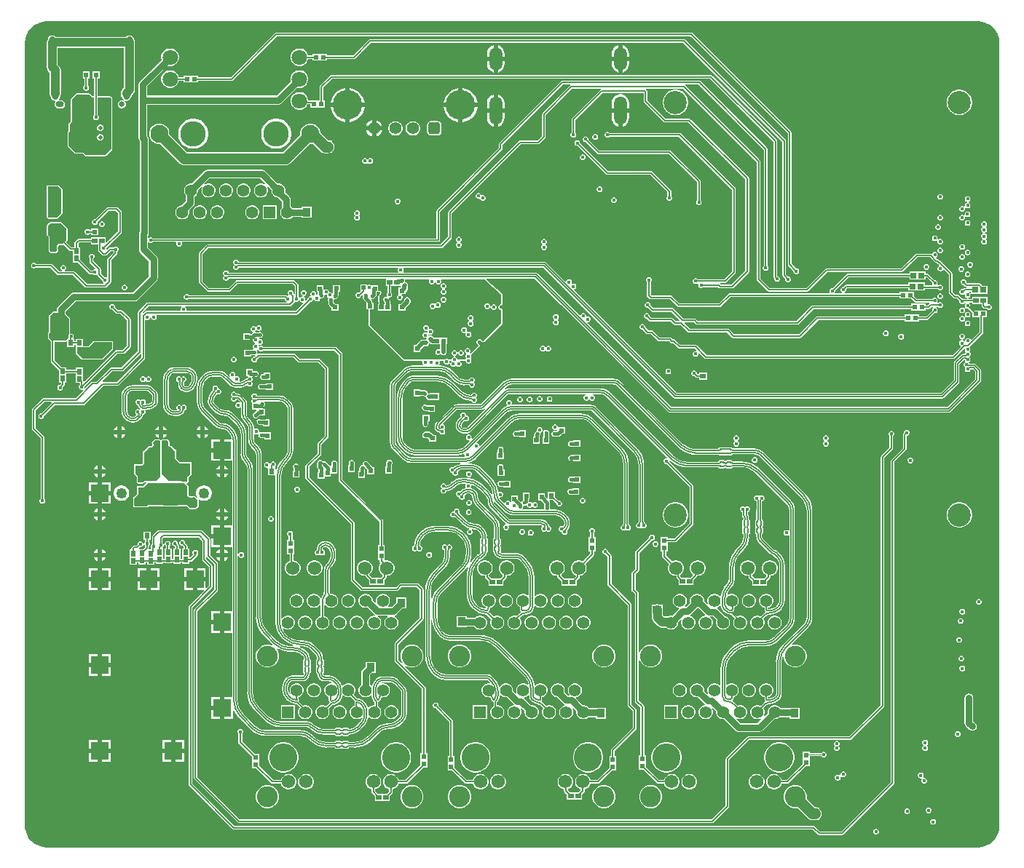
<source format=gbl>
G04*
G04 #@! TF.GenerationSoftware,Altium Limited,Altium Designer,24.9.1 (31)*
G04*
G04 Layer_Physical_Order=6*
G04 Layer_Color=16711680*
%FSLAX44Y44*%
%MOMM*%
G71*
G04*
G04 #@! TF.SameCoordinates,5CB356DA-BA5B-4781-A63E-117D8A58D640*
G04*
G04*
G04 #@! TF.FilePolarity,Positive*
G04*
G01*
G75*
%ADD30R,0.9000X0.7500*%
G04:AMPARAMS|DCode=31|XSize=0.565mm|YSize=0.2mm|CornerRadius=0.05mm|HoleSize=0mm|Usage=FLASHONLY|Rotation=90.000|XOffset=0mm|YOffset=0mm|HoleType=Round|Shape=RoundedRectangle|*
%AMROUNDEDRECTD31*
21,1,0.5650,0.1000,0,0,90.0*
21,1,0.4650,0.2000,0,0,90.0*
1,1,0.1000,0.0500,0.2325*
1,1,0.1000,0.0500,-0.2325*
1,1,0.1000,-0.0500,-0.2325*
1,1,0.1000,-0.0500,0.2325*
%
%ADD31ROUNDEDRECTD31*%
%ADD38R,0.7500X0.9000*%
%ADD41R,0.9000X1.0000*%
%ADD42R,0.5811X0.5121*%
%ADD43R,0.4000X0.5000*%
%ADD44R,0.5200X0.5200*%
%ADD45R,1.0000X0.9000*%
%ADD46R,0.5121X0.5811*%
%ADD51R,0.6000X0.5500*%
%ADD52R,0.5500X0.6000*%
%ADD53R,0.5200X0.5200*%
%ADD55R,0.9582X1.1061*%
%ADD60R,0.6000X0.6500*%
%ADD61R,0.4500X0.6750*%
%ADD68R,0.6750X0.4500*%
%ADD73R,0.6500X0.6000*%
%ADD75R,0.7000X0.6500*%
%ADD80R,0.6725X0.7154*%
%ADD83R,0.7154X0.6725*%
%ADD93R,0.5153X0.4725*%
G04:AMPARAMS|DCode=100|XSize=0.565mm|YSize=0.4mm|CornerRadius=0.05mm|HoleSize=0mm|Usage=FLASHONLY|Rotation=90.000|XOffset=0mm|YOffset=0mm|HoleType=Round|Shape=RoundedRectangle|*
%AMROUNDEDRECTD100*
21,1,0.5650,0.3000,0,0,90.0*
21,1,0.4650,0.4000,0,0,90.0*
1,1,0.1000,0.1500,0.2325*
1,1,0.1000,0.1500,-0.2325*
1,1,0.1000,-0.1500,-0.2325*
1,1,0.1000,-0.1500,0.2325*
%
%ADD100ROUNDEDRECTD100*%
%ADD138C,3.2512*%
%ADD139C,2.4248*%
%ADD140C,1.5660*%
%ADD141R,1.3890X1.3890*%
%ADD142C,1.3890*%
G04:AMPARAMS|DCode=149|XSize=0.8mm|YSize=1.4mm|CornerRadius=0.4mm|HoleSize=0mm|Usage=FLASHONLY|Rotation=180.000|XOffset=0mm|YOffset=0mm|HoleType=Round|Shape=RoundedRectangle|*
%AMROUNDEDRECTD149*
21,1,0.8000,0.6000,0,0,180.0*
21,1,0.0000,1.4000,0,0,180.0*
1,1,0.8000,0.0000,0.3000*
1,1,0.8000,0.0000,0.3000*
1,1,0.8000,0.0000,-0.3000*
1,1,0.8000,0.0000,-0.3000*
%
%ADD149ROUNDEDRECTD149*%
G04:AMPARAMS|DCode=150|XSize=0.95mm|YSize=0.65mm|CornerRadius=0.325mm|HoleSize=0mm|Usage=FLASHONLY|Rotation=180.000|XOffset=0mm|YOffset=0mm|HoleType=Round|Shape=RoundedRectangle|*
%AMROUNDEDRECTD150*
21,1,0.9500,0.0000,0,0,180.0*
21,1,0.3000,0.6500,0,0,180.0*
1,1,0.6500,-0.1500,0.0000*
1,1,0.6500,0.1500,0.0000*
1,1,0.6500,0.1500,0.0000*
1,1,0.6500,-0.1500,0.0000*
%
%ADD150ROUNDEDRECTD150*%
%ADD151C,0.6500*%
%ADD160C,0.5000*%
%ADD162C,0.1366*%
%ADD163C,0.1524*%
%ADD164C,0.1366*%
%ADD168C,0.1847*%
%ADD169C,0.5080*%
%ADD170C,0.1263*%
%ADD171C,0.3810*%
%ADD172C,0.7620*%
%ADD174C,1.0160*%
%ADD175O,1.5000X2.7000*%
%ADD176O,1.5000X3.3000*%
%ADD177R,2.0000X2.0000*%
%ADD178C,2.7000*%
%ADD179C,1.4200*%
G04:AMPARAMS|DCode=180|XSize=1.42mm|YSize=1.42mm|CornerRadius=0.355mm|HoleSize=0mm|Usage=FLASHONLY|Rotation=180.000|XOffset=0mm|YOffset=0mm|HoleType=Round|Shape=RoundedRectangle|*
%AMROUNDEDRECTD180*
21,1,1.4200,0.7100,0,0,180.0*
21,1,0.7100,1.4200,0,0,180.0*
1,1,0.7100,-0.3550,0.3550*
1,1,0.7100,0.3550,0.3550*
1,1,0.7100,0.3550,-0.3550*
1,1,0.7100,-0.3550,-0.3550*
%
%ADD180ROUNDEDRECTD180*%
%ADD181C,3.4500*%
%ADD182C,1.4000*%
%ADD183R,1.4000X1.4000*%
%ADD184C,2.1000*%
%ADD185C,1.8000*%
%ADD186C,2.9500*%
%ADD187C,1.2500*%
%ADD188C,0.4064*%
%ADD189C,0.3000*%
%ADD190C,4.0000*%
%ADD191R,0.5500X0.5000*%
%ADD192R,0.9500X1.0500*%
%ADD193R,1.0500X0.9500*%
%ADD194R,0.8000X1.2000*%
G04:AMPARAMS|DCode=195|XSize=0.565mm|YSize=0.2mm|CornerRadius=0.05mm|HoleSize=0mm|Usage=FLASHONLY|Rotation=180.000|XOffset=0mm|YOffset=0mm|HoleType=Round|Shape=RoundedRectangle|*
%AMROUNDEDRECTD195*
21,1,0.5650,0.1000,0,0,180.0*
21,1,0.4650,0.2000,0,0,180.0*
1,1,0.1000,-0.2325,0.0500*
1,1,0.1000,0.2325,0.0500*
1,1,0.1000,0.2325,-0.0500*
1,1,0.1000,-0.2325,-0.0500*
%
%ADD195ROUNDEDRECTD195*%
G04:AMPARAMS|DCode=196|XSize=0.565mm|YSize=0.4mm|CornerRadius=0.05mm|HoleSize=0mm|Usage=FLASHONLY|Rotation=180.000|XOffset=0mm|YOffset=0mm|HoleType=Round|Shape=RoundedRectangle|*
%AMROUNDEDRECTD196*
21,1,0.5650,0.3000,0,0,180.0*
21,1,0.4650,0.4000,0,0,180.0*
1,1,0.1000,-0.2325,0.1500*
1,1,0.1000,0.2325,0.1500*
1,1,0.1000,0.2325,-0.1500*
1,1,0.1000,-0.2325,-0.1500*
%
%ADD196ROUNDEDRECTD196*%
%ADD197R,0.5000X0.4000*%
%ADD198C,0.1778*%
%ADD199C,1.2700*%
G36*
X1117838Y965819D02*
X1122489Y964408D01*
X1126776Y962117D01*
X1130533Y959033D01*
X1133617Y955275D01*
X1135908Y950989D01*
X1137319Y946337D01*
X1137821Y941245D01*
Y30254D01*
X1137319Y25162D01*
X1135908Y20511D01*
X1133617Y16224D01*
X1130533Y12466D01*
X1126776Y9383D01*
X1122489Y7092D01*
X1117837Y5681D01*
X1112746Y5179D01*
X30254D01*
X25163Y5681D01*
X20511Y7092D01*
X16224Y9383D01*
X12467Y12467D01*
X9383Y16224D01*
X7092Y20511D01*
X5681Y25162D01*
X5179Y30254D01*
Y941245D01*
X5681Y946337D01*
X7092Y950989D01*
X9383Y955275D01*
X12467Y959033D01*
X16224Y962116D01*
X20511Y964408D01*
X25162Y965819D01*
X30254Y966320D01*
X1112746D01*
X1117838Y965819D01*
D02*
G37*
%LPC*%
G36*
X779780Y953302D02*
X779780Y953302D01*
X297180D01*
X297180Y953302D01*
X296387Y953144D01*
X295715Y952695D01*
X295715Y952695D01*
X244252Y901232D01*
X206640D01*
Y903180D01*
X189600D01*
Y901232D01*
X183813D01*
X183306Y903124D01*
X181954Y905466D01*
X180042Y907378D01*
X177700Y908730D01*
X175088Y909430D01*
X172384D01*
X169772Y908730D01*
X167430Y907378D01*
X165518Y905466D01*
X164166Y903124D01*
X163466Y900512D01*
Y897808D01*
X164166Y895196D01*
X165518Y892854D01*
X167430Y890942D01*
X169772Y889590D01*
X172384Y888890D01*
X175088D01*
X177700Y889590D01*
X180042Y890942D01*
X181954Y892854D01*
X183306Y895196D01*
X183813Y897088D01*
X189600D01*
Y895140D01*
X206640D01*
Y897088D01*
X245110D01*
X245110Y897088D01*
X245903Y897246D01*
X246575Y897695D01*
X298038Y949158D01*
X778922D01*
X891790Y836290D01*
Y683478D01*
X891790Y683478D01*
X891948Y682685D01*
X892397Y682013D01*
X898398Y676012D01*
Y674983D01*
X898901Y673770D01*
X899830Y672841D01*
X901043Y672338D01*
X902357D01*
X903570Y672841D01*
X904499Y673770D01*
X905002Y674983D01*
Y676297D01*
X904499Y677510D01*
X903570Y678439D01*
X902357Y678942D01*
X901328D01*
X895934Y684336D01*
Y837148D01*
X895934Y837148D01*
X895776Y837941D01*
X895327Y838613D01*
X895327Y838613D01*
X781245Y952695D01*
X780573Y953144D01*
X779780Y953302D01*
D02*
G37*
G36*
X126500Y950083D02*
X124444Y949674D01*
X122701Y948510D01*
X122483Y948184D01*
X40717D01*
X40499Y948510D01*
X38756Y949674D01*
X36700Y950083D01*
X34644Y949674D01*
X32901Y948510D01*
X31736Y946766D01*
X31437Y945263D01*
X30718Y944188D01*
X30226Y941710D01*
Y913220D01*
X30718Y910742D01*
X32122Y908642D01*
X33826Y906938D01*
Y882210D01*
X34318Y879732D01*
X35037Y878657D01*
X35336Y877154D01*
X36500Y875411D01*
X38244Y874246D01*
X40169Y873863D01*
X40404Y873549D01*
X40695Y872750D01*
X39842Y871474D01*
X39491Y869710D01*
X39842Y867946D01*
X40841Y866451D01*
X42336Y865452D01*
X44100Y865101D01*
X47100D01*
X48864Y865452D01*
X50359Y866451D01*
X51358Y867946D01*
X51708Y869710D01*
X51358Y871474D01*
X50359Y872969D01*
X48864Y873968D01*
X47100Y874318D01*
X44523D01*
X44193Y875169D01*
X44134Y875462D01*
X45264Y877154D01*
X45563Y878657D01*
X46282Y879732D01*
X46774Y882210D01*
Y909620D01*
X46282Y912098D01*
X44878Y914198D01*
X43174Y915902D01*
Y935236D01*
X120026D01*
Y889628D01*
X119101Y889009D01*
X117936Y887266D01*
X117875Y886959D01*
X116918Y885528D01*
X116426Y883050D01*
Y882210D01*
X116918Y879732D01*
X117637Y878657D01*
X117936Y877154D01*
X119101Y875411D01*
X119859Y874904D01*
X119317Y873891D01*
X118499Y874230D01*
X116701D01*
X115040Y873542D01*
X113768Y872270D01*
X113080Y870609D01*
Y868811D01*
X113768Y867150D01*
X115040Y865878D01*
X116701Y865190D01*
X118499D01*
X120160Y865878D01*
X121432Y867150D01*
X122120Y868811D01*
Y870609D01*
X121432Y872270D01*
X120490Y873212D01*
X121130Y874189D01*
X122900Y873837D01*
X124956Y874246D01*
X126699Y875411D01*
X127864Y877154D01*
X128163Y878657D01*
X128882Y879732D01*
X128917Y879911D01*
X131078Y882072D01*
X132482Y884172D01*
X132974Y886650D01*
Y941710D01*
X132482Y944188D01*
X131763Y945263D01*
X131464Y946766D01*
X130300Y948510D01*
X128556Y949674D01*
X126500Y950083D01*
D02*
G37*
G36*
X699800Y938502D02*
Y925250D01*
X707387D01*
Y928710D01*
X707042Y931331D01*
X706030Y933773D01*
X704421Y935871D01*
X702323Y937480D01*
X699881Y938492D01*
X699800Y938502D01*
D02*
G37*
G36*
X554800D02*
Y925250D01*
X562387D01*
Y928710D01*
X562042Y931331D01*
X561030Y933773D01*
X559421Y935871D01*
X557323Y937480D01*
X554881Y938492D01*
X554800Y938502D01*
D02*
G37*
G36*
X549720Y938502D02*
X549639Y938492D01*
X547197Y937480D01*
X545099Y935871D01*
X543490Y933773D01*
X542478Y931331D01*
X542133Y928710D01*
Y925250D01*
X549720D01*
Y938502D01*
D02*
G37*
G36*
X694720Y938502D02*
X694639Y938492D01*
X692197Y937480D01*
X690099Y935871D01*
X688490Y933773D01*
X687478Y931331D01*
X687133Y928710D01*
Y925250D01*
X694720D01*
Y938502D01*
D02*
G37*
G36*
X175088Y934830D02*
X172384D01*
X169772Y934130D01*
X167430Y932778D01*
X165518Y930866D01*
X164166Y928524D01*
X163466Y925912D01*
Y923208D01*
X163803Y921952D01*
X138559Y896708D01*
X137436Y895027D01*
X137042Y893045D01*
Y874771D01*
Y830599D01*
X137436Y828617D01*
X138330Y827278D01*
Y722006D01*
X137670Y721017D01*
X137275Y719035D01*
Y701405D01*
X137670Y699423D01*
X138792Y697742D01*
X149110Y687424D01*
Y669515D01*
X130514Y650919D01*
X61540D01*
X59557Y650525D01*
X57877Y649402D01*
X43327Y634852D01*
X42205Y633172D01*
X41810Y631190D01*
Y628415D01*
X38030D01*
X37058Y628012D01*
X37058Y628012D01*
X33451Y624405D01*
X32855D01*
Y623388D01*
X32750Y623135D01*
X32750Y623135D01*
Y616385D01*
X32750Y616385D01*
X32854Y616134D01*
Y604875D01*
X32213Y604182D01*
X32206Y604176D01*
X32204Y604172D01*
X32137Y604099D01*
X32109Y604087D01*
X31931Y603658D01*
X31713Y603247D01*
X31733Y603180D01*
X31706Y603115D01*
Y602575D01*
X31645Y602428D01*
Y598170D01*
X32048Y597198D01*
X34856Y594390D01*
Y571308D01*
X35026Y570452D01*
X35511Y569727D01*
X44650Y560588D01*
Y554710D01*
Y546210D01*
X46684D01*
Y544753D01*
X45441Y543510D01*
X45244D01*
X44031Y543007D01*
X43102Y542079D01*
X42599Y540865D01*
Y539551D01*
X43102Y538338D01*
X44031Y537409D01*
X45244Y536906D01*
X46558D01*
X47772Y537409D01*
X48700Y538338D01*
X49203Y539551D01*
Y540865D01*
X49179Y540923D01*
X50501Y542246D01*
X50986Y542971D01*
X51156Y543827D01*
Y546210D01*
X53190D01*
Y556564D01*
X64310D01*
Y545780D01*
X68521D01*
X68591Y545429D01*
X68884Y544991D01*
Y543453D01*
X68321Y542890D01*
X67818Y541677D01*
Y540363D01*
X68321Y539150D01*
X69250Y538221D01*
X70463Y537718D01*
X71777D01*
X72037Y537826D01*
X72684Y536857D01*
X63844Y528016D01*
X26670D01*
X25814Y527846D01*
X25089Y527361D01*
X13659Y515931D01*
X13174Y515206D01*
X13004Y514350D01*
Y492760D01*
X13174Y491904D01*
X13659Y491179D01*
X23077Y481760D01*
Y410711D01*
X22514Y410148D01*
X22012Y408934D01*
Y407620D01*
X22514Y406407D01*
X23443Y405478D01*
X24657Y404975D01*
X25970D01*
X27184Y405478D01*
X28113Y406407D01*
X28616Y407620D01*
Y408934D01*
X28113Y410148D01*
X27550Y410711D01*
Y482686D01*
X27380Y483542D01*
X26895Y484268D01*
X17476Y493686D01*
Y513424D01*
X27596Y523544D01*
X35647D01*
X36084Y522488D01*
X23945Y510348D01*
X23148D01*
X21935Y509845D01*
X21006Y508917D01*
X20503Y507703D01*
Y506389D01*
X21006Y505176D01*
X21935Y504247D01*
X23148Y503744D01*
X24462D01*
X25676Y504247D01*
X26604Y505176D01*
X27107Y506389D01*
Y507186D01*
X39655Y519734D01*
X73094D01*
X73950Y519904D01*
X74675Y520389D01*
X96615Y542328D01*
X112764D01*
X113620Y542498D01*
X114346Y542983D01*
X144102Y572739D01*
X144586Y573465D01*
X144757Y574320D01*
Y618700D01*
X145900Y619314D01*
X146663Y618998D01*
X147977D01*
X149190Y619501D01*
X150119Y620430D01*
X150559Y621490D01*
X150958Y621547D01*
X151302D01*
X151701Y621490D01*
X152141Y620430D01*
X153070Y619501D01*
X154283Y618998D01*
X155597D01*
X156810Y619501D01*
X157739Y620430D01*
X158242Y621643D01*
Y622957D01*
X157873Y623848D01*
X158412Y624991D01*
X186485D01*
X186624Y624899D01*
X187480Y624728D01*
X190980D01*
X191836Y624899D01*
X191975Y624991D01*
X320739D01*
X321595Y625162D01*
X322321Y625646D01*
X336496Y639821D01*
X337292D01*
X338505Y640324D01*
X339434Y641253D01*
X339937Y642467D01*
Y643780D01*
X340539Y644681D01*
X341303Y643845D01*
Y643129D01*
X341806Y641916D01*
X342735Y640987D01*
X343948Y640484D01*
X345262D01*
X346475Y640987D01*
X347404Y641916D01*
X347907Y643129D01*
Y643596D01*
X349039Y644364D01*
X350353D01*
X351566Y644867D01*
X352495Y645796D01*
X352998Y647009D01*
Y647394D01*
X354141Y648158D01*
X354442Y648033D01*
X355756D01*
X355857Y647502D01*
Y647218D01*
X356360Y646005D01*
X357288Y645076D01*
X357388Y645035D01*
X357836Y643866D01*
X357779Y643730D01*
X357333Y642652D01*
Y641338D01*
X357446Y641065D01*
Y638237D01*
X357693Y636998D01*
X358395Y635948D01*
X361501Y632841D01*
Y629758D01*
X369852D01*
Y637419D01*
X366079D01*
X363921Y639578D01*
Y641299D01*
X363937Y641338D01*
Y642203D01*
X364520Y642919D01*
X364977Y643128D01*
X366004D01*
X367217Y643631D01*
X368146Y644560D01*
X368260Y644833D01*
X368509Y645082D01*
X369210Y646132D01*
X369457Y647371D01*
Y651816D01*
X370951D01*
Y659478D01*
X362600D01*
Y651816D01*
X362982D01*
Y650215D01*
X362396Y649947D01*
X361839Y649865D01*
X361029Y650675D01*
X359816Y651177D01*
X358502D01*
X358401Y651708D01*
Y651992D01*
X357898Y653205D01*
X356969Y654134D01*
X355756Y654637D01*
X354442D01*
X353229Y654134D01*
X353016Y653922D01*
X351873Y654395D01*
Y654474D01*
X351811Y654787D01*
Y659650D01*
X344149D01*
Y651299D01*
X345398D01*
Y648795D01*
X344555Y647860D01*
X344514Y647880D01*
X343662Y648870D01*
Y649627D01*
X343159Y650840D01*
X342230Y651769D01*
X341017Y652272D01*
X339703D01*
X338490Y651769D01*
X337561Y650840D01*
X337058Y649627D01*
Y648313D01*
X337382Y647531D01*
X336778Y646489D01*
X336697Y646425D01*
X335978D01*
X334765Y645923D01*
X333836Y644994D01*
X333333Y643780D01*
Y642984D01*
X332018Y641669D01*
X331737Y641747D01*
X330962Y642229D01*
Y643277D01*
X330459Y644490D01*
X329530Y645419D01*
X328859Y645697D01*
X328624Y645795D01*
X328851Y646938D01*
X329068Y646938D01*
X329587D01*
X330800Y647441D01*
X331729Y648370D01*
X332232Y649583D01*
Y650897D01*
X331729Y652110D01*
X330800Y653039D01*
X329587Y653542D01*
X328273D01*
X327060Y653039D01*
X326131Y652110D01*
X325628Y650897D01*
Y649583D01*
X326131Y648370D01*
X327060Y647441D01*
X327731Y647163D01*
X327966Y647065D01*
X327739Y645922D01*
X327522Y645922D01*
X327003D01*
X325790Y645419D01*
X325107Y644737D01*
X324118Y644785D01*
X323798Y644911D01*
X323603Y645381D01*
X322876Y646109D01*
Y659636D01*
X322876Y659636D01*
X322718Y660429D01*
X322269Y661101D01*
X318965Y664405D01*
X318293Y664854D01*
X317500Y665012D01*
X317500Y665012D01*
X251460D01*
X251460Y665012D01*
X250667Y664854D01*
X249995Y664405D01*
X249995Y664405D01*
X241712Y656122D01*
X219298D01*
X211622Y663798D01*
Y695808D01*
X218511Y702697D01*
X488869D01*
X488869Y702697D01*
X489662Y702855D01*
X490334Y703304D01*
X500575Y713545D01*
X500575Y713545D01*
X501024Y714217D01*
X501182Y715010D01*
X501182Y715010D01*
Y743362D01*
X581248Y823428D01*
X601980D01*
X601980Y823428D01*
X602773Y823586D01*
X603445Y824035D01*
X609795Y830385D01*
X609795Y830385D01*
X610244Y831057D01*
X610402Y831850D01*
Y857662D01*
X640938Y888198D01*
X674137D01*
X674484Y887055D01*
X674059Y886771D01*
X641039Y853751D01*
X640554Y853026D01*
X640384Y852170D01*
Y836824D01*
X639821Y836260D01*
X639318Y835047D01*
Y833733D01*
X639821Y832520D01*
X640750Y831591D01*
X641963Y831088D01*
X643277D01*
X644490Y831591D01*
X645419Y832520D01*
X645922Y833733D01*
Y835047D01*
X645419Y836260D01*
X644856Y836824D01*
Y851244D01*
X676566Y882954D01*
X696988D01*
X697063Y881811D01*
X696373Y881720D01*
X694639Y881492D01*
X692197Y880480D01*
X690099Y878871D01*
X688490Y876773D01*
X687478Y874331D01*
X687133Y871710D01*
Y865250D01*
X697260D01*
X707387D01*
Y871710D01*
X707042Y874331D01*
X706030Y876773D01*
X704421Y878871D01*
X702323Y880480D01*
X699881Y881492D01*
X698148Y881720D01*
X697457Y881811D01*
X697532Y882954D01*
X724204D01*
Y873760D01*
X724374Y872904D01*
X724859Y872179D01*
X747719Y849319D01*
X748444Y848834D01*
X749300Y848664D01*
X776314D01*
X842314Y782664D01*
Y676566D01*
X825844Y660096D01*
X813903D01*
X813100Y660899D01*
X813123Y661181D01*
X813479Y662042D01*
X819054D01*
X819054Y662042D01*
X819847Y662200D01*
X820519Y662649D01*
X830775Y672905D01*
X830775Y672905D01*
X831224Y673577D01*
X831382Y674370D01*
Y770890D01*
X831382Y770890D01*
X831224Y771683D01*
X830775Y772355D01*
X767275Y835855D01*
X766603Y836304D01*
X765810Y836462D01*
X765810Y836462D01*
X684588D01*
X683860Y837189D01*
X682647Y837692D01*
X681333D01*
X680120Y837189D01*
X679191Y836260D01*
X678688Y835047D01*
Y833733D01*
X679191Y832520D01*
X680120Y831591D01*
X681333Y831088D01*
X682647D01*
X683860Y831591D01*
X684588Y832318D01*
X764952D01*
X827238Y770032D01*
Y675228D01*
X818196Y666186D01*
X787204D01*
X786476Y666913D01*
X785263Y667416D01*
X783949D01*
X782736Y666913D01*
X781807Y665984D01*
X781304Y664771D01*
Y663457D01*
X781807Y662244D01*
X782736Y661315D01*
X783949Y660812D01*
X785263D01*
X786476Y661315D01*
X786515Y661354D01*
X786932Y661284D01*
X787654Y660041D01*
Y658727D01*
X788157Y657514D01*
X789086Y656585D01*
X790299Y656082D01*
X791613D01*
X792826Y656585D01*
X793390Y657148D01*
X810526D01*
X811395Y656279D01*
X812121Y655794D01*
X812977Y655624D01*
X826770D01*
X827626Y655794D01*
X828351Y656279D01*
X846131Y674059D01*
X846616Y674784D01*
X846786Y675640D01*
Y783590D01*
X846616Y784446D01*
X846131Y785171D01*
X778821Y852481D01*
X778096Y852966D01*
X777240Y853136D01*
X750226D01*
X728676Y874686D01*
Y884108D01*
X728506Y884964D01*
X728021Y885690D01*
X726940Y886771D01*
X726515Y887055D01*
X726861Y888198D01*
X770032D01*
X855736Y802494D01*
Y666192D01*
X855736Y666192D01*
X855894Y665399D01*
X856343Y664727D01*
X868485Y652585D01*
X868485Y652585D01*
X869157Y652136D01*
X869950Y651978D01*
X869950Y651978D01*
X914400D01*
X914400Y651978D01*
X915193Y652136D01*
X915865Y652585D01*
X938118Y674838D01*
X1024376D01*
X1024376Y674838D01*
X1025169Y674996D01*
X1025841Y675445D01*
X1042379Y691983D01*
X1057020D01*
X1062890Y686113D01*
X1062890Y686113D01*
X1063562Y685664D01*
X1064355Y685506D01*
X1064766D01*
X1065938Y684335D01*
X1066610Y683886D01*
X1067089Y683791D01*
X1067930Y682949D01*
X1067662Y681601D01*
X1067470Y681521D01*
X1066541Y680592D01*
X1066038Y679379D01*
Y678065D01*
X1066541Y676851D01*
X1067470Y675922D01*
X1068683Y675420D01*
X1069997D01*
X1071210Y675922D01*
X1072139Y676851D01*
X1072219Y677044D01*
X1073567Y677312D01*
X1078995Y671884D01*
Y651034D01*
X1078995Y651034D01*
X1079153Y650241D01*
X1079602Y649569D01*
X1084645Y644526D01*
X1085317Y644077D01*
X1086110Y643919D01*
X1086110Y643920D01*
X1088228D01*
X1091312Y640835D01*
Y639806D01*
X1091815Y638592D01*
X1092744Y637663D01*
X1093958Y637160D01*
X1095271D01*
X1096485Y637663D01*
X1097414Y638592D01*
X1097479Y638750D01*
X1098045Y638749D01*
X1098518Y637606D01*
X1098037Y637124D01*
X1097534Y635911D01*
Y634597D01*
X1098037Y633384D01*
X1098966Y632455D01*
X1100179Y631952D01*
X1101276D01*
X1106104Y627124D01*
Y622014D01*
X1114561D01*
Y605293D01*
X1105295Y596027D01*
X1103946Y596295D01*
X1103868Y596484D01*
X1102939Y597413D01*
X1101726Y597916D01*
X1100412D01*
X1099198Y597413D01*
X1098270Y596484D01*
X1097767Y595271D01*
Y594675D01*
X1096624Y594202D01*
X1096069Y594756D01*
X1094942Y595223D01*
X1094856Y595259D01*
X1094880Y596392D01*
X1094962Y596392D01*
X1095143D01*
X1096356Y596895D01*
X1097285Y597824D01*
X1097788Y599037D01*
Y600351D01*
X1097285Y601564D01*
X1096356Y602493D01*
X1095143Y602996D01*
X1093829D01*
X1092616Y602493D01*
X1091687Y601564D01*
X1091184Y600351D01*
Y599037D01*
X1091687Y597824D01*
X1092616Y596895D01*
X1093742Y596428D01*
X1093829Y596392D01*
X1093805Y595259D01*
X1093722Y595259D01*
X1093542D01*
X1092328Y594756D01*
X1091399Y593828D01*
X1090897Y592614D01*
Y591300D01*
X1091399Y590087D01*
X1092328Y589158D01*
X1092517Y589079D01*
X1092786Y587731D01*
X1083007Y577952D01*
X797706D01*
X786228Y589430D01*
X785502Y589915D01*
X784647Y590085D01*
X766523D01*
X760828Y595780D01*
X760102Y596265D01*
X759247Y596435D01*
X757673D01*
X756187Y597921D01*
X755462Y598405D01*
X754606Y598576D01*
X743167D01*
X735641Y606101D01*
X734916Y606586D01*
X734060Y606756D01*
X729906D01*
X725932Y610731D01*
Y611527D01*
X725429Y612740D01*
X724500Y613669D01*
X723287Y614172D01*
X721973D01*
X720760Y613669D01*
X719831Y612740D01*
X719328Y611527D01*
Y610213D01*
X719831Y609000D01*
X720760Y608071D01*
X721973Y607568D01*
X722769D01*
X727399Y602939D01*
X728124Y602454D01*
X728980Y602284D01*
X733134D01*
X740659Y594758D01*
X741385Y594273D01*
X742241Y594103D01*
X753680D01*
X755165Y592617D01*
X755891Y592133D01*
X756747Y591962D01*
X758320D01*
X764016Y586267D01*
X764741Y585783D01*
X765597Y585612D01*
X783720D01*
X785601Y583732D01*
X785464Y583304D01*
X785040Y582676D01*
X783949D01*
X782736Y582173D01*
X781807Y581244D01*
X781304Y580031D01*
Y578717D01*
X781807Y577504D01*
X782736Y576575D01*
X783949Y576072D01*
X785263D01*
X786476Y576575D01*
X787405Y577504D01*
X787908Y578717D01*
Y579808D01*
X788536Y580232D01*
X788964Y580369D01*
X795198Y574135D01*
X795924Y573650D01*
X796779Y573480D01*
X1083933D01*
X1084789Y573650D01*
X1085514Y574135D01*
X1096391Y585011D01*
X1097534Y584538D01*
Y583797D01*
X1098037Y582584D01*
X1098960Y581660D01*
X1098291Y580990D01*
X1097788Y579777D01*
Y579381D01*
X1094918D01*
X1094156Y579230D01*
X1093510Y578798D01*
X1085271Y570559D01*
X1084839Y569913D01*
X1084688Y569151D01*
Y549024D01*
X1069785Y534121D01*
X762743D01*
X657390Y639474D01*
X657390Y639474D01*
X654782Y642082D01*
X654782Y642082D01*
X643362Y653502D01*
X643733Y654747D01*
X644490Y655061D01*
X645419Y655990D01*
X645922Y657203D01*
Y658517D01*
X645419Y659730D01*
X644490Y660659D01*
X643277Y661162D01*
X641963D01*
X641543Y660988D01*
X640668Y661863D01*
X640842Y662283D01*
Y663597D01*
X640339Y664810D01*
X639410Y665739D01*
X638197Y666242D01*
X636883D01*
X635670Y665739D01*
X634741Y664810D01*
X634427Y664053D01*
X633182Y663682D01*
X610926Y685938D01*
X610280Y686370D01*
X609518Y686521D01*
X253492D01*
Y686536D01*
X252989Y687749D01*
X252060Y688678D01*
X250847Y689181D01*
X249533D01*
X248320Y688678D01*
X247391Y687749D01*
X246888Y686536D01*
Y685222D01*
X247391Y684009D01*
X248187Y683212D01*
X247391Y682415D01*
X246888Y681202D01*
Y679888D01*
X247391Y678675D01*
X248320Y677746D01*
X249533Y677243D01*
X250847D01*
X252060Y677746D01*
X252989Y678675D01*
X253492Y679888D01*
Y679903D01*
X438667D01*
X439161Y678780D01*
X438658Y677567D01*
Y676253D01*
X439161Y675040D01*
X439315Y674885D01*
X438842Y673742D01*
X242062D01*
Y673757D01*
X241559Y674970D01*
X240630Y675899D01*
X239417Y676402D01*
X238103D01*
X236890Y675899D01*
X235961Y674970D01*
X235458Y673757D01*
Y672443D01*
X235961Y671230D01*
X236757Y670433D01*
X235961Y669637D01*
X235458Y668423D01*
Y667109D01*
X235961Y665896D01*
X236890Y664967D01*
X238103Y664464D01*
X239417D01*
X240630Y664967D01*
X241559Y665896D01*
X242062Y667109D01*
Y667124D01*
X424300D01*
Y658670D01*
X426566D01*
Y651108D01*
X425758Y650300D01*
X425255Y649087D01*
Y647773D01*
X425575Y647001D01*
X424921Y645952D01*
X424879Y645922D01*
X424106D01*
X422893Y645419D01*
X421964Y644490D01*
X421461Y643277D01*
Y641963D01*
X421964Y640750D01*
X422893Y639821D01*
X422963Y639792D01*
Y637561D01*
X422390D01*
Y631274D01*
X416454D01*
Y636367D01*
X416990Y636589D01*
X417392Y637561D01*
Y639214D01*
X417338Y639344D01*
X417366Y639482D01*
X417185Y640388D01*
Y646270D01*
X417352Y647108D01*
X417827Y647818D01*
X418613Y648604D01*
X418717Y648857D01*
X418911Y649050D01*
X418919Y649071D01*
X419222Y649374D01*
X419327Y649627D01*
X419520Y649820D01*
Y650094D01*
X419625Y650346D01*
X419520Y650599D01*
Y650872D01*
X419047Y652015D01*
X418854Y652209D01*
X418749Y652461D01*
X418496Y652566D01*
X418303Y652759D01*
X418030D01*
X417777Y652864D01*
X415810D01*
Y659151D01*
X407459D01*
X407048Y659342D01*
X407000Y659389D01*
X405787Y659892D01*
X404473D01*
X403883Y659648D01*
X402740Y660360D01*
Y660360D01*
X394700D01*
Y652820D01*
X394700Y652820D01*
X394451Y651780D01*
X394253Y651648D01*
X393455Y650850D01*
X393087Y651002D01*
X391773D01*
X390560Y650499D01*
X389631Y649570D01*
X389128Y648357D01*
Y647043D01*
X389631Y645830D01*
X390560Y644901D01*
X391773Y644398D01*
X393087D01*
X394300Y644901D01*
X395229Y645830D01*
X395732Y647043D01*
Y647495D01*
X396547Y648310D01*
X396780Y648356D01*
X397562Y647939D01*
X397923Y647641D01*
Y647067D01*
X397956Y646988D01*
Y644273D01*
X398202Y643034D01*
X398904Y641984D01*
X402008Y638880D01*
Y635656D01*
X402070Y635343D01*
Y631169D01*
X404638D01*
Y612528D01*
X405040Y611556D01*
X405040Y611555D01*
X444713Y571883D01*
X445685Y571480D01*
X445686Y571480D01*
X466117D01*
X466881Y570337D01*
X466759Y570042D01*
Y568728D01*
X467261Y567515D01*
X467628Y567148D01*
X467155Y566005D01*
X455831D01*
Y566046D01*
X452592Y565728D01*
X449477Y564783D01*
X446607Y563248D01*
X444091Y561184D01*
X444120Y561154D01*
X432333Y549367D01*
X432295Y549405D01*
X430595Y547189D01*
X429526Y544608D01*
X429161Y541839D01*
X429215D01*
X429215Y541839D01*
Y477226D01*
X429140D01*
X429590Y473812D01*
X430908Y470631D01*
X432328Y468780D01*
X432996Y467909D01*
X432996Y467909D01*
X433004Y467899D01*
X433014Y467891D01*
X433852Y467156D01*
X443186Y457822D01*
X443186Y457822D01*
X444453Y456555D01*
X444453Y456448D01*
X444460Y456439D01*
X445343Y455762D01*
X447248Y454300D01*
X450496Y452955D01*
X452876Y452641D01*
X453981Y452496D01*
X453990Y452497D01*
X455102Y452573D01*
X456309Y452573D01*
X456309Y452573D01*
X511329D01*
X511385Y451430D01*
X511202Y451412D01*
X508371Y450553D01*
X507437Y450054D01*
X507273Y450007D01*
X505549Y449122D01*
X502865Y448011D01*
X502492Y447725D01*
X502307Y447802D01*
X500993D01*
X499780Y447299D01*
X498851Y446371D01*
X498348Y445157D01*
Y443843D01*
X498851Y442630D01*
X499780Y441701D01*
X500993Y441198D01*
X502120D01*
Y440071D01*
X502622Y438858D01*
X503551Y437929D01*
X504765Y437426D01*
X506078D01*
X507292Y437929D01*
X508221Y438858D01*
X508724Y440071D01*
Y441385D01*
X508224Y442591D01*
X509935Y443904D01*
X511966Y444745D01*
X514146Y445032D01*
Y445049D01*
X522932D01*
X522949Y445052D01*
X525785Y444679D01*
X528443Y443578D01*
X530711Y441837D01*
X530720Y441824D01*
X541577Y430967D01*
X542384Y430160D01*
X542385Y430159D01*
X543103Y429313D01*
X545152Y426817D01*
X547191Y423002D01*
X548447Y418862D01*
X548723Y416057D01*
X547608Y415719D01*
X547131Y416612D01*
X545134Y419045D01*
X545107Y419017D01*
X537743Y426381D01*
X537743Y426381D01*
X537782Y426419D01*
X534200Y429478D01*
X530183Y431940D01*
X525831Y433742D01*
X521251Y434842D01*
X516554Y435212D01*
Y435157D01*
X514146D01*
Y435214D01*
X510299Y434835D01*
X506600Y433713D01*
X503190Y431891D01*
X500202Y429438D01*
X500242Y429398D01*
X498484Y427640D01*
X498466Y427613D01*
X496775Y426483D01*
X494810Y426092D01*
X494792Y426107D01*
X494289Y427321D01*
X493360Y428249D01*
X492147Y428752D01*
X490833D01*
X489620Y428249D01*
X488691Y427321D01*
X488188Y426107D01*
Y424793D01*
X488691Y423580D01*
X489487Y422783D01*
X488691Y421987D01*
X488188Y420773D01*
Y419459D01*
X488691Y418246D01*
X489620Y417317D01*
X490833Y416814D01*
X492147D01*
X493360Y417317D01*
X494289Y418246D01*
X494772Y419411D01*
X497852Y419816D01*
X500726Y421007D01*
X503194Y422900D01*
X503194Y422900D01*
X503194Y422900D01*
X503194Y422990D01*
X504778Y424574D01*
X504825Y424644D01*
X507568Y426749D01*
X510839Y428104D01*
X514267Y428555D01*
X514350Y428539D01*
X516529D01*
X516610Y428555D01*
X516810Y428535D01*
X517257Y427343D01*
X516857Y426378D01*
Y425064D01*
X517084Y424516D01*
X517213Y423717D01*
X516529Y423096D01*
X515272Y422575D01*
X514533Y422269D01*
X514533Y422269D01*
X514086Y421953D01*
X513993Y421895D01*
X513993Y421895D01*
X512602Y420828D01*
X512602Y420828D01*
X512602Y420801D01*
X511161Y419359D01*
X511140D01*
X509927Y419862D01*
X508613D01*
X507400Y419359D01*
X506471Y418430D01*
X505968Y417217D01*
Y415903D01*
X506471Y414690D01*
X507400Y413761D01*
X508613Y413258D01*
X509740D01*
Y412132D01*
X510242Y410918D01*
X511171Y409989D01*
X512385Y409486D01*
X513699D01*
X514912Y409989D01*
X515841Y410918D01*
X516344Y412132D01*
Y413445D01*
X515841Y414659D01*
Y414679D01*
X516910Y415748D01*
X516911Y415749D01*
X518417Y416756D01*
X520193Y417109D01*
X520195Y417109D01*
X520343D01*
X520362Y417113D01*
X522260Y416735D01*
X522988Y416249D01*
X523881Y415643D01*
X524529Y414995D01*
X524919Y414013D01*
X524919D01*
X525247Y410674D01*
X526222Y407463D01*
X527803Y404503D01*
X529932Y401909D01*
X529963Y401941D01*
X529963Y401941D01*
X547163Y384741D01*
X547170Y384736D01*
X548862Y382531D01*
X549929Y379954D01*
X550292Y377198D01*
X550291Y377190D01*
Y365113D01*
X549909Y365037D01*
X549324Y364646D01*
X548933Y364061D01*
X548795Y363370D01*
Y358720D01*
X548933Y358029D01*
X549324Y357444D01*
Y356296D01*
X548933Y355711D01*
X548795Y355020D01*
Y350370D01*
X548933Y349679D01*
X549324Y349094D01*
X549650Y348876D01*
X550239Y347977D01*
D01*
X550595Y346189D01*
X551533Y344786D01*
X551608Y344674D01*
X551608Y344674D01*
X552309Y343966D01*
X552311Y343965D01*
X552311Y343965D01*
X554579Y342225D01*
X557220Y341130D01*
X560055Y340757D01*
Y340813D01*
X577556D01*
Y340762D01*
X578308Y340612D01*
X578946Y340186D01*
X578982Y340222D01*
X583696Y335508D01*
X583765Y335462D01*
X586628Y331974D01*
X588793Y327922D01*
X590126Y323527D01*
X590569Y319036D01*
X590553Y318955D01*
Y298859D01*
X589497Y298421D01*
X589244Y298674D01*
X587371Y299755D01*
X585281Y300315D01*
X583119D01*
X581029Y299755D01*
X579156Y298674D01*
X577626Y297144D01*
X576545Y295271D01*
X575985Y293181D01*
Y291019D01*
X576545Y288929D01*
X577626Y287056D01*
X579156Y285526D01*
X580331Y284848D01*
Y282036D01*
X580304D01*
X580561Y280741D01*
X581273Y279677D01*
X581295Y279638D01*
X581185Y278403D01*
X578569Y276396D01*
X578619Y276347D01*
X578619Y276347D01*
X576750Y274478D01*
X575121Y274915D01*
X572958D01*
X570869Y274355D01*
X568996Y273274D01*
X567466Y271744D01*
X566385Y269871D01*
X565825Y267782D01*
Y265618D01*
X566385Y263529D01*
X567466Y261656D01*
X568996Y260126D01*
X570869Y259045D01*
X572958Y258485D01*
X575121D01*
X577211Y259045D01*
X579084Y260126D01*
X580614Y261656D01*
X581695Y263529D01*
X582255Y265618D01*
Y267782D01*
X581695Y269871D01*
X580614Y271744D01*
X580131Y272227D01*
X581435Y273531D01*
X581435Y273531D01*
X581446Y273520D01*
X583219Y274880D01*
X585284Y275735D01*
X587477Y276024D01*
X587499Y276004D01*
Y276004D01*
X589819Y276310D01*
X591982Y277205D01*
X592992Y277981D01*
X593621Y278447D01*
X593869Y278631D01*
X593869Y278631D01*
X593869Y278631D01*
X595693Y281008D01*
X596840Y283776D01*
X597133Y285999D01*
X598340Y286409D01*
X599222Y285526D01*
X601095Y284445D01*
X603185Y283885D01*
X605348D01*
X607437Y284445D01*
X609310Y285526D01*
X610840Y287056D01*
X611921Y288929D01*
X612481Y291019D01*
Y293181D01*
X611921Y295271D01*
X610840Y297144D01*
X609310Y298674D01*
X607437Y299755D01*
X605348Y300315D01*
X603185D01*
X601095Y299755D01*
X599222Y298674D01*
X598314Y297766D01*
X597171Y298239D01*
Y318981D01*
X597225D01*
X596856Y323677D01*
X595756Y328257D01*
X593954Y332609D01*
X591492Y336626D01*
X588433Y340208D01*
X588395Y340169D01*
X584464Y344100D01*
X583681Y344934D01*
X583681Y344934D01*
X581889Y346308D01*
X579804Y347172D01*
X577565Y347467D01*
Y347431D01*
X560070D01*
Y347437D01*
X558421Y347765D01*
X558183Y347924D01*
X558097Y348252D01*
X558066Y349378D01*
X558267Y349679D01*
X558405Y350370D01*
Y355020D01*
X558267Y355711D01*
X557876Y356296D01*
Y357444D01*
X558267Y358029D01*
X558405Y358720D01*
Y363370D01*
X558267Y364061D01*
X557876Y364646D01*
X557291Y365037D01*
X556909Y365113D01*
Y377216D01*
X556954D01*
X556622Y380587D01*
X555639Y383829D01*
X554042Y386816D01*
X551893Y389435D01*
X551861Y389403D01*
X551861Y389403D01*
X535438Y405826D01*
X534648Y406616D01*
X533982Y407483D01*
X532983Y408784D01*
X531937Y411310D01*
X531723Y412935D01*
X531581Y414020D01*
X531581Y414787D01*
X531581Y414804D01*
X531581Y414805D01*
X531581Y414839D01*
X531581Y414840D01*
X531581Y415112D01*
X531531Y415858D01*
X531532Y415859D01*
X531530Y415862D01*
X531530D01*
X531530Y415862D01*
X531073Y416814D01*
X531046Y416857D01*
X530964Y416987D01*
X530924Y417084D01*
X530878Y417284D01*
X530441Y418258D01*
X530233Y418552D01*
X530032Y418852D01*
X527789Y421095D01*
X527601Y421221D01*
X527438Y421375D01*
X526538Y421953D01*
X526185Y422224D01*
X525558Y422483D01*
X523831Y423199D01*
X523350Y423558D01*
X523252Y424559D01*
X523461Y425064D01*
Y426202D01*
X524286Y427146D01*
X525496Y426779D01*
X529548Y424614D01*
X533036Y421751D01*
X533081Y421683D01*
X539606Y415158D01*
X540402Y414346D01*
Y414346D01*
X540402Y414346D01*
X541073Y413482D01*
X541913Y412387D01*
X542850Y410123D01*
X543170Y407693D01*
X543170Y407693D01*
X543170D01*
X543179Y407685D01*
X543179Y406578D01*
X543130Y406119D01*
X543130Y406119D01*
X543416Y405181D01*
X543299Y405566D01*
X543454Y405056D01*
X543464Y405023D01*
X543520Y404596D01*
X543766Y404003D01*
X544458Y402333D01*
X544706Y401732D01*
X544968Y401391D01*
X544986Y401361D01*
X545376Y400629D01*
X545202Y400954D01*
X545508Y400380D01*
X545508Y400380D01*
X545866Y400090D01*
X546321Y399635D01*
X561724Y384232D01*
X561724Y384232D01*
X563536Y382420D01*
X563536Y382387D01*
X563549Y382369D01*
X563557Y382364D01*
X563557Y382364D01*
X563867Y382125D01*
X563813Y381571D01*
X563576Y380908D01*
X562543Y380480D01*
X561614Y379551D01*
X561111Y378337D01*
Y377024D01*
X561614Y375810D01*
X562543Y374881D01*
X563756Y374378D01*
X565070D01*
X566284Y374881D01*
X567212Y375810D01*
X567715Y377024D01*
Y378337D01*
X567355Y379206D01*
X567892Y380124D01*
X568059Y380266D01*
X568892Y380156D01*
Y380183D01*
X604596D01*
Y380153D01*
X605765Y379920D01*
X606002Y379762D01*
X606081Y379579D01*
X606073Y378340D01*
X605524Y377790D01*
X605021Y376577D01*
Y375263D01*
X605524Y374050D01*
X606453Y373121D01*
X607666Y372618D01*
X608980D01*
X610193Y373121D01*
X610990Y373917D01*
X611787Y373121D01*
X613000Y372618D01*
X614314D01*
X615527Y373121D01*
X616456Y374050D01*
X616959Y375263D01*
Y376577D01*
X616456Y377790D01*
X615527Y378719D01*
X614341Y379211D01*
X613987Y380988D01*
X613554Y381637D01*
X612943Y382550D01*
X612103Y383326D01*
X611483Y383998D01*
X611483Y383998D01*
X609468Y385543D01*
X607123Y386515D01*
X604606Y386846D01*
Y386801D01*
X570027D01*
X568892Y386822D01*
X568263Y387083D01*
X567446Y387870D01*
X551318Y403998D01*
X551295Y404014D01*
X550182Y405678D01*
X550001Y406591D01*
X549929Y407674D01*
X551073Y407691D01*
X551127Y407604D01*
X551284Y407435D01*
X551413Y407243D01*
X552294Y406362D01*
X552294Y406362D01*
X563148Y395508D01*
X563094Y395454D01*
X565864Y393329D01*
X569090Y391992D01*
X572552Y391537D01*
Y391613D01*
X620968D01*
X620986Y391613D01*
X620989D01*
X622074Y391472D01*
X623734Y391253D01*
X626292Y390194D01*
X627622Y389173D01*
X628489Y388505D01*
X628489Y388505D01*
X628489Y388505D01*
X628490Y388504D01*
X628507Y388487D01*
X630526Y386468D01*
X630519Y386461D01*
X631415Y385121D01*
X631729Y383540D01*
X631739D01*
Y380867D01*
X631697D01*
X631511Y379935D01*
X631247Y379539D01*
X630921Y379133D01*
X629923Y378944D01*
X629345Y379184D01*
X628032D01*
X626818Y378681D01*
X625889Y377752D01*
X625386Y376539D01*
Y375225D01*
X625889Y374011D01*
X626818Y373082D01*
X628032Y372580D01*
X629158D01*
Y371453D01*
X629661Y370240D01*
X630590Y369311D01*
X631803Y368808D01*
X633117D01*
X634330Y369311D01*
X635259Y370240D01*
X635762Y371453D01*
Y372767D01*
X635259Y373980D01*
X635249Y373991D01*
X636079Y374821D01*
X636099Y374801D01*
X637340Y376418D01*
X638120Y378300D01*
X638386Y380321D01*
X638357D01*
Y383565D01*
X638411D01*
X638045Y386348D01*
X636970Y388941D01*
X635261Y391169D01*
X635223Y391131D01*
X635223Y391131D01*
X633167Y393187D01*
X633167Y393187D01*
X633199Y393219D01*
X630582Y395366D01*
X627597Y396962D01*
X624358Y397944D01*
X620989Y398276D01*
Y398231D01*
X615950D01*
X615187Y399374D01*
X615267Y399568D01*
Y400882D01*
X615154Y401156D01*
Y406434D01*
X614907Y407673D01*
X614450Y408357D01*
X614943Y409500D01*
X618327D01*
X622908Y404920D01*
Y404734D01*
X623411Y403520D01*
X624339Y402592D01*
X625553Y402089D01*
X626867D01*
X628080Y402592D01*
X629009Y403520D01*
X629512Y404734D01*
Y406048D01*
X629009Y407261D01*
X628080Y408190D01*
X626867Y408693D01*
X625553D01*
X625487Y408666D01*
X621490Y412663D01*
Y418540D01*
X612950D01*
Y411471D01*
X611894Y411034D01*
X609621Y413307D01*
Y417080D01*
X601959D01*
Y408729D01*
X605043D01*
X608679Y405093D01*
Y400921D01*
X608663Y400882D01*
Y399568D01*
X608743Y399374D01*
X607980Y398231D01*
X583327D01*
X582901Y399374D01*
X583529Y400002D01*
X584032Y401216D01*
Y401741D01*
X585053Y402555D01*
X585088Y402555D01*
X586367D01*
X587457Y403007D01*
X587632Y403039D01*
X588759Y402620D01*
X589021Y401990D01*
X589950Y401061D01*
X591163Y400558D01*
X592477D01*
X593690Y401061D01*
X594060Y401430D01*
X594905Y401819D01*
X595554Y401430D01*
X596012Y400972D01*
X597225Y400469D01*
X598539D01*
X599753Y400972D01*
X600681Y401901D01*
X601184Y403115D01*
Y404428D01*
X600681Y405642D01*
X599753Y406571D01*
X598539Y407073D01*
X597225D01*
X596012Y406571D01*
X595642Y406201D01*
X594798Y405812D01*
X594149Y406201D01*
X593690Y406659D01*
X592477Y407162D01*
X591676D01*
X591023Y407408D01*
X590592Y408162D01*
Y409999D01*
X591841D01*
Y418350D01*
X584179D01*
Y413832D01*
X584117Y413519D01*
Y408771D01*
X583840Y408657D01*
X582911Y407728D01*
X582799Y407456D01*
X581450Y407188D01*
X577871Y410768D01*
Y414540D01*
X570209D01*
Y407504D01*
X569789Y407290D01*
X569066Y407153D01*
X568290Y407929D01*
X567077Y408432D01*
X565763D01*
X564550Y407929D01*
X563621Y407000D01*
X563331Y406301D01*
X562062Y405954D01*
X557651Y410365D01*
X556865Y411151D01*
X556614Y411525D01*
X556716Y411823D01*
X557282Y412579D01*
X558288D01*
X559501Y413082D01*
X560430Y414011D01*
X560933Y415224D01*
Y416538D01*
X560430Y417751D01*
X559501Y418680D01*
X558288Y419183D01*
X556974D01*
X556326Y418915D01*
X556062Y418945D01*
X555121Y419450D01*
X555053Y419530D01*
X554117Y423431D01*
X552392Y427595D01*
X550038Y431437D01*
X547111Y434864D01*
X547075Y434829D01*
X547075Y434829D01*
X536202Y445702D01*
X535427Y446544D01*
X535427Y446544D01*
X532752Y448739D01*
X529699Y450370D01*
X526388Y451375D01*
X522944Y451714D01*
Y451667D01*
X520307D01*
X520251Y452810D01*
X520531Y452838D01*
X523488Y453735D01*
X526212Y455191D01*
X527740Y456445D01*
X528600Y457151D01*
X528604Y457156D01*
X529375Y457980D01*
X570707Y499311D01*
X570709Y499313D01*
X570710Y499315D01*
X570711Y499315D01*
X570766Y499398D01*
X573630Y501595D01*
X577062Y503017D01*
X580645Y503489D01*
X580745Y503469D01*
X650676D01*
Y503454D01*
X653668Y503159D01*
X656545Y502286D01*
X659197Y500869D01*
X661521Y498961D01*
X662340Y498164D01*
X693541Y466963D01*
X693610Y466917D01*
X696473Y463429D01*
X698638Y459377D01*
X699971Y454981D01*
X700414Y450491D01*
X700398Y450410D01*
Y383175D01*
X699581Y380265D01*
X698916Y379989D01*
X697987Y379060D01*
X697484Y377847D01*
Y376533D01*
X697987Y375320D01*
X698916Y374391D01*
X700129Y373888D01*
X701443D01*
X702656Y374391D01*
X703453Y375187D01*
X704250Y374391D01*
X705463Y373888D01*
X706777D01*
X707990Y374391D01*
X708919Y375320D01*
X709422Y376533D01*
Y377847D01*
X708919Y379060D01*
X707990Y379989D01*
X707667Y380123D01*
X707016Y384191D01*
X707016Y384735D01*
Y451502D01*
X707063D01*
X706725Y455794D01*
X705720Y459981D01*
X704072Y463958D01*
X701823Y467629D01*
X699026Y470903D01*
X698994Y470870D01*
X667799Y502065D01*
X667799Y502065D01*
X667005Y502859D01*
X666264Y503695D01*
X666260Y503700D01*
X665412Y504396D01*
X662920Y506441D01*
X659110Y508478D01*
X654975Y509732D01*
X650676Y510155D01*
Y510087D01*
X580745D01*
Y510150D01*
X576672Y509748D01*
X572756Y508560D01*
X569146Y506631D01*
X566847Y504744D01*
X565991Y504042D01*
X565991Y504042D01*
X565983Y504035D01*
X565976Y504026D01*
X565229Y503193D01*
X534501Y472464D01*
X533984Y472561D01*
X533282Y472862D01*
X532855Y473892D01*
X531926Y474821D01*
X530712Y475324D01*
X530556D01*
X530083Y476467D01*
X563598Y509982D01*
X563599Y509984D01*
X563601Y509985D01*
X563601Y509985D01*
X563631Y510029D01*
X566168Y511976D01*
X569175Y513222D01*
X572348Y513640D01*
X572402Y513629D01*
X661430D01*
X661517Y513646D01*
X663625Y513369D01*
X663660Y513354D01*
X711333Y465681D01*
X711336Y465679D01*
X711338Y465676D01*
X711400Y465635D01*
X714253Y462159D01*
X716418Y458107D01*
X717751Y453712D01*
X718194Y449221D01*
X718178Y449140D01*
Y384467D01*
X717681Y382832D01*
X716950Y382529D01*
X716021Y381600D01*
X715518Y380387D01*
Y379073D01*
X716021Y377860D01*
X716950Y376931D01*
X718163Y376428D01*
X719477D01*
X720690Y376931D01*
X721487Y377727D01*
X722284Y376931D01*
X723497Y376428D01*
X724811D01*
X726024Y376931D01*
X726953Y377860D01*
X727456Y379073D01*
Y380387D01*
X726953Y381600D01*
X726024Y382529D01*
X725470Y382759D01*
X724796Y385541D01*
X724796Y386007D01*
Y450232D01*
X724843D01*
X724505Y454524D01*
X723500Y458711D01*
X721852Y462688D01*
X719603Y466359D01*
X716806Y469633D01*
X716774Y469600D01*
X673113Y513261D01*
X668085Y518289D01*
X668085Y518291D01*
X668139Y518345D01*
X666173Y519658D01*
X665982Y519696D01*
X664903Y519965D01*
X664902Y519965D01*
Y519965D01*
X661430Y520307D01*
Y520247D01*
X572402D01*
Y520301D01*
X571465Y520209D01*
X570691Y521281D01*
X570943Y521891D01*
Y523205D01*
X570441Y524419D01*
X569512Y525348D01*
X568298Y525850D01*
X566985D01*
X565771Y525348D01*
X564842Y524419D01*
X564339Y523205D01*
Y521891D01*
X564842Y520678D01*
X565388Y520132D01*
X565147Y518864D01*
X565084Y518845D01*
X561778Y517078D01*
X559743Y515408D01*
X558887Y514706D01*
X558887Y514706D01*
X558880Y514700D01*
X558874Y514693D01*
X558118Y513862D01*
X525123Y480867D01*
X524233Y481390D01*
X524128Y481488D01*
Y482765D01*
X523625Y483979D01*
X522696Y484908D01*
X521483Y485410D01*
X520169D01*
X518955Y484908D01*
X518027Y483979D01*
X517524Y482765D01*
Y481451D01*
X518027Y480238D01*
X518955Y479309D01*
X520169Y478806D01*
X521446D01*
X521544Y478701D01*
X522067Y477811D01*
X516212Y471956D01*
X516175Y471900D01*
X513551Y469887D01*
X510434Y468596D01*
X507156Y468164D01*
X507090Y468177D01*
X458849D01*
X458821Y468172D01*
X455891Y468558D01*
X453135Y469699D01*
X450790Y471499D01*
X450774Y471522D01*
X446847Y475450D01*
X446849Y475453D01*
X445279Y477499D01*
X444292Y479882D01*
X443955Y482439D01*
X443951D01*
Y527468D01*
X443935Y527549D01*
X444377Y532040D01*
X445711Y536436D01*
X447876Y540487D01*
X450739Y543975D01*
X450807Y544021D01*
X453386Y546600D01*
X453414Y546572D01*
X454264Y547141D01*
X455267Y547340D01*
Y547379D01*
X483472D01*
X483478Y547379D01*
X483486Y547379D01*
X483487Y547379D01*
X483488Y547379D01*
X484591Y547283D01*
X487573Y546989D01*
X491495Y545799D01*
X495110Y543867D01*
X497425Y541967D01*
X498274Y541255D01*
X498274Y541254D01*
X498274Y541254D01*
X498276Y541252D01*
X498276Y541252D01*
X498282Y541246D01*
X498284Y541244D01*
X498284Y541244D01*
X507757Y531771D01*
X507706Y531721D01*
X511149Y528896D01*
X515077Y526796D01*
X519339Y525503D01*
X523771Y525067D01*
X524251Y523910D01*
X525180Y522981D01*
X526393Y522478D01*
X527707D01*
X528920Y522981D01*
X529849Y523910D01*
X530352Y525123D01*
Y526437D01*
X529849Y527650D01*
X529053Y528447D01*
X529849Y529244D01*
X530352Y530457D01*
Y531771D01*
X529849Y532985D01*
X528920Y533913D01*
X527707Y534416D01*
X526393D01*
X525180Y533913D01*
X524251Y532985D01*
X523813Y531929D01*
X523492Y531796D01*
X520647Y532076D01*
X517642Y532987D01*
X514872Y534468D01*
X512445Y536460D01*
X512427Y536481D01*
X512419Y536473D01*
X512415Y536473D01*
X512415Y536473D01*
X502949Y545939D01*
X502982Y545972D01*
X499694Y548780D01*
X496006Y551040D01*
X492011Y552695D01*
X487806Y553705D01*
X483494Y554044D01*
Y553997D01*
X455261D01*
Y554039D01*
X452853Y553722D01*
X450609Y552792D01*
X448682Y551314D01*
X448711Y551284D01*
X448711Y551284D01*
X446119Y548692D01*
X446119Y548692D01*
X446081Y548731D01*
X443018Y545145D01*
X440554Y541124D01*
X438749Y536767D01*
X437648Y532182D01*
X437278Y527480D01*
X437333D01*
X437333Y527480D01*
Y482439D01*
X437291D01*
X437609Y479212D01*
X438551Y476108D01*
X440080Y473247D01*
X441427Y471606D01*
X442137Y470740D01*
X442166Y470770D01*
X443737Y469198D01*
X443738Y469198D01*
X446096Y466840D01*
X446062Y466805D01*
X448800Y464558D01*
X451927Y462887D01*
X455320Y461857D01*
X458849Y461510D01*
Y461559D01*
X507090D01*
Y461503D01*
X510909Y461879D01*
X514581Y462993D01*
X514907Y463167D01*
X515395Y462887D01*
X515906Y462405D01*
Y461279D01*
X516297Y460334D01*
X515789Y459191D01*
X453981D01*
Y459222D01*
X452237Y459452D01*
X450612Y460125D01*
X449220Y461193D01*
X449216Y461196D01*
X449194Y461174D01*
X437737Y472632D01*
X437733Y472634D01*
X437732Y472635D01*
X437731Y472637D01*
X437656Y472687D01*
X436294Y474726D01*
X435815Y477134D01*
X435833Y477226D01*
Y541832D01*
X435845D01*
X436152Y543375D01*
X437026Y544684D01*
X437018Y544692D01*
X448784Y556458D01*
X448784Y556458D01*
X448786Y556456D01*
X450856Y558044D01*
X453267Y559043D01*
X455853Y559383D01*
Y559386D01*
X486407D01*
X486516Y559408D01*
X490185Y558925D01*
X493705Y557467D01*
X495848Y555822D01*
X496702Y555122D01*
X497490Y554334D01*
X503833Y547991D01*
X503801Y547959D01*
X506432Y545799D01*
X509435Y544194D01*
X512693Y543206D01*
X516081Y542872D01*
Y542918D01*
X521208D01*
Y542903D01*
X521711Y541690D01*
X522640Y540761D01*
X523853Y540258D01*
X525167D01*
X526380Y540761D01*
X527309Y541690D01*
X527812Y542903D01*
Y544217D01*
X527309Y545430D01*
X526513Y546227D01*
X527309Y547024D01*
X527812Y548237D01*
Y549551D01*
X527309Y550765D01*
X526380Y551693D01*
X525167Y552196D01*
X523853D01*
X522640Y551693D01*
X521711Y550765D01*
X521208Y549551D01*
Y549536D01*
X516627D01*
X516584Y549528D01*
X513512Y549932D01*
X510609Y551134D01*
X508156Y553017D01*
X508134Y553050D01*
X501365Y559819D01*
X501365Y559820D01*
X501409Y559864D01*
X498204Y562494D01*
X494537Y564454D01*
X490557Y565661D01*
X487189Y565993D01*
X486722Y566978D01*
X486710Y567188D01*
X487172Y568303D01*
Y569617D01*
X486874Y570337D01*
X487513Y571480D01*
X491602D01*
X491998Y570887D01*
Y569573D01*
X492501Y568360D01*
X493430Y567431D01*
X494643Y566928D01*
X495957D01*
X497170Y567431D01*
X498099Y568360D01*
X498602Y569573D01*
Y570887D01*
X498998Y571480D01*
X500547D01*
X500761Y571057D01*
X500897Y570337D01*
X500121Y569560D01*
X499618Y568347D01*
Y567033D01*
X500121Y565820D01*
X501050Y564891D01*
X502263Y564388D01*
X503577D01*
X504790Y564891D01*
X505376Y565476D01*
X506095Y565702D01*
X506814Y565476D01*
X507400Y564891D01*
X508613Y564388D01*
X509927D01*
X511140Y564891D01*
X512069Y565820D01*
X512572Y567033D01*
Y568347D01*
X512069Y569560D01*
X511293Y570337D01*
X511429Y571057D01*
X511643Y571480D01*
X516215D01*
X516255Y571497D01*
X517398Y570843D01*
X517405Y570826D01*
X517901Y569630D01*
X518830Y568701D01*
X520043Y568198D01*
X521357D01*
X522570Y568701D01*
X523499Y569630D01*
X524002Y570843D01*
Y572157D01*
X523499Y573370D01*
X522830Y574040D01*
X523499Y574710D01*
X524002Y575923D01*
Y577237D01*
X523845Y577615D01*
X523999Y578779D01*
X524031Y578817D01*
X524324Y579019D01*
X533127Y587822D01*
X533181Y587952D01*
X533298Y588031D01*
X533376Y588424D01*
X533530Y588795D01*
X533476Y588925D01*
X533503Y589063D01*
X533235Y590411D01*
X533157Y590528D01*
Y590669D01*
X532873Y590952D01*
X532650Y591286D01*
X532512Y591313D01*
X532413Y591413D01*
X532308Y591456D01*
X531766Y591998D01*
X531473Y592707D01*
Y593473D01*
X531766Y594182D01*
X532308Y594724D01*
X533017Y595017D01*
X533783D01*
X534492Y594724D01*
X535034Y594182D01*
X535077Y594077D01*
X535177Y593978D01*
X535204Y593839D01*
X535538Y593617D01*
X535821Y593333D01*
X535962D01*
X536079Y593255D01*
X537427Y592987D01*
X537565Y593014D01*
X537696Y592960D01*
X538066Y593114D01*
X538459Y593192D01*
X538537Y593309D01*
X538668Y593363D01*
X559825Y614521D01*
X560228Y615493D01*
X560228Y615493D01*
Y630428D01*
X559825Y631400D01*
X558853Y631803D01*
X558417D01*
X557708Y632096D01*
X557166Y632638D01*
X556873Y633347D01*
Y634113D01*
X557166Y634822D01*
X557708Y635364D01*
X558417Y635657D01*
X558853D01*
X559825Y636060D01*
X560228Y637032D01*
Y648390D01*
X560211Y648432D01*
X560225Y648474D01*
X560012Y648912D01*
X559825Y649362D01*
X559784Y649379D01*
X559764Y649420D01*
X540951Y666055D01*
X541356Y667124D01*
X597520D01*
X627242Y637402D01*
X627242Y637402D01*
X753068Y511576D01*
X753714Y511144D01*
X754476Y510993D01*
X1079322D01*
X1080084Y511144D01*
X1080730Y511576D01*
X1115792Y546638D01*
X1116224Y547284D01*
X1116375Y548046D01*
Y560664D01*
X1116224Y561426D01*
X1115792Y562072D01*
X1110564Y567300D01*
X1109918Y567731D01*
X1109156Y567883D01*
X1102868D01*
X1102536Y568684D01*
X1102372Y568849D01*
X1102640Y570197D01*
X1102706Y570225D01*
X1103635Y571154D01*
X1104138Y572367D01*
Y573681D01*
X1103635Y574894D01*
X1103304Y575226D01*
X1102992Y576220D01*
X1103331Y576692D01*
X1103889Y577250D01*
X1104392Y578463D01*
Y579777D01*
X1103889Y580990D01*
X1102966Y581914D01*
X1103635Y582584D01*
X1104138Y583797D01*
Y585111D01*
X1103635Y586324D01*
X1102776Y587183D01*
X1118379Y602786D01*
X1118863Y603511D01*
X1119033Y604367D01*
Y622014D01*
X1123144D01*
Y630054D01*
X1109034D01*
X1104138Y634950D01*
Y635911D01*
X1103635Y637124D01*
X1102789Y637971D01*
X1102828Y638356D01*
X1103133Y639114D01*
X1106290D01*
Y637080D01*
X1117074D01*
Y635830D01*
X1117244Y634974D01*
X1117729Y634249D01*
X1119405Y632573D01*
X1120130Y632088D01*
X1120986Y631918D01*
X1122834D01*
X1122858Y631860D01*
X1123787Y630931D01*
X1125001Y630428D01*
X1126314D01*
X1127528Y630931D01*
X1128457Y631860D01*
X1128959Y633073D01*
Y634387D01*
X1128457Y635600D01*
X1127528Y636529D01*
X1126314Y637032D01*
X1125001D01*
X1124943Y637008D01*
X1123830Y637784D01*
Y645620D01*
X1106290D01*
Y643586D01*
X1101679D01*
X1101493Y644652D01*
X1102706Y645155D01*
X1103635Y646084D01*
X1104138Y647297D01*
Y648611D01*
X1103635Y649824D01*
X1102706Y650753D01*
X1102547Y650819D01*
X1102775Y651962D01*
X1104970D01*
Y649514D01*
X1124010D01*
Y658554D01*
X1117633D01*
X1117589Y658597D01*
X1117499Y659048D01*
X1117015Y659774D01*
X1115730Y661059D01*
X1115004Y661543D01*
X1114148Y661714D01*
X1100399D01*
X1099312Y662801D01*
Y663597D01*
X1098809Y664810D01*
X1097880Y665739D01*
X1096667Y666242D01*
X1095353D01*
X1094140Y665739D01*
X1093211Y664810D01*
X1092708Y663597D01*
Y662283D01*
X1093211Y661070D01*
X1094140Y660141D01*
X1095353Y659638D01*
X1096149D01*
X1097891Y657896D01*
X1098617Y657411D01*
X1099473Y657241D01*
X1099454Y656106D01*
X1097443D01*
X1096650Y655948D01*
X1095978Y655499D01*
X1095978Y655499D01*
X1095427Y654948D01*
X1095143Y655066D01*
X1093829D01*
X1092616Y654563D01*
X1091687Y653634D01*
X1091184Y652421D01*
Y651107D01*
X1091687Y649894D01*
X1092616Y648965D01*
X1093829Y648462D01*
X1095143D01*
X1096356Y648965D01*
X1096505Y649113D01*
X1097306Y648722D01*
X1097534Y648526D01*
Y647297D01*
X1098037Y646084D01*
X1098966Y645155D01*
X1100179Y644652D01*
X1099993Y643586D01*
X1096102D01*
X1095832Y643532D01*
X1095271Y643764D01*
X1094242D01*
X1090551Y647456D01*
X1089879Y647905D01*
X1089086Y648063D01*
X1089086Y648063D01*
X1086968D01*
X1083139Y651892D01*
Y672742D01*
X1083139Y672742D01*
X1082981Y673535D01*
X1082532Y674207D01*
X1082532Y674207D01*
X1069474Y687265D01*
X1068802Y687714D01*
X1068323Y687809D01*
X1067090Y689043D01*
X1066417Y689492D01*
X1065625Y689650D01*
X1065624Y689650D01*
X1065213D01*
X1064146Y690717D01*
X1064414Y692065D01*
X1064606Y692145D01*
X1065535Y693074D01*
X1066038Y694287D01*
Y695601D01*
X1065535Y696814D01*
X1064606Y697743D01*
X1063393Y698246D01*
X1062079D01*
X1060866Y697743D01*
X1059937Y696814D01*
X1059834Y696566D01*
X1058671Y695969D01*
X1057878Y696127D01*
X1057878Y696127D01*
X1041521D01*
X1040728Y695969D01*
X1040056Y695520D01*
X1040056Y695520D01*
X1023518Y678982D01*
X937260D01*
X936467Y678824D01*
X935795Y678375D01*
X935795Y678375D01*
X913542Y656122D01*
X870808D01*
X859880Y667050D01*
Y803352D01*
X859880Y803352D01*
X859722Y804145D01*
X859273Y804817D01*
X859273Y804817D01*
X772355Y891735D01*
X771756Y892135D01*
X771744Y892219D01*
X772384Y893278D01*
X787812D01*
X864068Y817022D01*
Y682048D01*
X863341Y681320D01*
X862838Y680107D01*
Y678793D01*
X863341Y677580D01*
X864270Y676651D01*
X865483Y676148D01*
X866797D01*
X868010Y676651D01*
X868939Y677580D01*
X869442Y678793D01*
Y680107D01*
X868939Y681320D01*
X868212Y682048D01*
Y817880D01*
X868212Y817880D01*
X868054Y818673D01*
X867605Y819345D01*
X790135Y896815D01*
X789463Y897264D01*
X788670Y897422D01*
X788670Y897422D01*
X629864D01*
X629864Y897422D01*
X629071Y897264D01*
X628399Y896815D01*
X628399Y896815D01*
X556379Y824795D01*
X555930Y824123D01*
X555772Y823330D01*
X555772Y823330D01*
Y819052D01*
X484096Y747376D01*
X483647Y746704D01*
X483489Y745911D01*
X483489Y745911D01*
Y713887D01*
X153636D01*
X152908Y714615D01*
X151694Y715118D01*
X150381D01*
X149167Y714615D01*
X148778Y714225D01*
X147634Y714699D01*
Y717119D01*
X148295Y718108D01*
X148689Y720090D01*
Y829310D01*
X148689Y829310D01*
X148295Y831292D01*
X147401Y832631D01*
Y869591D01*
X299715D01*
X301697Y869986D01*
X303377Y871108D01*
X321496Y889227D01*
X322752Y888890D01*
X325456D01*
X328068Y889590D01*
X330410Y890942D01*
X332322Y892854D01*
X333674Y895196D01*
X334374Y897808D01*
Y900512D01*
X333674Y903124D01*
X332322Y905466D01*
X330410Y907378D01*
X328068Y908730D01*
X325456Y909430D01*
X322752D01*
X320140Y908730D01*
X317798Y907378D01*
X315886Y905466D01*
X314534Y903124D01*
X313834Y900512D01*
Y897808D01*
X314171Y896552D01*
X297569Y879950D01*
X147401D01*
Y890900D01*
X171128Y914627D01*
X172384Y914290D01*
X175088D01*
X177700Y914990D01*
X180042Y916342D01*
X181954Y918254D01*
X183306Y920596D01*
X184006Y923208D01*
Y925912D01*
X183306Y928524D01*
X181954Y930866D01*
X180042Y932778D01*
X177700Y934130D01*
X175088Y934830D01*
D02*
G37*
G36*
X549720Y920170D02*
X542133D01*
Y916710D01*
X542478Y914089D01*
X543490Y911647D01*
X545099Y909549D01*
X547197Y907940D01*
X549639Y906928D01*
X549720Y906918D01*
Y920170D01*
D02*
G37*
G36*
X707387D02*
X699800D01*
Y906918D01*
X699881Y906928D01*
X702323Y907940D01*
X704421Y909549D01*
X706030Y911647D01*
X707042Y914089D01*
X707387Y916710D01*
Y920170D01*
D02*
G37*
G36*
X694720D02*
X687133D01*
Y916710D01*
X687478Y914089D01*
X688490Y911647D01*
X690099Y909549D01*
X692197Y907940D01*
X694639Y906928D01*
X694720Y906918D01*
Y920170D01*
D02*
G37*
G36*
X562387D02*
X554800D01*
Y906918D01*
X554881Y906928D01*
X557323Y907940D01*
X559421Y909549D01*
X561030Y911647D01*
X562042Y914089D01*
X562387Y916710D01*
Y920170D01*
D02*
G37*
G36*
X802640Y903772D02*
X802640Y903772D01*
X360820D01*
X360820Y903772D01*
X360027Y903614D01*
X359355Y903165D01*
X359355Y903165D01*
X348225Y892035D01*
X347776Y891363D01*
X347618Y890570D01*
X347618Y890570D01*
Y873970D01*
X339402D01*
X339202Y874010D01*
X339202Y874010D01*
X334374D01*
Y875112D01*
X333674Y877724D01*
X332322Y880066D01*
X330410Y881978D01*
X328068Y883330D01*
X325456Y884030D01*
X322752D01*
X320140Y883330D01*
X317798Y881978D01*
X315886Y880066D01*
X314534Y877724D01*
X313834Y875112D01*
Y872408D01*
X314534Y869796D01*
X315886Y867454D01*
X317798Y865542D01*
X320140Y864190D01*
X322752Y863490D01*
X325456D01*
X328068Y864190D01*
X330410Y865542D01*
X332322Y867454D01*
X333674Y869796D01*
X333693Y869866D01*
X336920D01*
Y865930D01*
X353960D01*
Y873970D01*
X351762D01*
Y889712D01*
X361678Y899628D01*
X801782D01*
X875498Y825912D01*
Y668251D01*
X875498Y668251D01*
X875656Y667458D01*
X876017Y666918D01*
Y665845D01*
X876520Y664632D01*
X877449Y663703D01*
X878662Y663200D01*
X879976D01*
X881189Y663703D01*
X882118Y664632D01*
X882621Y665845D01*
Y667159D01*
X882118Y668373D01*
X881189Y669302D01*
X879976Y669804D01*
X879642D01*
Y826770D01*
X879642Y826770D01*
X879484Y827563D01*
X879035Y828235D01*
X879035Y828235D01*
X804105Y903165D01*
X803433Y903614D01*
X802640Y903772D01*
D02*
G37*
G36*
X80220Y908070D02*
X72180D01*
Y899530D01*
X73964D01*
Y891433D01*
X73401Y890870D01*
X72898Y889657D01*
Y888343D01*
X73401Y887130D01*
X74330Y886201D01*
X75543Y885698D01*
X76857D01*
X78070Y886201D01*
X78999Y887130D01*
X79502Y888343D01*
Y889657D01*
X78999Y890870D01*
X78436Y891433D01*
Y899530D01*
X80220D01*
Y908070D01*
D02*
G37*
G36*
X91650D02*
X83610D01*
Y899530D01*
X85345D01*
Y879037D01*
X83669D01*
X80402Y882305D01*
X79430Y882708D01*
X79429Y882708D01*
X65100D01*
X64128Y882305D01*
X64128Y882305D01*
X58718Y876895D01*
X58315Y875923D01*
X58315Y875923D01*
Y850129D01*
X56606Y848420D01*
X56010D01*
Y847403D01*
X55905Y847150D01*
X55905Y847150D01*
Y838783D01*
X55145Y838022D01*
X54549D01*
Y837005D01*
X54444Y836752D01*
X54444Y836752D01*
Y828101D01*
X54444Y828101D01*
X54444Y828101D01*
Y821751D01*
X54444Y821751D01*
X54847Y820779D01*
X54847Y820779D01*
X62913Y812713D01*
X63885Y812310D01*
X63885Y812310D01*
X72656D01*
X75168Y809798D01*
X76140Y809395D01*
X76140Y809395D01*
X98300D01*
X98300Y809395D01*
X99272Y809798D01*
X106072Y816598D01*
X106475Y817570D01*
X106475Y817570D01*
Y825430D01*
X106475Y825430D01*
X106475Y825430D01*
Y851018D01*
Y876610D01*
X106475Y876610D01*
X106072Y877582D01*
X105019Y878635D01*
X104047Y879037D01*
X104047Y879037D01*
X89817D01*
Y899530D01*
X91650D01*
Y908070D01*
D02*
G37*
G36*
X514010Y888572D02*
Y871440D01*
X531143D01*
X530499Y874672D01*
X529008Y878274D01*
X526842Y881515D01*
X524085Y884272D01*
X520844Y886438D01*
X517243Y887930D01*
X514010Y888572D01*
D02*
G37*
G36*
X382610Y888572D02*
Y871440D01*
X399743D01*
X399100Y874672D01*
X397608Y878274D01*
X395442Y881515D01*
X392685Y884272D01*
X389444Y886438D01*
X385843Y887930D01*
X382610Y888572D01*
D02*
G37*
G36*
X377530Y888572D02*
X374297Y887930D01*
X370696Y886438D01*
X367455Y884272D01*
X364698Y881515D01*
X362532Y878274D01*
X361040Y874672D01*
X360397Y871440D01*
X377530D01*
Y888572D01*
D02*
G37*
G36*
X508930Y888572D02*
X505698Y887930D01*
X502096Y886438D01*
X498855Y884272D01*
X496098Y881515D01*
X493932Y878274D01*
X492440Y874672D01*
X491797Y871440D01*
X508930D01*
Y888572D01*
D02*
G37*
G36*
X554800Y881502D02*
Y865250D01*
X562387D01*
Y871710D01*
X562042Y874331D01*
X561030Y876773D01*
X559421Y878871D01*
X557323Y880480D01*
X554881Y881492D01*
X554800Y881502D01*
D02*
G37*
G36*
X549720Y881502D02*
X549639Y881492D01*
X547197Y880480D01*
X545099Y878871D01*
X543490Y876773D01*
X542478Y874331D01*
X542133Y871710D01*
Y865250D01*
X549720D01*
Y881502D01*
D02*
G37*
G36*
X1092640Y886804D02*
X1089731D01*
X1086878Y886236D01*
X1084190Y885123D01*
X1081770Y883507D01*
X1079713Y881449D01*
X1078097Y879030D01*
X1076983Y876342D01*
X1076416Y873489D01*
Y870579D01*
X1076983Y867726D01*
X1078097Y865038D01*
X1079713Y862619D01*
X1081770Y860561D01*
X1084190Y858945D01*
X1086878Y857832D01*
X1089731Y857264D01*
X1092640D01*
X1095494Y857832D01*
X1098182Y858945D01*
X1100601Y860561D01*
X1102658Y862619D01*
X1104275Y865038D01*
X1105388Y867726D01*
X1105956Y870579D01*
Y873489D01*
X1105388Y876342D01*
X1104275Y879030D01*
X1102658Y881449D01*
X1100601Y883507D01*
X1098182Y885123D01*
X1095494Y886236D01*
X1092640Y886804D01*
D02*
G37*
G36*
X762640D02*
X759731D01*
X756877Y886236D01*
X754189Y885123D01*
X751770Y883507D01*
X749713Y881449D01*
X748097Y879030D01*
X746983Y876342D01*
X746416Y873489D01*
Y870579D01*
X746983Y867726D01*
X748097Y865038D01*
X749713Y862619D01*
X751770Y860561D01*
X754189Y858945D01*
X756877Y857832D01*
X759731Y857264D01*
X762640D01*
X765494Y857832D01*
X768182Y858945D01*
X770601Y860561D01*
X772658Y862619D01*
X774275Y865038D01*
X775388Y867726D01*
X775956Y870579D01*
Y873489D01*
X775388Y876342D01*
X774275Y879030D01*
X772658Y881449D01*
X770601Y883507D01*
X768182Y885123D01*
X765494Y886236D01*
X762640Y886804D01*
D02*
G37*
G36*
X377530Y866360D02*
X360398D01*
X361040Y863128D01*
X362532Y859526D01*
X364698Y856285D01*
X367455Y853528D01*
X370696Y851362D01*
X374297Y849871D01*
X377530Y849228D01*
Y866360D01*
D02*
G37*
G36*
X531142D02*
X514010D01*
Y849228D01*
X517243Y849871D01*
X520844Y851362D01*
X524085Y853528D01*
X526842Y856285D01*
X529008Y859526D01*
X530499Y863128D01*
X531142Y866360D01*
D02*
G37*
G36*
X508930D02*
X491797D01*
X492440Y863128D01*
X493932Y859526D01*
X496098Y856285D01*
X498855Y853528D01*
X502096Y851362D01*
X505698Y849871D01*
X508930Y849228D01*
Y866360D01*
D02*
G37*
G36*
X399743D02*
X382610D01*
Y849228D01*
X385843Y849871D01*
X389444Y851362D01*
X392685Y853528D01*
X395442Y856285D01*
X397608Y859526D01*
X399100Y863128D01*
X399743Y866360D01*
D02*
G37*
G36*
X413310Y851099D02*
Y844340D01*
X420070D01*
X419753Y845521D01*
X418484Y847719D01*
X416689Y849514D01*
X414491Y850783D01*
X413310Y851099D01*
D02*
G37*
G36*
X408230Y851099D02*
X407049Y850783D01*
X404851Y849514D01*
X403056Y847719D01*
X401787Y845521D01*
X401470Y844340D01*
X408230D01*
Y851099D01*
D02*
G37*
G36*
X549720Y860170D02*
X542133D01*
Y853710D01*
X542478Y851089D01*
X543490Y848647D01*
X545099Y846549D01*
X547197Y844940D01*
X549639Y843928D01*
X549720Y843918D01*
Y860170D01*
D02*
G37*
G36*
X707387D02*
X699800D01*
Y843918D01*
X699881Y843928D01*
X702323Y844940D01*
X704421Y846549D01*
X706030Y848647D01*
X707042Y851089D01*
X707387Y853710D01*
Y860170D01*
D02*
G37*
G36*
X694720D02*
X687133D01*
Y853710D01*
X687478Y851089D01*
X688490Y848647D01*
X690099Y846549D01*
X692197Y844940D01*
X694639Y843928D01*
X694720Y843918D01*
Y860170D01*
D02*
G37*
G36*
X562387D02*
X554800D01*
Y843918D01*
X554881Y843928D01*
X557323Y844940D01*
X559421Y846549D01*
X561030Y848647D01*
X562042Y851089D01*
X562387Y853710D01*
Y860170D01*
D02*
G37*
G36*
X456872Y850170D02*
X454668D01*
X452539Y849600D01*
X450631Y848498D01*
X449072Y846939D01*
X447970Y845031D01*
X447400Y842902D01*
Y840698D01*
X447970Y838569D01*
X449072Y836661D01*
X450631Y835102D01*
X452539Y834000D01*
X454668Y833430D01*
X456872D01*
X459001Y834000D01*
X460909Y835102D01*
X462468Y836661D01*
X463570Y838569D01*
X464140Y840698D01*
Y842902D01*
X463570Y845031D01*
X462468Y846939D01*
X460909Y848498D01*
X459001Y849600D01*
X456872Y850170D01*
D02*
G37*
G36*
X436872D02*
X434668D01*
X432539Y849600D01*
X430631Y848498D01*
X429072Y846939D01*
X427970Y845031D01*
X427400Y842902D01*
Y840698D01*
X427970Y838569D01*
X429072Y836661D01*
X430631Y835102D01*
X432539Y834000D01*
X434668Y833430D01*
X436872D01*
X439001Y834000D01*
X440909Y835102D01*
X442468Y836661D01*
X443570Y838569D01*
X444140Y840698D01*
Y842902D01*
X443570Y845031D01*
X442468Y846939D01*
X440909Y848498D01*
X439001Y849600D01*
X436872Y850170D01*
D02*
G37*
G36*
X484320Y850264D02*
X477220D01*
X475339Y849890D01*
X473745Y848825D01*
X472680Y847231D01*
X472306Y845350D01*
Y838250D01*
X472680Y836369D01*
X473745Y834775D01*
X475339Y833710D01*
X477220Y833336D01*
X484320D01*
X486201Y833710D01*
X487795Y834775D01*
X488860Y836369D01*
X489234Y838250D01*
Y845350D01*
X488860Y847231D01*
X487795Y848825D01*
X486201Y849890D01*
X484320Y850264D01*
D02*
G37*
G36*
X408230Y839260D02*
X401471D01*
X401787Y838079D01*
X403056Y835881D01*
X404851Y834086D01*
X407049Y832817D01*
X408230Y832501D01*
Y839260D01*
D02*
G37*
G36*
X420069D02*
X413310D01*
Y832501D01*
X414491Y832817D01*
X416689Y834086D01*
X418484Y835881D01*
X419753Y838079D01*
X420069Y839260D01*
D02*
G37*
G36*
X668677Y835152D02*
X667363D01*
X666150Y834649D01*
X665221Y833720D01*
X664718Y832507D01*
Y831193D01*
X665221Y829980D01*
X666150Y829051D01*
X667363Y828548D01*
X668677D01*
X669890Y829051D01*
X670819Y829980D01*
X671322Y831193D01*
Y832507D01*
X670819Y833720D01*
X669890Y834649D01*
X668677Y835152D01*
D02*
G37*
G36*
X298906Y853180D02*
X295454D01*
X292070Y852507D01*
X288881Y851186D01*
X286012Y849269D01*
X283571Y846828D01*
X281654Y843959D01*
X280333Y840770D01*
X279660Y837386D01*
Y833934D01*
X280333Y830550D01*
X281654Y827361D01*
X283571Y824492D01*
X286012Y822051D01*
X288881Y820134D01*
X292070Y818813D01*
X295454Y818140D01*
X298906D01*
X302290Y818813D01*
X305479Y820134D01*
X308348Y822051D01*
X310789Y824492D01*
X312706Y827361D01*
X314027Y830550D01*
X314700Y833934D01*
Y837386D01*
X314027Y840770D01*
X312706Y843959D01*
X310789Y846828D01*
X308348Y849269D01*
X305479Y851186D01*
X302290Y852507D01*
X298906Y853180D01*
D02*
G37*
G36*
X202386D02*
X198934D01*
X195550Y852507D01*
X192361Y851186D01*
X189492Y849269D01*
X187051Y846828D01*
X185134Y843959D01*
X183813Y840770D01*
X183140Y837386D01*
Y833934D01*
X183813Y830550D01*
X185134Y827361D01*
X187051Y824492D01*
X189492Y822051D01*
X192361Y820134D01*
X195550Y818813D01*
X198934Y818140D01*
X202386D01*
X205770Y818813D01*
X208959Y820134D01*
X211828Y822051D01*
X214269Y824492D01*
X216186Y827361D01*
X217507Y830550D01*
X218180Y833934D01*
Y837386D01*
X217507Y840770D01*
X216186Y843959D01*
X214269Y846828D01*
X211828Y849269D01*
X208959Y851186D01*
X205770Y852507D01*
X202386Y853180D01*
D02*
G37*
G36*
X338354Y847430D02*
X335254D01*
X332261Y846628D01*
X329577Y845078D01*
X327386Y842887D01*
X325836Y840203D01*
X325034Y837210D01*
Y834759D01*
X304410Y814136D01*
X193430D01*
X172806Y834759D01*
Y837210D01*
X172004Y840203D01*
X170454Y842887D01*
X168263Y845078D01*
X165579Y846628D01*
X162586Y847430D01*
X159486D01*
X156493Y846628D01*
X153809Y845078D01*
X151618Y842887D01*
X150068Y840203D01*
X149266Y837210D01*
Y834110D01*
X150068Y831117D01*
X151618Y828433D01*
X153809Y826242D01*
X156493Y824692D01*
X159486Y823890D01*
X161937D01*
X184811Y801015D01*
X184811Y801015D01*
X186403Y799794D01*
X188257Y799026D01*
X190246Y798764D01*
X190246Y798764D01*
X307594D01*
X309583Y799026D01*
X311437Y799794D01*
X313029Y801015D01*
X335903Y823890D01*
X338354D01*
X339613Y824228D01*
X348855Y814985D01*
X350447Y813764D01*
X351490Y813332D01*
Y813150D01*
X351929D01*
X352301Y812996D01*
X354290Y812734D01*
X356760D01*
X358749Y812996D01*
X359121Y813150D01*
X362030D01*
Y814859D01*
X362195Y814985D01*
X363416Y816577D01*
X364184Y818431D01*
X364446Y820420D01*
X364184Y822409D01*
X363416Y824263D01*
X362195Y825855D01*
X362030Y825981D01*
Y827690D01*
X359121D01*
X358749Y827844D01*
X357582Y827998D01*
X348574Y837005D01*
Y837210D01*
X347772Y840203D01*
X346222Y842887D01*
X344031Y845078D01*
X341347Y846628D01*
X338354Y847430D01*
D02*
G37*
G36*
X407057Y807212D02*
X405743D01*
X404530Y806709D01*
X403944Y806124D01*
X403225Y805898D01*
X402506Y806124D01*
X401920Y806709D01*
X400707Y807212D01*
X399393D01*
X398180Y806709D01*
X397251Y805780D01*
X396748Y804567D01*
Y803253D01*
X397251Y802040D01*
X398180Y801111D01*
X399393Y800608D01*
X400707D01*
X401920Y801111D01*
X402506Y801696D01*
X403225Y801922D01*
X403944Y801696D01*
X404530Y801111D01*
X405743Y800608D01*
X407057D01*
X408270Y801111D01*
X409199Y802040D01*
X409702Y803253D01*
Y804567D01*
X409199Y805780D01*
X408270Y806709D01*
X407057Y807212D01*
D02*
G37*
G36*
X654150Y811655D02*
X652837D01*
X651623Y811152D01*
X650694Y810223D01*
X650192Y809009D01*
Y807696D01*
X650694Y806482D01*
X651623Y805553D01*
X652837Y805051D01*
X654150D01*
X655364Y805553D01*
X656293Y806482D01*
X656796Y807696D01*
Y809009D01*
X656293Y810223D01*
X655364Y811152D01*
X654150Y811655D01*
D02*
G37*
G36*
X280670Y793849D02*
X217170D01*
X215188Y793455D01*
X213507Y792333D01*
X199065Y777890D01*
X197031D01*
X194928Y777326D01*
X193042Y776238D01*
X191502Y774698D01*
X190414Y772812D01*
X189850Y770709D01*
Y768531D01*
X190414Y766428D01*
X191502Y764542D01*
X191720Y764325D01*
Y757031D01*
X187179Y752490D01*
X186871D01*
X184768Y751926D01*
X182882Y750838D01*
X181342Y749298D01*
X180254Y747412D01*
X179690Y745309D01*
Y743131D01*
X180254Y741028D01*
X181342Y739142D01*
X182882Y737602D01*
X184768Y736514D01*
X186871Y735950D01*
X189049D01*
X191152Y736514D01*
X193038Y737602D01*
X194578Y739142D01*
X195666Y741028D01*
X196230Y743131D01*
Y745309D01*
X195896Y746557D01*
X200562Y751223D01*
X201684Y752904D01*
X202079Y754886D01*
Y762356D01*
X203198Y763002D01*
X204738Y764542D01*
X205826Y766428D01*
X206390Y768531D01*
Y770565D01*
X210475Y774650D01*
X211389Y773948D01*
X210734Y772812D01*
X210170Y770709D01*
Y768531D01*
X210734Y766428D01*
X211822Y764542D01*
X213362Y763002D01*
X215248Y761914D01*
X217351Y761350D01*
X219529D01*
X221632Y761914D01*
X223518Y763002D01*
X225058Y764542D01*
X226146Y766428D01*
X226710Y768531D01*
Y770709D01*
X226146Y772812D01*
X225058Y774698D01*
X223518Y776238D01*
X221632Y777326D01*
X219529Y777890D01*
X217351D01*
X215248Y777326D01*
X214112Y776671D01*
X213410Y777585D01*
X219315Y783491D01*
X278525D01*
X284430Y777585D01*
X283728Y776671D01*
X282592Y777326D01*
X280489Y777890D01*
X278311D01*
X276208Y777326D01*
X274322Y776238D01*
X272782Y774698D01*
X271694Y772812D01*
X271130Y770709D01*
Y768531D01*
X271694Y766428D01*
X272782Y764542D01*
X274322Y763002D01*
X276208Y761914D01*
X278311Y761350D01*
X280489D01*
X282592Y761914D01*
X284478Y763002D01*
X286018Y764542D01*
X287106Y766428D01*
X287670Y768531D01*
Y770709D01*
X287106Y772812D01*
X286451Y773948D01*
X287365Y774650D01*
X291450Y770565D01*
Y768531D01*
X292014Y766428D01*
X293102Y764542D01*
X294642Y763002D01*
X296528Y761914D01*
X298631Y761350D01*
X298939D01*
X303480Y756809D01*
Y749515D01*
X303262Y749298D01*
X302174Y747412D01*
X301610Y745309D01*
Y743131D01*
X302174Y741028D01*
X303262Y739142D01*
X304802Y737602D01*
X306688Y736514D01*
X308791Y735950D01*
X310969D01*
X313072Y736514D01*
X314958Y737602D01*
X316396Y739041D01*
X326720D01*
Y737700D01*
X338760D01*
Y750740D01*
X326720D01*
Y749399D01*
X316396D01*
X314958Y750838D01*
X313839Y751484D01*
Y758954D01*
X313444Y760937D01*
X312322Y762617D01*
X307656Y767283D01*
X307990Y768531D01*
Y770709D01*
X307426Y772812D01*
X306338Y774698D01*
X304798Y776238D01*
X302912Y777326D01*
X300809Y777890D01*
X298775D01*
X284333Y792333D01*
X282652Y793455D01*
X280670Y793849D01*
D02*
G37*
G36*
X673757Y774192D02*
X672443D01*
X671230Y773689D01*
X670301Y772760D01*
X669798Y771547D01*
Y770233D01*
X670301Y769020D01*
X671230Y768091D01*
X672443Y767588D01*
X673757D01*
X674970Y768091D01*
X675899Y769020D01*
X676402Y770233D01*
Y771547D01*
X675899Y772760D01*
X674970Y773689D01*
X673757Y774192D01*
D02*
G37*
G36*
X260169Y777890D02*
X257991D01*
X255888Y777326D01*
X254002Y776238D01*
X252462Y774698D01*
X251374Y772812D01*
X250810Y770709D01*
Y768531D01*
X251374Y766428D01*
X252462Y764542D01*
X254002Y763002D01*
X255888Y761914D01*
X257991Y761350D01*
X260169D01*
X262272Y761914D01*
X264158Y763002D01*
X265698Y764542D01*
X266786Y766428D01*
X267350Y768531D01*
Y770709D01*
X266786Y772812D01*
X265698Y774698D01*
X264158Y776238D01*
X262272Y777326D01*
X260169Y777890D01*
D02*
G37*
G36*
X239849D02*
X237671D01*
X235568Y777326D01*
X233682Y776238D01*
X232142Y774698D01*
X231054Y772812D01*
X230490Y770709D01*
Y768531D01*
X231054Y766428D01*
X232142Y764542D01*
X233682Y763002D01*
X235568Y761914D01*
X237671Y761350D01*
X239849D01*
X241952Y761914D01*
X243838Y763002D01*
X245378Y764542D01*
X246466Y766428D01*
X247030Y768531D01*
Y770709D01*
X246466Y772812D01*
X245378Y774698D01*
X243838Y776238D01*
X241952Y777326D01*
X239849Y777890D01*
D02*
G37*
G36*
X1069743Y765556D02*
X1068429D01*
X1067216Y765053D01*
X1066287Y764124D01*
X1065784Y762911D01*
Y761597D01*
X1066287Y760384D01*
X1067216Y759455D01*
X1068429Y758952D01*
X1069743D01*
X1070956Y759455D01*
X1071885Y760384D01*
X1072388Y761597D01*
Y762911D01*
X1071885Y764124D01*
X1070956Y765053D01*
X1069743Y765556D01*
D02*
G37*
G36*
X647681Y828077D02*
X646367D01*
X645154Y827575D01*
X644225Y826646D01*
X643722Y825432D01*
Y824119D01*
X644225Y822905D01*
X645154Y821976D01*
X646367Y821473D01*
X647164D01*
X680278Y788359D01*
X681004Y787874D01*
X681860Y787704D01*
X731864D01*
X751890Y767678D01*
Y763418D01*
X751327Y762854D01*
X750824Y761641D01*
Y760327D01*
X751327Y759114D01*
X752256Y758185D01*
X753469Y757682D01*
X754783D01*
X755996Y758185D01*
X756925Y759114D01*
X757428Y760327D01*
Y761641D01*
X756925Y762854D01*
X756362Y763418D01*
Y768604D01*
X756192Y769460D01*
X755707Y770185D01*
X734371Y791521D01*
X733646Y792006D01*
X732790Y792176D01*
X682786D01*
X650326Y824636D01*
Y825432D01*
X649823Y826646D01*
X648895Y827575D01*
X647681Y828077D01*
D02*
G37*
G36*
X532787Y766572D02*
X531473D01*
X530260Y766069D01*
X529331Y765140D01*
X528828Y763927D01*
Y762613D01*
X529331Y761400D01*
X530260Y760471D01*
X531473Y759968D01*
X532787D01*
X532852Y759995D01*
X534218Y759324D01*
X534411Y758860D01*
X535340Y757931D01*
X536553Y757428D01*
X537867D01*
X539080Y757931D01*
X540009Y758860D01*
X540512Y760073D01*
Y761387D01*
X540009Y762600D01*
X539080Y763529D01*
X537867Y764032D01*
X536553D01*
X536488Y764005D01*
X535122Y764676D01*
X534929Y765140D01*
X534000Y766069D01*
X532787Y766572D01*
D02*
G37*
G36*
X690267Y761492D02*
X688953D01*
X687740Y760989D01*
X686811Y760060D01*
X686308Y758847D01*
Y757533D01*
X686811Y756320D01*
X687740Y755391D01*
X688953Y754888D01*
X690267D01*
X691480Y755391D01*
X692409Y756320D01*
X692912Y757533D01*
Y758847D01*
X692409Y760060D01*
X691480Y760989D01*
X690267Y761492D01*
D02*
G37*
G36*
X438807Y760222D02*
X437493D01*
X436280Y759719D01*
X435351Y758790D01*
X434848Y757577D01*
Y756263D01*
X435351Y755050D01*
X436280Y754121D01*
X437493Y753618D01*
X438807D01*
X440020Y754121D01*
X440949Y755050D01*
X441452Y756263D01*
Y757577D01*
X440949Y758790D01*
X440020Y759719D01*
X438807Y760222D01*
D02*
G37*
G36*
X657352Y832429D02*
X656038D01*
X654825Y831926D01*
X653896Y830998D01*
X653393Y829784D01*
Y828470D01*
X653896Y827257D01*
X654825Y826328D01*
X656038Y825825D01*
X656834D01*
X670171Y812489D01*
X670896Y812004D01*
X671752Y811834D01*
X753454D01*
X786180Y779108D01*
Y758337D01*
X785617Y757774D01*
X785114Y756561D01*
Y755247D01*
X785617Y754034D01*
X786546Y753105D01*
X787759Y752602D01*
X789073D01*
X790286Y753105D01*
X791215Y754034D01*
X791718Y755247D01*
Y756561D01*
X791215Y757774D01*
X790652Y758337D01*
Y780034D01*
X790482Y780890D01*
X789997Y781615D01*
X755961Y815651D01*
X755236Y816136D01*
X754380Y816306D01*
X672679D01*
X659997Y828988D01*
Y829784D01*
X659494Y830998D01*
X658565Y831926D01*
X657352Y832429D01*
D02*
G37*
G36*
X1101493Y763016D02*
X1100179D01*
X1098966Y762513D01*
X1098037Y761584D01*
X1097534Y760371D01*
Y759057D01*
X1098037Y757844D01*
X1098966Y756915D01*
X1100002Y756486D01*
X1100034Y756289D01*
Y755539D01*
X1100002Y755342D01*
X1098966Y754913D01*
X1098037Y753984D01*
X1097534Y752771D01*
Y751522D01*
X1097355Y751363D01*
X1096519Y750921D01*
X1096356Y751083D01*
X1095143Y751586D01*
X1093829D01*
X1092616Y751083D01*
X1091687Y750154D01*
X1091184Y748941D01*
Y747627D01*
X1091687Y746414D01*
X1092616Y745485D01*
X1093829Y744982D01*
X1095143D01*
X1096356Y745485D01*
X1097285Y746414D01*
X1097788Y747627D01*
Y748876D01*
X1097967Y749035D01*
X1098803Y749477D01*
X1098966Y749315D01*
X1100179Y748812D01*
X1101493D01*
X1102706Y749315D01*
X1103635Y750244D01*
X1104138Y751457D01*
Y752771D01*
X1103635Y753984D01*
X1102706Y754913D01*
X1101670Y755342D01*
X1101638Y755539D01*
Y756289D01*
X1101670Y756486D01*
X1102706Y756915D01*
X1103635Y757844D01*
X1104138Y759057D01*
Y760371D01*
X1103635Y761584D01*
X1102706Y762513D01*
X1101493Y763016D01*
D02*
G37*
G36*
X1101420Y745236D02*
X1100106D01*
X1098893Y744734D01*
X1097964Y743805D01*
X1097461Y742591D01*
Y741404D01*
X1097138Y741144D01*
X1096405Y740843D01*
X1096337Y740911D01*
X1095123Y741414D01*
X1093809D01*
X1092596Y740911D01*
X1091667Y739982D01*
X1091164Y738769D01*
Y737455D01*
X1091667Y736242D01*
X1092596Y735313D01*
X1093809Y734810D01*
X1095123D01*
X1096337Y735313D01*
X1097265Y736242D01*
X1097768Y737455D01*
Y738643D01*
X1098091Y738902D01*
X1098824Y739203D01*
X1098893Y739135D01*
X1100106Y738632D01*
X1101420D01*
X1102633Y739135D01*
X1103562Y740064D01*
X1104065Y741277D01*
Y742591D01*
X1103562Y743805D01*
X1102633Y744734D01*
X1101420Y745236D01*
D02*
G37*
G36*
X43791Y775640D02*
X43791Y775640D01*
X31585D01*
X31332Y775535D01*
X30315D01*
Y774518D01*
X30210Y774265D01*
Y738869D01*
X30210Y738868D01*
X30613Y737896D01*
X30613Y737896D01*
X31611Y736898D01*
X32583Y736495D01*
X32583Y736495D01*
X41814D01*
X42787Y736898D01*
X42787Y736898D01*
X47962Y742073D01*
X48365Y743045D01*
X48365Y743046D01*
Y771067D01*
X48365Y771067D01*
X47962Y772038D01*
X44763Y775237D01*
X43791Y775640D01*
D02*
G37*
G36*
X297830Y752490D02*
X281290D01*
Y735950D01*
X297830D01*
Y752490D01*
D02*
G37*
G36*
X270329D02*
X268151D01*
X266048Y751926D01*
X264162Y750838D01*
X262622Y749298D01*
X261534Y747412D01*
X260970Y745309D01*
Y743131D01*
X261534Y741028D01*
X262622Y739142D01*
X264162Y737602D01*
X266048Y736514D01*
X268151Y735950D01*
X270329D01*
X272432Y736514D01*
X274318Y737602D01*
X275858Y739142D01*
X276946Y741028D01*
X277510Y743131D01*
Y745309D01*
X276946Y747412D01*
X275858Y749298D01*
X274318Y750838D01*
X272432Y751926D01*
X270329Y752490D01*
D02*
G37*
G36*
X229689D02*
X227511D01*
X225408Y751926D01*
X223522Y750838D01*
X221982Y749298D01*
X220894Y747412D01*
X220330Y745309D01*
Y743131D01*
X220894Y741028D01*
X221982Y739142D01*
X223522Y737602D01*
X225408Y736514D01*
X227511Y735950D01*
X229689D01*
X231792Y736514D01*
X233678Y737602D01*
X235218Y739142D01*
X236306Y741028D01*
X236870Y743131D01*
Y745309D01*
X236306Y747412D01*
X235218Y749298D01*
X233678Y750838D01*
X231792Y751926D01*
X229689Y752490D01*
D02*
G37*
G36*
X209369D02*
X207191D01*
X205088Y751926D01*
X203202Y750838D01*
X201662Y749298D01*
X200574Y747412D01*
X200010Y745309D01*
Y743131D01*
X200574Y741028D01*
X201662Y739142D01*
X203202Y737602D01*
X205088Y736514D01*
X207191Y735950D01*
X209369D01*
X211472Y736514D01*
X213358Y737602D01*
X214898Y739142D01*
X215986Y741028D01*
X216550Y743131D01*
Y745309D01*
X215986Y747412D01*
X214898Y749298D01*
X213358Y750838D01*
X211472Y751926D01*
X209369Y752490D01*
D02*
G37*
G36*
X1069743Y741426D02*
X1068429D01*
X1067216Y740923D01*
X1066287Y739994D01*
X1065784Y738781D01*
Y737467D01*
X1066287Y736254D01*
X1067216Y735325D01*
X1068429Y734822D01*
X1069743D01*
X1070956Y735325D01*
X1071885Y736254D01*
X1072388Y737467D01*
Y738781D01*
X1071885Y739994D01*
X1070956Y740923D01*
X1069743Y741426D01*
D02*
G37*
G36*
X391817Y746252D02*
X390503D01*
X389290Y745749D01*
X388361Y744820D01*
X387858Y743607D01*
Y742293D01*
X388361Y741080D01*
X389030Y740410D01*
X388361Y739740D01*
X387858Y738527D01*
Y737213D01*
X388361Y736000D01*
X389290Y735071D01*
X390503Y734568D01*
X391817D01*
X393030Y735071D01*
X393959Y736000D01*
X394462Y737213D01*
Y738527D01*
X393959Y739740D01*
X393290Y740410D01*
X393959Y741080D01*
X394462Y742293D01*
Y743607D01*
X393959Y744820D01*
X393030Y745749D01*
X391817Y746252D01*
D02*
G37*
G36*
X1101503Y735076D02*
X1100190D01*
X1098976Y734573D01*
X1098047Y733644D01*
X1097544Y732431D01*
Y731117D01*
X1098047Y729904D01*
X1098976Y728975D01*
X1100190Y728472D01*
X1101503D01*
X1102717Y728975D01*
X1103646Y729904D01*
X1104148Y731117D01*
Y732431D01*
X1103646Y733644D01*
X1102717Y734573D01*
X1101503Y735076D01*
D02*
G37*
G36*
X95227Y733674D02*
X93913D01*
X92700Y733171D01*
X91771Y732242D01*
X91268Y731028D01*
Y729715D01*
X91771Y728501D01*
X92700Y727572D01*
X93913Y727070D01*
X95227D01*
X96441Y727572D01*
X97370Y728501D01*
X97872Y729715D01*
Y731028D01*
X97370Y732242D01*
X96441Y733171D01*
X95227Y733674D01*
D02*
G37*
G36*
X1067213Y730305D02*
X1065899D01*
X1064686Y729802D01*
X1063757Y728873D01*
X1063254Y727660D01*
Y726346D01*
X1063757Y725133D01*
X1064686Y724204D01*
X1065899Y723701D01*
X1067213D01*
X1068426Y724204D01*
X1069355Y725133D01*
X1069858Y726346D01*
Y727660D01*
X1069355Y728873D01*
X1068426Y729802D01*
X1067213Y730305D01*
D02*
G37*
G36*
X90190Y725380D02*
X81650D01*
Y723596D01*
X80318D01*
X79755Y724159D01*
X78542Y724662D01*
X77228D01*
X76015Y724159D01*
X75086Y723230D01*
X74583Y722017D01*
Y720703D01*
X75086Y719490D01*
X76015Y718561D01*
X77228Y718058D01*
X78542D01*
X79755Y718561D01*
X80318Y719124D01*
X81650D01*
Y717340D01*
X90190D01*
Y725380D01*
D02*
G37*
G36*
X111760Y750266D02*
X101600D01*
X100744Y750096D01*
X100019Y749611D01*
X86499Y736092D01*
X85703D01*
X84490Y735589D01*
X83561Y734660D01*
X83058Y733447D01*
Y732133D01*
X83561Y730920D01*
X84490Y729991D01*
X85703Y729488D01*
X87017D01*
X88230Y729991D01*
X89159Y730920D01*
X89662Y732133D01*
Y732929D01*
X102526Y745794D01*
X110834D01*
X113267Y743360D01*
Y722220D01*
X99996Y708949D01*
X98940Y709386D01*
Y715470D01*
X81400D01*
Y713436D01*
X67688D01*
X66832Y713266D01*
X66107Y712781D01*
X63189Y709863D01*
X62704Y709137D01*
X62534Y708282D01*
Y703503D01*
X58916D01*
X52761Y709658D01*
X54188Y711085D01*
X54591Y712057D01*
X54591Y712057D01*
Y725269D01*
X54591Y725269D01*
X54188Y726241D01*
X48019Y732410D01*
X47047Y732812D01*
X47047Y732812D01*
X34278D01*
X33306Y732410D01*
X33306Y732410D01*
X31206Y730310D01*
X30610D01*
Y729293D01*
X30505Y729040D01*
X30505Y729040D01*
Y718110D01*
X30908Y717138D01*
X30908Y717138D01*
X32375Y715671D01*
Y699810D01*
X32480Y699557D01*
Y698540D01*
X33076D01*
X34528Y697088D01*
X35500Y696685D01*
X35500Y696685D01*
X40747D01*
X40748Y696685D01*
X41720Y697088D01*
X41720Y697088D01*
X43372Y698740D01*
X43775Y699712D01*
X43775Y699712D01*
Y701043D01*
X43775Y701043D01*
X43559Y701565D01*
Y701681D01*
X43161Y702642D01*
Y703408D01*
X43559Y704369D01*
Y704485D01*
X43731Y704902D01*
X44947Y706118D01*
X48652D01*
X48652Y706118D01*
X49588Y706506D01*
X56409Y699685D01*
X57134Y699201D01*
X57990Y699031D01*
X60500D01*
Y685920D01*
X66128D01*
X79259Y672789D01*
X79984Y672304D01*
X80840Y672134D01*
X83926D01*
X84490Y671571D01*
X85703Y671068D01*
X87017D01*
X87793Y671390D01*
X88533Y671389D01*
X89242Y670966D01*
X89443Y670664D01*
X94488Y665619D01*
Y664823D01*
X94991Y663610D01*
X95920Y662681D01*
X96181Y661335D01*
X95893Y660951D01*
X77232D01*
X63311Y674872D01*
X62586Y675357D01*
X61730Y675527D01*
X51675D01*
X51423Y676560D01*
X51420Y676670D01*
X52329Y677580D01*
X52832Y678793D01*
Y680107D01*
X52329Y681320D01*
X51400Y682249D01*
X50187Y682752D01*
X48873D01*
X47660Y682249D01*
X46731Y681320D01*
X46228Y680107D01*
Y678793D01*
X46731Y677580D01*
X47640Y676670D01*
X47637Y676560D01*
X47385Y675527D01*
X44590D01*
X36527Y683591D01*
X35801Y684076D01*
X34945Y684246D01*
X17717D01*
X17154Y684809D01*
X15941Y685312D01*
X14627D01*
X13413Y684809D01*
X12485Y683880D01*
X11982Y682667D01*
Y681353D01*
X12485Y680139D01*
X13413Y679211D01*
X14627Y678708D01*
X15941D01*
X17154Y679211D01*
X17717Y679773D01*
X34019D01*
X42083Y671710D01*
X42808Y671225D01*
X43664Y671055D01*
X60803D01*
X74724Y657134D01*
X75450Y656649D01*
X76306Y656479D01*
X97790D01*
X98646Y656649D01*
X99371Y657134D01*
X104451Y662214D01*
X104936Y662939D01*
X105106Y663795D01*
Y688173D01*
X111647Y694713D01*
X112132Y695439D01*
X112302Y696294D01*
Y698216D01*
X112360Y698241D01*
X113289Y699170D01*
X113792Y700383D01*
Y701697D01*
X113289Y702910D01*
X112360Y703839D01*
X111147Y704342D01*
X109833D01*
X108620Y703839D01*
X108056Y703276D01*
X104140D01*
X103284Y703106D01*
X102559Y702621D01*
X100683Y700746D01*
X99714Y701393D01*
X99822Y701653D01*
Y702449D01*
X117085Y719712D01*
X117570Y720438D01*
X117740Y721293D01*
Y744286D01*
X117570Y745142D01*
X117085Y745868D01*
X113341Y749611D01*
X112616Y750096D01*
X111760Y750266D01*
D02*
G37*
G36*
X1063393Y717256D02*
X1062079D01*
X1060866Y716753D01*
X1059937Y715824D01*
X1059434Y714611D01*
Y713297D01*
X1059937Y712084D01*
X1060866Y711155D01*
X1062079Y710652D01*
X1063393D01*
X1064606Y711155D01*
X1064728Y711276D01*
X1065464Y710973D01*
X1065784Y710716D01*
Y709527D01*
X1066287Y708314D01*
X1067216Y707385D01*
X1068429Y706882D01*
X1069743D01*
X1070956Y707385D01*
X1071885Y708314D01*
X1072388Y709527D01*
Y710841D01*
X1071885Y712054D01*
X1070956Y712983D01*
X1069743Y713486D01*
X1068429D01*
X1067216Y712983D01*
X1067094Y712862D01*
X1066358Y713165D01*
X1066038Y713422D01*
Y714611D01*
X1065535Y715824D01*
X1064606Y716753D01*
X1063393Y717256D01*
D02*
G37*
G36*
X1120797Y733552D02*
X1119483D01*
X1118270Y733049D01*
X1117341Y732120D01*
X1116838Y730907D01*
Y729593D01*
X1117341Y728380D01*
X1117926Y727794D01*
X1118152Y727075D01*
X1117926Y726356D01*
X1117341Y725770D01*
X1116838Y724557D01*
Y723243D01*
X1117341Y722030D01*
X1118270Y721101D01*
X1119330Y720661D01*
X1119387Y720262D01*
Y719918D01*
X1119330Y719519D01*
X1118270Y719079D01*
X1117341Y718150D01*
X1116838Y716937D01*
Y715623D01*
X1117341Y714410D01*
X1117926Y713824D01*
X1118152Y713105D01*
X1117926Y712386D01*
X1117341Y711800D01*
X1116838Y710587D01*
Y709273D01*
X1117341Y708060D01*
X1118270Y707131D01*
X1119483Y706628D01*
X1120797D01*
X1122010Y707131D01*
X1122939Y708060D01*
X1123442Y709273D01*
Y710587D01*
X1122939Y711800D01*
X1122354Y712386D01*
X1122128Y713105D01*
X1122354Y713824D01*
X1122939Y714410D01*
X1123442Y715623D01*
Y716937D01*
X1122939Y718150D01*
X1122010Y719079D01*
X1120950Y719519D01*
X1120893Y719918D01*
Y720262D01*
X1120950Y720661D01*
X1122010Y721101D01*
X1122939Y722030D01*
X1123442Y723243D01*
Y724557D01*
X1122939Y725770D01*
X1122354Y726356D01*
X1122128Y727075D01*
X1122354Y727794D01*
X1122939Y728380D01*
X1123442Y729593D01*
Y730907D01*
X1122939Y732120D01*
X1122010Y733049D01*
X1120797Y733552D01*
D02*
G37*
G36*
X509927Y715772D02*
X508613D01*
X507400Y715269D01*
X506471Y714340D01*
X505968Y713127D01*
Y711813D01*
X506471Y710600D01*
X507056Y710014D01*
X507282Y709295D01*
X507056Y708576D01*
X506471Y707990D01*
X505968Y706777D01*
Y705463D01*
X506471Y704250D01*
X507400Y703321D01*
X508613Y702818D01*
X509927D01*
X511140Y703321D01*
X512069Y704250D01*
X512572Y705463D01*
Y706777D01*
X512069Y707990D01*
X511484Y708576D01*
X511258Y709295D01*
X511484Y710014D01*
X512069Y710600D01*
X512572Y711813D01*
Y713127D01*
X512069Y714340D01*
X511140Y715269D01*
X509927Y715772D01*
D02*
G37*
G36*
X1095249Y707136D02*
X1093935D01*
X1092722Y706633D01*
X1091793Y705704D01*
X1091290Y704491D01*
Y703177D01*
X1091793Y701964D01*
X1092722Y701035D01*
X1093935Y700532D01*
X1095249D01*
X1096462Y701035D01*
X1097391Y701964D01*
X1097894Y703177D01*
Y704491D01*
X1097391Y705704D01*
X1096462Y706633D01*
X1095249Y707136D01*
D02*
G37*
G36*
X608987Y713232D02*
X607673D01*
X606460Y712729D01*
X605531Y711800D01*
X605028Y710587D01*
Y709273D01*
X605531Y708060D01*
X606116Y707474D01*
X606342Y706755D01*
X606116Y706036D01*
X605531Y705450D01*
X605028Y704237D01*
Y702923D01*
X605531Y701710D01*
X606460Y700781D01*
X607673Y700278D01*
X608987D01*
X610200Y700781D01*
X611129Y701710D01*
X611632Y702923D01*
Y704237D01*
X611129Y705450D01*
X610544Y706036D01*
X610318Y706755D01*
X610544Y707474D01*
X611129Y708060D01*
X611632Y709273D01*
Y710587D01*
X611129Y711800D01*
X610200Y712729D01*
X608987Y713232D01*
D02*
G37*
G36*
X1069743Y703326D02*
X1068429D01*
X1067216Y702823D01*
X1066287Y701894D01*
X1065784Y700681D01*
Y699367D01*
X1066287Y698154D01*
X1067216Y697225D01*
X1068429Y696722D01*
X1069743D01*
X1070956Y697225D01*
X1071885Y698154D01*
X1072388Y699367D01*
Y700681D01*
X1071885Y701894D01*
X1070956Y702823D01*
X1069743Y703326D01*
D02*
G37*
G36*
X1101493Y700786D02*
X1100179D01*
X1098966Y700283D01*
X1098037Y699354D01*
X1097534Y698141D01*
Y696827D01*
X1098037Y695614D01*
X1098966Y694685D01*
X1100179Y694182D01*
X1101493D01*
X1102706Y694685D01*
X1103635Y695614D01*
X1104138Y696827D01*
Y698141D01*
X1103635Y699354D01*
X1102706Y700283D01*
X1101493Y700786D01*
D02*
G37*
G36*
X1095249Y695706D02*
X1093935D01*
X1092722Y695203D01*
X1091793Y694274D01*
X1091290Y693061D01*
Y691747D01*
X1091793Y690534D01*
X1092722Y689605D01*
X1093935Y689102D01*
X1095249D01*
X1096462Y689605D01*
X1097391Y690534D01*
X1097894Y691747D01*
Y693061D01*
X1097391Y694274D01*
X1096462Y695203D01*
X1095249Y695706D01*
D02*
G37*
G36*
X1104287Y686562D02*
X1102973D01*
X1101760Y686059D01*
X1100831Y685130D01*
X1100328Y683917D01*
Y682603D01*
X1100831Y681390D01*
X1101760Y680461D01*
X1102973Y679958D01*
X1104287D01*
X1105500Y680461D01*
X1106429Y681390D01*
X1106932Y682603D01*
Y683917D01*
X1106429Y685130D01*
X1105500Y686059D01*
X1104287Y686562D01*
D02*
G37*
G36*
X1053487Y684022D02*
X1052173D01*
X1050960Y683519D01*
X1050031Y682590D01*
X1049528Y681377D01*
Y680063D01*
X1050031Y678850D01*
X1050960Y677921D01*
X1052173Y677418D01*
X1053487D01*
X1054700Y677921D01*
X1055629Y678850D01*
X1056132Y680063D01*
Y681377D01*
X1055629Y682590D01*
X1054700Y683519D01*
X1053487Y684022D01*
D02*
G37*
G36*
X1094233Y681482D02*
X1092919D01*
X1091706Y680979D01*
X1090777Y680050D01*
X1090274Y678837D01*
Y677523D01*
X1090777Y676310D01*
X1091706Y675381D01*
X1092919Y674878D01*
X1094233D01*
X1095446Y675381D01*
X1096375Y676310D01*
X1096878Y677523D01*
Y678837D01*
X1096375Y680050D01*
X1095446Y680979D01*
X1094233Y681482D01*
D02*
G37*
G36*
X1101493Y675416D02*
X1100179D01*
X1098966Y674913D01*
X1098037Y673984D01*
X1097534Y672771D01*
Y671457D01*
X1098037Y670244D01*
X1098966Y669315D01*
X1100179Y668812D01*
X1101493D01*
X1102706Y669315D01*
X1103635Y670244D01*
X1104138Y671457D01*
Y672771D01*
X1103635Y673984D01*
X1102706Y674913D01*
X1101493Y675416D01*
D02*
G37*
G36*
X770890Y945682D02*
X770890Y945682D01*
X406400D01*
X405607Y945524D01*
X404935Y945075D01*
X404935Y945075D01*
X386492Y926632D01*
X356500D01*
Y928580D01*
X339460D01*
Y926632D01*
X334181D01*
X333674Y928524D01*
X332322Y930866D01*
X330410Y932778D01*
X328068Y934130D01*
X325456Y934830D01*
X322752D01*
X320140Y934130D01*
X317798Y932778D01*
X315886Y930866D01*
X314534Y928524D01*
X313834Y925912D01*
Y923208D01*
X314534Y920596D01*
X315886Y918254D01*
X317798Y916342D01*
X320140Y914990D01*
X322752Y914290D01*
X325456D01*
X328068Y914990D01*
X330410Y916342D01*
X332322Y918254D01*
X333674Y920596D01*
X334181Y922488D01*
X339460D01*
Y920540D01*
X356500D01*
Y922488D01*
X387350D01*
X387350Y922488D01*
X388143Y922646D01*
X388815Y923095D01*
X407258Y941538D01*
X770032D01*
X885658Y825912D01*
Y670742D01*
X885658Y670742D01*
X885816Y669949D01*
X886265Y669277D01*
X888894Y666649D01*
Y665620D01*
X889396Y664406D01*
X890325Y663477D01*
X891539Y662975D01*
X892852D01*
X894066Y663477D01*
X894995Y664406D01*
X895498Y665620D01*
Y666933D01*
X894995Y668147D01*
X894066Y669076D01*
X892852Y669579D01*
X891824D01*
X889802Y671600D01*
Y826770D01*
X889802Y826770D01*
X889644Y827563D01*
X889195Y828235D01*
X772355Y945075D01*
X771683Y945524D01*
X770890Y945682D01*
D02*
G37*
G36*
X121307Y659892D02*
X119993D01*
X118780Y659389D01*
X117851Y658460D01*
X117348Y657247D01*
Y655933D01*
X117851Y654720D01*
X118780Y653791D01*
X119993Y653288D01*
X121307D01*
X122520Y653791D01*
X123449Y654720D01*
X123952Y655933D01*
Y657247D01*
X123449Y658460D01*
X122520Y659389D01*
X121307Y659892D01*
D02*
G37*
G36*
X1069743Y649986D02*
X1068429D01*
X1067216Y649483D01*
X1066287Y648554D01*
X1065784Y647341D01*
Y646027D01*
X1066287Y644814D01*
X1067216Y643885D01*
X1068429Y643382D01*
X1069743D01*
X1070956Y643885D01*
X1071885Y644814D01*
X1072388Y646027D01*
Y647341D01*
X1071885Y648554D01*
X1070956Y649483D01*
X1069743Y649986D01*
D02*
G37*
G36*
X1052190Y675080D02*
X1033150D01*
Y672796D01*
X961390D01*
X960534Y672626D01*
X959809Y672141D01*
X943749Y656082D01*
X942953D01*
X941740Y655579D01*
X940811Y654650D01*
X940308Y653437D01*
Y652123D01*
X940740Y651079D01*
X940472Y650397D01*
X940167Y649936D01*
X824230D01*
X823374Y649766D01*
X822649Y649281D01*
X811874Y638506D01*
X765841D01*
X757606Y646741D01*
X756880Y647226D01*
X756024Y647396D01*
X733716D01*
X732486Y648626D01*
Y663046D01*
X733049Y663610D01*
X733552Y664823D01*
Y666137D01*
X733049Y667350D01*
X732120Y668279D01*
X730907Y668782D01*
X729593D01*
X728380Y668279D01*
X727451Y667350D01*
X726948Y666137D01*
Y664823D01*
X727451Y663610D01*
X728014Y663046D01*
Y647700D01*
X728184Y646844D01*
X728669Y646119D01*
X731209Y643579D01*
X731934Y643094D01*
X732790Y642924D01*
X755098D01*
X763333Y634689D01*
X764059Y634204D01*
X764914Y634034D01*
X812800D01*
X813656Y634204D01*
X814381Y634689D01*
X825156Y645464D01*
X1021450D01*
Y643680D01*
X1035560D01*
X1039482Y639758D01*
X1039482Y639758D01*
X1040154Y639309D01*
X1040947Y639151D01*
X1056566D01*
X1056854Y638008D01*
X1056445Y637735D01*
X1056445Y637735D01*
X1054512Y635802D01*
X1052460D01*
Y637750D01*
X1035420D01*
Y635966D01*
X920904D01*
X920048Y635796D01*
X919322Y635311D01*
X901868Y617857D01*
X787011D01*
X784958Y619910D01*
X784232Y620395D01*
X783377Y620565D01*
X770333D01*
X758727Y632171D01*
X758002Y632655D01*
X757146Y632826D01*
X735587D01*
X732282Y636131D01*
Y636927D01*
X731779Y638140D01*
X730850Y639069D01*
X729637Y639572D01*
X728323D01*
X727110Y639069D01*
X726181Y638140D01*
X725678Y636927D01*
Y635613D01*
X726181Y634400D01*
X727110Y633471D01*
X728323Y632968D01*
X729119D01*
X733079Y629008D01*
X733805Y628523D01*
X734661Y628353D01*
X756220D01*
X765931Y618642D01*
X765494Y617586D01*
X761361D01*
X758206Y620741D01*
X757481Y621225D01*
X756625Y621396D01*
X733047D01*
X731012Y623431D01*
Y624227D01*
X730509Y625440D01*
X729580Y626369D01*
X728367Y626872D01*
X727053D01*
X725840Y626369D01*
X724911Y625440D01*
X724408Y624227D01*
Y622913D01*
X724911Y621700D01*
X725840Y620771D01*
X727053Y620268D01*
X727849D01*
X730539Y617578D01*
X731265Y617093D01*
X732121Y616923D01*
X755699D01*
X758854Y613768D01*
X759579Y613283D01*
X760435Y613113D01*
X767052D01*
X775287Y604878D01*
X776013Y604393D01*
X776869Y604223D01*
X821316D01*
X826985Y598555D01*
X827710Y598070D01*
X828566Y597900D01*
X905388D01*
X906244Y598070D01*
X906969Y598555D01*
X927208Y618794D01*
X1027800D01*
Y617010D01*
X1044840D01*
Y618958D01*
X1053592D01*
X1053592Y618958D01*
X1054385Y619116D01*
X1055057Y619565D01*
X1062364Y626872D01*
X1063393D01*
X1064606Y627375D01*
X1065535Y628304D01*
X1066038Y629517D01*
Y630831D01*
X1065535Y632044D01*
X1064606Y632973D01*
X1064409Y633055D01*
X1064636Y634198D01*
X1066332D01*
X1067216Y633315D01*
X1068429Y632812D01*
X1069743D01*
X1070956Y633315D01*
X1071885Y634244D01*
X1072388Y635457D01*
Y636771D01*
X1071885Y637984D01*
X1070956Y638913D01*
X1069743Y639416D01*
X1068429D01*
X1067216Y638913D01*
X1067136Y638833D01*
X1066460Y638862D01*
X1065902Y639680D01*
X1065826Y640054D01*
X1066038Y640566D01*
Y641880D01*
X1065535Y643093D01*
X1064606Y644022D01*
X1063393Y644525D01*
X1062079D01*
X1060866Y644022D01*
X1060138Y643295D01*
X1041805D01*
X1038490Y646610D01*
Y651720D01*
X1021450D01*
Y649936D01*
X957994D01*
X957767Y651079D01*
X958180Y651251D01*
X959109Y652180D01*
X959612Y653393D01*
Y654189D01*
X961046Y655624D01*
X1031880D01*
Y653340D01*
X1050920D01*
Y654772D01*
X1066488D01*
X1067216Y654045D01*
X1068429Y653542D01*
X1069743D01*
X1070956Y654045D01*
X1071885Y654974D01*
X1072388Y656187D01*
Y657501D01*
X1071885Y658714D01*
X1070956Y659643D01*
X1069743Y660146D01*
X1068429D01*
X1067216Y659643D01*
X1067027Y659455D01*
X1066527Y659552D01*
X1065857Y660832D01*
X1066038Y661267D01*
Y662581D01*
X1065535Y663794D01*
X1064606Y664723D01*
X1063393Y665226D01*
X1062364D01*
X1055565Y672025D01*
X1054893Y672474D01*
X1054100Y672632D01*
X1054100Y672632D01*
X1052190D01*
Y675080D01*
D02*
G37*
G36*
X1095271Y633348D02*
X1093958D01*
X1092744Y632845D01*
X1091815Y631916D01*
X1091312Y630702D01*
Y629389D01*
X1091815Y628175D01*
X1092744Y627246D01*
X1093958Y626744D01*
X1095271D01*
X1096485Y627246D01*
X1097414Y628175D01*
X1097916Y629389D01*
Y630702D01*
X1097414Y631916D01*
X1096485Y632845D01*
X1095271Y633348D01*
D02*
G37*
G36*
X1101493Y628396D02*
X1100179D01*
X1098966Y627893D01*
X1098037Y626964D01*
X1097534Y625751D01*
Y624437D01*
X1098037Y623224D01*
X1098966Y622295D01*
X1100179Y621792D01*
X1101493D01*
X1102706Y622295D01*
X1103635Y623224D01*
X1104138Y624437D01*
Y625751D01*
X1103635Y626964D01*
X1102706Y627893D01*
X1101493Y628396D01*
D02*
G37*
G36*
X1095271Y623445D02*
X1093958D01*
X1092744Y622942D01*
X1091815Y622013D01*
X1091312Y620799D01*
Y619486D01*
X1091815Y618272D01*
X1092744Y617343D01*
X1093958Y616841D01*
X1095271D01*
X1096485Y617343D01*
X1097414Y618272D01*
X1097916Y619486D01*
Y620799D01*
X1097414Y622013D01*
X1096485Y622942D01*
X1095271Y623445D01*
D02*
G37*
G36*
X622957Y625602D02*
X621643D01*
X620430Y625099D01*
X619501Y624170D01*
X618998Y622957D01*
Y621643D01*
X619501Y620430D01*
X620086Y619844D01*
X620312Y619125D01*
X620086Y618406D01*
X619501Y617820D01*
X618998Y616607D01*
Y615293D01*
X619501Y614080D01*
X620430Y613151D01*
X621643Y612648D01*
X622957D01*
X624170Y613151D01*
X625099Y614080D01*
X625602Y615293D01*
Y616607D01*
X625099Y617820D01*
X624514Y618406D01*
X624288Y619125D01*
X624514Y619844D01*
X625099Y620430D01*
X625602Y621643D01*
Y622957D01*
X625099Y624170D01*
X624170Y625099D01*
X622957Y625602D01*
D02*
G37*
G36*
X1101493Y618236D02*
X1100179D01*
X1098966Y617733D01*
X1098037Y616804D01*
X1097534Y615591D01*
Y614277D01*
X1098037Y613064D01*
X1098966Y612135D01*
X1100179Y611632D01*
X1101493D01*
X1102706Y612135D01*
X1103635Y613064D01*
X1104138Y614277D01*
Y615591D01*
X1103635Y616804D01*
X1102706Y617733D01*
X1101493Y618236D01*
D02*
G37*
G36*
X277517Y612682D02*
X276203D01*
X274990Y612179D01*
X274061Y611250D01*
X274007Y611120D01*
X272658Y610852D01*
X272380Y611129D01*
X271167Y611632D01*
X269853D01*
X268640Y611129D01*
X267711Y610200D01*
X267208Y608987D01*
Y607673D01*
X267711Y606460D01*
X268640Y605531D01*
X269408Y605212D01*
X269610Y603972D01*
X269129Y603651D01*
X268310Y602832D01*
X266721D01*
Y603770D01*
X259059D01*
Y595419D01*
X266721D01*
Y596357D01*
X268692D01*
X269657Y596293D01*
X269748Y595261D01*
Y594973D01*
X270251Y593760D01*
X271180Y592831D01*
X272240Y592392D01*
X272297Y591992D01*
Y591648D01*
X272240Y591249D01*
X271180Y590809D01*
X270251Y589880D01*
X269748Y588667D01*
Y587353D01*
X270251Y586140D01*
X270464Y585926D01*
X270196Y584578D01*
X269910Y584459D01*
X269733Y584283D01*
X264661D01*
X264348Y584221D01*
X259830D01*
Y576559D01*
X268181D01*
Y577808D01*
X271097D01*
X272274Y578042D01*
X272345Y577993D01*
X272813Y576965D01*
X271919Y576072D01*
X271123D01*
X269910Y575569D01*
X268981Y574640D01*
X268478Y573427D01*
Y572113D01*
X268981Y570900D01*
X269910Y569971D01*
X271123Y569468D01*
X272437D01*
X273650Y569971D01*
X274579Y570900D01*
X275082Y572113D01*
Y572909D01*
X277299Y575126D01*
X317177D01*
X322319Y569984D01*
X323044Y569500D01*
X323900Y569329D01*
X346219D01*
X353364Y562184D01*
Y483933D01*
X345706Y476276D01*
X345222Y475550D01*
X345051Y474694D01*
Y463890D01*
X331751Y450589D01*
X331266Y449864D01*
X331096Y449008D01*
Y434846D01*
X331266Y433990D01*
X331751Y433265D01*
X383844Y381172D01*
Y316230D01*
X384014Y315374D01*
X384499Y314649D01*
X395164Y303984D01*
X395889Y303499D01*
X396745Y303329D01*
X437251D01*
X438106Y303499D01*
X438832Y303984D01*
X442886Y308038D01*
X460555D01*
X463854Y304739D01*
Y272317D01*
X435299Y243762D01*
X434814Y243036D01*
X434644Y242181D01*
Y222250D01*
X434814Y221394D01*
X435299Y220669D01*
X466614Y189353D01*
Y114796D01*
X464830D01*
Y106256D01*
Y101169D01*
X447432Y83770D01*
X439098D01*
X438756Y85047D01*
X437558Y87121D01*
X435863Y88816D01*
X433788Y90014D01*
X431474Y90634D01*
X429078D01*
X426763Y90014D01*
X424688Y88816D01*
X422994Y87121D01*
X421796Y85047D01*
X421176Y82732D01*
Y80336D01*
X421796Y78021D01*
X422994Y75946D01*
X424688Y74252D01*
X426763Y73054D01*
X428040Y72712D01*
Y70082D01*
X425727Y67770D01*
X415013D01*
X412192Y70590D01*
Y72712D01*
X413469Y73054D01*
X415544Y74252D01*
X417238Y75946D01*
X418436Y78021D01*
X419056Y80336D01*
Y82732D01*
X418436Y85047D01*
X417238Y87121D01*
X415544Y88816D01*
X413469Y90014D01*
X411154Y90634D01*
X408758D01*
X406443Y90014D01*
X404369Y88816D01*
X402674Y87121D01*
X401476Y85047D01*
X400856Y82732D01*
Y80336D01*
X401476Y78021D01*
X402674Y75946D01*
X404369Y74252D01*
X406443Y73054D01*
X407720Y72712D01*
Y69664D01*
X407890Y68808D01*
X408375Y68083D01*
X411600Y64858D01*
Y59230D01*
X429140D01*
Y64858D01*
X431857Y67575D01*
X432342Y68300D01*
X432512Y69156D01*
Y72712D01*
X433788Y73054D01*
X435863Y74252D01*
X437558Y75946D01*
X438756Y78021D01*
X439098Y79298D01*
X448358D01*
X449214Y79468D01*
X449939Y79953D01*
X467743Y97756D01*
X472870D01*
Y106256D01*
Y114796D01*
X471087D01*
Y190280D01*
X470916Y191135D01*
X470432Y191861D01*
X446396Y215897D01*
X447098Y216811D01*
X449617Y215357D01*
X453024Y214444D01*
X456550D01*
X459957Y215357D01*
X463011Y217120D01*
X465505Y219614D01*
X467268Y222668D01*
X468181Y226075D01*
Y229601D01*
X467268Y233008D01*
X465505Y236062D01*
X463011Y238556D01*
X459957Y240319D01*
X456550Y241232D01*
X453024D01*
X449617Y240319D01*
X446563Y238556D01*
X444069Y236062D01*
X442306Y233008D01*
X441393Y229601D01*
Y226075D01*
X442306Y222668D01*
X443760Y220149D01*
X442846Y219447D01*
X439116Y223176D01*
Y241254D01*
X467671Y269809D01*
X468156Y270535D01*
X468326Y271391D01*
Y305666D01*
X468156Y306521D01*
X467671Y307247D01*
X463063Y311856D01*
X462337Y312340D01*
X461481Y312511D01*
X441960D01*
X441104Y312340D01*
X440379Y311856D01*
X436324Y307801D01*
X397671D01*
X388316Y317156D01*
Y382098D01*
X388146Y382954D01*
X387661Y383679D01*
X335568Y435772D01*
Y448082D01*
X348869Y461382D01*
X349354Y462108D01*
X349524Y462964D01*
Y473768D01*
X357181Y481426D01*
X357666Y482151D01*
X357836Y483007D01*
Y563111D01*
X357666Y563966D01*
X357181Y564692D01*
X348726Y573147D01*
X348001Y573632D01*
X347145Y573802D01*
X324826D01*
X319684Y578944D01*
X318959Y579428D01*
X318103Y579599D01*
X276373D01*
X275680Y579461D01*
X275193Y579835D01*
X274801Y580325D01*
X275082Y581003D01*
Y582317D01*
X274579Y583530D01*
X275068Y584559D01*
X276400Y584085D01*
X276601Y583600D01*
X277530Y582671D01*
X278743Y582168D01*
X280057D01*
X281270Y582671D01*
X281833Y583234D01*
X364834D01*
X369732Y578336D01*
Y432687D01*
X369902Y431831D01*
X370387Y431105D01*
X416984Y384508D01*
Y356701D01*
X415200D01*
Y348161D01*
Y339661D01*
X416984D01*
Y338161D01*
X417154Y337305D01*
X417639Y336580D01*
X418300Y335919D01*
X418168Y335788D01*
X416970Y333713D01*
X416350Y331398D01*
Y329002D01*
X416970Y326688D01*
X418168Y324613D01*
X419863Y322918D01*
X420674Y322450D01*
Y320526D01*
X419377Y319230D01*
X408413D01*
X405531Y322111D01*
X405638Y322918D01*
X407332Y324613D01*
X408530Y326688D01*
X409150Y329002D01*
Y331398D01*
X408530Y333713D01*
X407332Y335788D01*
X405638Y337482D01*
X403563Y338680D01*
X401248Y339300D01*
X398852D01*
X396538Y338680D01*
X394463Y337482D01*
X392768Y335788D01*
X391570Y333713D01*
X390950Y331398D01*
Y329002D01*
X391570Y326688D01*
X392768Y324613D01*
X394463Y322918D01*
X396538Y321720D01*
X398852Y321100D01*
X400593D01*
X400627Y320931D01*
X401112Y320206D01*
X405250Y316067D01*
Y310690D01*
X422790D01*
Y316318D01*
X424491Y318019D01*
X424976Y318744D01*
X425146Y319600D01*
Y321100D01*
X426648D01*
X428963Y321720D01*
X431037Y322918D01*
X432732Y324613D01*
X433930Y326688D01*
X434550Y329002D01*
Y331398D01*
X433930Y333713D01*
X432732Y335788D01*
X431037Y337482D01*
X428963Y338680D01*
X426648Y339300D01*
X424252D01*
X424231Y339294D01*
X423240Y340212D01*
Y348161D01*
Y356701D01*
X421456D01*
Y385434D01*
X421286Y386290D01*
X420801Y387016D01*
X374204Y433613D01*
Y579262D01*
X374034Y580118D01*
X373549Y580843D01*
X367341Y587051D01*
X366616Y587536D01*
X365760Y587706D01*
X281833D01*
X281270Y588269D01*
X280057Y588772D01*
X278743D01*
X277572Y588287D01*
X276497Y588731D01*
X276270Y589460D01*
X277078Y590302D01*
X277473Y590138D01*
X278787D01*
X280000Y590641D01*
X280929Y591570D01*
X281432Y592783D01*
Y594097D01*
X280929Y595310D01*
X280000Y596239D01*
X278787Y596742D01*
X277707D01*
X277127Y597394D01*
X277244Y597673D01*
X277577Y598108D01*
X278787D01*
X280000Y598611D01*
X280929Y599540D01*
X281432Y600753D01*
Y602067D01*
X280929Y603280D01*
X280000Y604209D01*
X278787Y604712D01*
X277473D01*
X277199Y604599D01*
X272942D01*
X272850Y604751D01*
X272591Y605742D01*
X273309Y606460D01*
X273363Y606590D01*
X274712Y606859D01*
X274990Y606581D01*
X276203Y606078D01*
X277517D01*
X278730Y606581D01*
X279659Y607510D01*
X280162Y608723D01*
Y610037D01*
X279659Y611250D01*
X278730Y612179D01*
X277517Y612682D01*
D02*
G37*
G36*
X1006497Y606552D02*
X1005183D01*
X1003970Y606049D01*
X1003041Y605120D01*
X1002538Y603907D01*
Y602593D01*
X1003041Y601380D01*
X1003970Y600451D01*
X1005183Y599948D01*
X1006497D01*
X1007710Y600451D01*
X1008639Y601380D01*
X1009142Y602593D01*
Y603907D01*
X1008639Y605120D01*
X1007710Y606049D01*
X1006497Y606552D01*
D02*
G37*
G36*
X1024277Y602742D02*
X1022963D01*
X1021750Y602239D01*
X1020821Y601310D01*
X1020318Y600097D01*
Y598783D01*
X1020821Y597570D01*
X1021750Y596641D01*
X1022963Y596138D01*
X1024277D01*
X1025490Y596641D01*
X1026419Y597570D01*
X1026922Y598783D01*
Y600097D01*
X1026419Y601310D01*
X1025490Y602239D01*
X1024277Y602742D01*
D02*
G37*
G36*
X614067Y588772D02*
X612753D01*
X611540Y588269D01*
X610954Y587684D01*
X610235Y587458D01*
X609516Y587684D01*
X608930Y588269D01*
X607717Y588772D01*
X606403D01*
X605190Y588269D01*
X604261Y587340D01*
X603758Y586127D01*
Y584813D01*
X604261Y583600D01*
X605190Y582671D01*
X606403Y582168D01*
X607717D01*
X608930Y582671D01*
X609516Y583256D01*
X610235Y583482D01*
X610954Y583256D01*
X611540Y582671D01*
X612753Y582168D01*
X614067D01*
X615280Y582671D01*
X616209Y583600D01*
X616712Y584813D01*
Y586127D01*
X616209Y587340D01*
X615280Y588269D01*
X614067Y588772D01*
D02*
G37*
G36*
X248307Y576072D02*
X246993D01*
X245780Y575569D01*
X244851Y574640D01*
X244348Y573427D01*
Y572113D01*
X244851Y570900D01*
X245780Y569971D01*
X246993Y569468D01*
X248307D01*
X249520Y569971D01*
X250449Y570900D01*
X250952Y572113D01*
Y573427D01*
X250449Y574640D01*
X249520Y575569D01*
X248307Y576072D01*
D02*
G37*
G36*
X194639Y563643D02*
Y563599D01*
X177463D01*
Y563643D01*
X174985Y563316D01*
X172675Y562360D01*
X171341Y561336D01*
X171311Y561313D01*
X171311Y561313D01*
X170692Y560838D01*
X170692Y560838D01*
X170461Y560606D01*
X170461Y560606D01*
X168359Y558044D01*
X166796Y555121D01*
X165834Y551950D01*
X165509Y548652D01*
X165553D01*
X165553Y548652D01*
Y520470D01*
X165477D01*
X165932Y517016D01*
X167265Y513797D01*
X169386Y511033D01*
X169386Y511033D01*
X169410Y511009D01*
X169410Y511009D01*
X172169Y508892D01*
X175382Y507561D01*
X178831Y507107D01*
Y507183D01*
X182688D01*
Y507155D01*
X184678Y507417D01*
X186532Y508185D01*
X188125Y509407D01*
X188125Y509407D01*
X188125Y509407D01*
X188125Y509446D01*
X188977Y510298D01*
X189016Y510260D01*
X190059Y511822D01*
X190413Y513599D01*
X191599Y514091D01*
X192528Y515020D01*
X193031Y516233D01*
Y517547D01*
X192528Y518760D01*
X191599Y519689D01*
X190386Y520192D01*
X189072D01*
X187859Y519689D01*
X187062Y518893D01*
X186265Y519689D01*
X185052Y520192D01*
X183738D01*
X182525Y519689D01*
X181596Y518760D01*
X181093Y517547D01*
Y516233D01*
X181596Y515020D01*
X181671Y514944D01*
X181198Y513801D01*
X178852D01*
Y513833D01*
X177131Y514060D01*
X175528Y514724D01*
X174151Y515781D01*
X173094Y517158D01*
X172430Y518761D01*
X172203Y520482D01*
X172171D01*
Y548640D01*
X172172D01*
X172522Y551299D01*
X173548Y553776D01*
X174687Y555260D01*
X175364Y556033D01*
X176065Y556529D01*
X176362Y556727D01*
X177470Y556947D01*
Y556980D01*
X193587D01*
X193629Y556989D01*
X195687Y556579D01*
X196564Y555994D01*
X197449Y555371D01*
X198345Y554031D01*
X198659Y552450D01*
X198669D01*
Y550434D01*
X198674Y550410D01*
X198291Y547502D01*
X197159Y544769D01*
X196034Y543304D01*
X195327Y542454D01*
X194441Y541862D01*
X193396Y541654D01*
Y541618D01*
X192179D01*
Y541654D01*
X191134Y541862D01*
X190248Y542454D01*
X189872Y543441D01*
Y546608D01*
X189887D01*
X191100Y547111D01*
X192029Y548040D01*
X192532Y549253D01*
Y550567D01*
X192029Y551781D01*
X191100Y552709D01*
X189887Y553212D01*
X188573D01*
X187360Y552709D01*
X186563Y551913D01*
X185766Y552709D01*
X184553Y553212D01*
X183239D01*
X182026Y552709D01*
X181097Y551781D01*
X180594Y550567D01*
Y549253D01*
X181097Y548040D01*
X182026Y547111D01*
X183239Y546608D01*
X183254D01*
Y543261D01*
X183225D01*
X183491Y541239D01*
X184272Y539354D01*
X185513Y537736D01*
X185512Y537718D01*
X185512D01*
X187465Y536220D01*
X189739Y535278D01*
X192179Y534957D01*
Y534999D01*
X193403D01*
Y534957D01*
X195838Y535277D01*
X198108Y536218D01*
X199163Y537027D01*
X200071Y537719D01*
X200072D01*
X200072Y537719D01*
X202307Y540442D01*
X203967Y543550D01*
X204990Y546921D01*
X205336Y550428D01*
X205287D01*
Y552475D01*
X205341D01*
X204975Y555258D01*
X203900Y557851D01*
X202232Y560026D01*
X202192Y560079D01*
D01*
X201423Y560833D01*
D01*
X201392Y560857D01*
X199436Y562357D01*
X197122Y563316D01*
X194639Y563643D01*
D02*
G37*
G36*
X753513Y562356D02*
X752199D01*
X750986Y561853D01*
X750057Y560924D01*
X749554Y559711D01*
Y558397D01*
X750057Y557184D01*
X750986Y556255D01*
X752199Y555752D01*
X753513D01*
X754726Y556255D01*
X755655Y557184D01*
X756158Y558397D01*
Y559711D01*
X755655Y560924D01*
X754726Y561853D01*
X753513Y562356D01*
D02*
G37*
G36*
X149247Y553212D02*
X147933D01*
X146720Y552709D01*
X146134Y552124D01*
X145415Y551898D01*
X144696Y552124D01*
X144110Y552709D01*
X142897Y553212D01*
X141583D01*
X140370Y552709D01*
X139441Y551780D01*
X138938Y550567D01*
Y549253D01*
X139441Y548040D01*
X140370Y547111D01*
X141583Y546608D01*
X142897D01*
X144110Y547111D01*
X144696Y547696D01*
X145415Y547922D01*
X146134Y547696D01*
X146720Y547111D01*
X147933Y546608D01*
X149247D01*
X150460Y547111D01*
X151389Y548040D01*
X151892Y549253D01*
Y550567D01*
X151389Y551780D01*
X150460Y552709D01*
X149247Y553212D01*
D02*
G37*
G36*
X687738Y550698D02*
Y550631D01*
X571576D01*
Y550677D01*
X568191Y550343D01*
X564936Y549356D01*
X561936Y547752D01*
X559308Y545596D01*
X559340Y545564D01*
X535198Y521422D01*
X535194Y521426D01*
X534457Y520933D01*
X534433Y520923D01*
X507618D01*
Y520982D01*
X506532Y520839D01*
X506511Y520836D01*
X505807Y520744D01*
X505804Y520744D01*
X505417Y520692D01*
X504301Y520445D01*
X504280Y520441D01*
X503228Y519738D01*
X502310Y519125D01*
X502308Y519122D01*
X501577Y518281D01*
X499648Y516352D01*
X483773Y500477D01*
X483750Y500442D01*
X483716Y500418D01*
X483632Y500326D01*
X483603Y500278D01*
X482560Y498919D01*
X481755Y496977D01*
X481481Y494894D01*
X481512D01*
Y492396D01*
X481663Y491634D01*
X482095Y490988D01*
X483628Y489455D01*
X483590Y489417D01*
X485152Y488373D01*
X486929Y488019D01*
X487421Y486833D01*
X488350Y485904D01*
X489563Y485401D01*
X490877D01*
X492090Y485904D01*
X493019Y486833D01*
X493522Y488046D01*
Y489360D01*
X493019Y490573D01*
X492223Y491370D01*
X493019Y492167D01*
X493522Y493380D01*
Y494694D01*
X493019Y495907D01*
X492090Y496836D01*
X491396Y497124D01*
X491051Y498395D01*
X506794Y514138D01*
X506812Y514145D01*
X507617Y514305D01*
X507618Y514305D01*
X535524D01*
Y514253D01*
X537315Y514609D01*
X538833Y515624D01*
X538835Y515628D01*
X539593Y516457D01*
X564018Y540882D01*
X564023Y540889D01*
X566231Y542583D01*
X568809Y543651D01*
X571568Y544014D01*
X571576Y544013D01*
X687738D01*
Y543996D01*
X690666Y543708D01*
X690945Y543623D01*
X692034Y543290D01*
X692791Y542547D01*
X697044Y538294D01*
X697044Y538294D01*
X765230Y470107D01*
X765296Y470064D01*
X765344Y470002D01*
X766174Y469292D01*
X766346Y469196D01*
X768009Y467775D01*
X772034Y465309D01*
X776395Y463503D01*
X780985Y462401D01*
X783184Y462228D01*
X783373Y462174D01*
X784444Y462091D01*
X784522Y462100D01*
X784599Y462085D01*
X811113D01*
X811374Y461694D01*
X811959Y461303D01*
X812650Y461165D01*
X817300D01*
X817991Y461303D01*
X818254Y461479D01*
X820046D01*
X820309Y461303D01*
X821000Y461165D01*
X825650D01*
X826341Y461303D01*
X826926Y461694D01*
X827317Y462279D01*
X827385Y462620D01*
X827399Y462626D01*
Y462661D01*
X852268D01*
X852270Y462661D01*
X854971Y462305D01*
X857489Y461262D01*
X859651Y459604D01*
X859652Y459602D01*
X906823Y412431D01*
X906891Y412386D01*
X909754Y408898D01*
X911919Y404846D01*
X913253Y400451D01*
X913670Y396214D01*
X913695Y395960D01*
X913679Y395879D01*
Y271996D01*
X913656D01*
X913393Y270002D01*
X912624Y268143D01*
X911402Y266552D01*
X911399Y266548D01*
X911415Y266532D01*
X886805Y241921D01*
X886768Y241958D01*
X886760Y241952D01*
X886754Y241945D01*
X886043Y241112D01*
X886031Y241098D01*
Y241098D01*
X883735Y238410D01*
X881301Y234438D01*
X879518Y230134D01*
X878431Y225604D01*
X878065Y220961D01*
X878119D01*
Y183406D01*
X878074D01*
X877899Y182526D01*
X877401Y181780D01*
X876553Y181066D01*
X875153Y179993D01*
X872495Y178891D01*
X869782Y178534D01*
X868639Y178794D01*
Y179989D01*
X869819Y180305D01*
X871692Y181386D01*
X873222Y182916D01*
X874303Y184789D01*
X874863Y186879D01*
Y189042D01*
X874303Y191131D01*
X873222Y193004D01*
X871692Y194534D01*
X869819Y195615D01*
X867729Y196175D01*
X865566D01*
X863477Y195615D01*
X861604Y194534D01*
X860074Y193004D01*
X858993Y191131D01*
X858433Y189042D01*
Y186879D01*
X858993Y184789D01*
X860074Y182916D01*
X861604Y181386D01*
X863477Y180305D01*
X864657Y179989D01*
Y177896D01*
X864630D01*
X864888Y176601D01*
X865400Y175835D01*
X865618Y175492D01*
X865260Y174370D01*
X864454Y173751D01*
X864471Y173733D01*
X864471Y173733D01*
X860480Y169741D01*
X859659Y170215D01*
X857570Y170775D01*
X855406D01*
X853317Y170215D01*
X851444Y169134D01*
X849914Y167604D01*
X848833Y165731D01*
X848273Y163641D01*
Y161479D01*
X848833Y159389D01*
X849914Y157516D01*
X851444Y155986D01*
X853317Y154905D01*
X855406Y154345D01*
X857570D01*
X859659Y154905D01*
X860365Y155313D01*
X861067Y154398D01*
X856629Y149959D01*
X836281D01*
X831843Y154398D01*
X832545Y155313D01*
X833251Y154905D01*
X835340Y154345D01*
X837504D01*
X839593Y154905D01*
X841466Y155986D01*
X842996Y157516D01*
X844077Y159389D01*
X844637Y161479D01*
Y163641D01*
X844077Y165731D01*
X842996Y167604D01*
X841466Y169134D01*
X839593Y170215D01*
X837504Y170775D01*
X835340D01*
X833432Y170264D01*
X830869Y172827D01*
X830869Y172827D01*
X830892Y172851D01*
X828648Y174692D01*
X827447Y175334D01*
X827382Y176665D01*
X827543Y176773D01*
X828276Y177871D01*
X828534Y179166D01*
X828534D01*
X828993Y180119D01*
X829687Y180305D01*
X831560Y181386D01*
X833090Y182916D01*
X834171Y184789D01*
X834731Y186879D01*
Y189042D01*
X834171Y191131D01*
X833090Y193004D01*
X831560Y194534D01*
X829687Y195615D01*
X827598Y196175D01*
X825434D01*
X823345Y195615D01*
X821472Y194534D01*
X821235Y194297D01*
X820179Y194734D01*
Y212037D01*
X820163Y212118D01*
X820605Y216608D01*
X821938Y221004D01*
X824104Y225055D01*
X826966Y228543D01*
X827035Y228589D01*
X831154Y232708D01*
X831192Y232764D01*
X834558Y235527D01*
X838458Y237612D01*
X842689Y238895D01*
X847023Y239322D01*
X847090Y239309D01*
X866256D01*
Y239251D01*
X870151Y239634D01*
X873897Y240771D01*
X877349Y242616D01*
X879508Y244387D01*
X880375Y245099D01*
X880378Y245103D01*
X881129Y245935D01*
X891170Y255976D01*
X891995Y256736D01*
X891995Y256736D01*
X891998Y256738D01*
X892760Y257566D01*
X894906Y259712D01*
X894968Y259712D01*
X894977Y259720D01*
X897119Y262330D01*
X898711Y265308D01*
X899691Y268539D01*
X899912Y270783D01*
X900021Y271889D01*
X900022Y271899D01*
X899977D01*
Y277754D01*
X899977Y375670D01*
X899977Y396240D01*
Y398100D01*
X900014D01*
X899716Y401124D01*
X898833Y404033D01*
X897401Y406713D01*
X895473Y409063D01*
X895447Y409037D01*
X859790Y444694D01*
X859020Y445541D01*
X859020Y445541D01*
X855438Y448600D01*
X851421Y451062D01*
X847069Y452864D01*
X842489Y453964D01*
X837793Y454334D01*
Y454279D01*
X827399D01*
Y454314D01*
X827385Y454320D01*
X827317Y454661D01*
X826926Y455246D01*
X826341Y455637D01*
X825650Y455775D01*
X821000D01*
X820309Y455637D01*
X819724Y455246D01*
X818576D01*
X817991Y455637D01*
X817300Y455775D01*
X812650D01*
X811959Y455637D01*
X811374Y455246D01*
X810983Y454661D01*
X810845Y453970D01*
Y453889D01*
X775829D01*
X775749Y453873D01*
X771258Y454315D01*
X766862Y455648D01*
X762811Y457814D01*
X759323Y460676D01*
X759277Y460745D01*
X688747Y531275D01*
X686157Y533865D01*
X686158Y533935D01*
X686152Y533942D01*
X683355Y536237D01*
X680164Y537943D01*
X676701Y538993D01*
X673100Y539348D01*
Y539297D01*
X567690D01*
Y539327D01*
X566482Y539168D01*
X566471Y539170D01*
X566416Y539159D01*
X565640Y539057D01*
X563730Y538266D01*
X562089Y537007D01*
X562110Y536986D01*
X519292Y494168D01*
X519260Y494199D01*
X518514Y493701D01*
X517634Y493526D01*
Y493481D01*
X515402D01*
Y493501D01*
X514026Y493775D01*
X512860Y494554D01*
X512545Y495519D01*
X512570Y496430D01*
X512806Y497616D01*
X513514Y498676D01*
X513496Y498694D01*
X516241Y501439D01*
X516251Y501429D01*
X517465Y500926D01*
X518778D01*
X519992Y501429D01*
X520921Y502358D01*
X521424Y503572D01*
Y504885D01*
X520921Y506099D01*
X519992Y507028D01*
X518778Y507530D01*
X517652D01*
Y508657D01*
X517149Y509870D01*
X516220Y510799D01*
X515007Y511302D01*
X513693D01*
X512480Y510799D01*
X511551Y509870D01*
X511048Y508657D01*
Y507343D01*
X511551Y506130D01*
X511561Y506119D01*
X508044Y502602D01*
X507892Y502376D01*
X507715Y502169D01*
X507181Y501217D01*
X507181Y501217D01*
X507153Y501232D01*
X506244Y499038D01*
X506244D01*
X505987Y497996D01*
X505983Y497942D01*
X505966Y497724D01*
X505913Y497457D01*
Y494208D01*
X505986Y493841D01*
X506054Y493473D01*
X506457Y492458D01*
X506569Y492284D01*
X506919Y491440D01*
X508125Y489868D01*
X508111Y489850D01*
X508131Y489825D01*
X508984Y489170D01*
X508990Y489166D01*
X509013Y489148D01*
X510261Y488191D01*
X512725Y487170D01*
X512738Y487216D01*
X512738Y487216D01*
X513792Y486931D01*
X514053Y486914D01*
X514310Y486863D01*
X518726D01*
X519028Y486923D01*
X519335Y486958D01*
X520374Y487292D01*
X520437Y487327D01*
X521658Y487832D01*
X521723Y487850D01*
X521726Y487851D01*
X521737Y487860D01*
X521752Y487864D01*
X522702Y488353D01*
X522944Y488545D01*
X523200Y488716D01*
X566794Y532310D01*
X566800Y532319D01*
X567676Y532682D01*
X567690Y532679D01*
X656995D01*
X657203Y531622D01*
X655990Y531119D01*
X655061Y530190D01*
X654558Y528977D01*
Y527663D01*
X655061Y526450D01*
X655990Y525521D01*
X657203Y525018D01*
X658517D01*
X659730Y525521D01*
X660316Y526106D01*
X661035Y526332D01*
X661754Y526106D01*
X662340Y525521D01*
X663553Y525018D01*
X664867D01*
X666080Y525521D01*
X667009Y526450D01*
X667512Y527663D01*
Y528977D01*
X667009Y530190D01*
X666080Y531119D01*
X664867Y531622D01*
X665075Y532679D01*
X672020D01*
X673078Y532679D01*
X673081Y532679D01*
X673104Y532679D01*
X673105Y532679D01*
X673105Y532679D01*
Y532679D01*
X674222Y532543D01*
X676154Y532289D01*
X679001Y531110D01*
X681404Y529265D01*
X681420Y529242D01*
X751644Y459018D01*
X751375Y458337D01*
X751084Y457962D01*
X749913D01*
X748700Y457459D01*
X747771Y456530D01*
X747268Y455317D01*
Y454003D01*
X747771Y452790D01*
X748700Y451861D01*
X749913Y451358D01*
X750709D01*
X777544Y424524D01*
Y382316D01*
X759854Y364626D01*
X752050D01*
Y366660D01*
X744010D01*
Y358120D01*
Y349620D01*
X745794D01*
Y343916D01*
X745964Y343060D01*
X746449Y342335D01*
X753927Y334857D01*
X753266Y333713D01*
X752646Y331398D01*
Y329002D01*
X753266Y326688D01*
X754464Y324613D01*
X756159Y322918D01*
X758233Y321720D01*
X760548Y321100D01*
X762153D01*
Y319751D01*
X762323Y318895D01*
X762808Y318170D01*
X764660Y316318D01*
Y310690D01*
X782200D01*
Y316067D01*
X786084Y319952D01*
X786569Y320677D01*
X786653Y321100D01*
X788344D01*
X790658Y321720D01*
X792734Y322918D01*
X794428Y324613D01*
X795626Y326688D01*
X796246Y329002D01*
Y331398D01*
X795626Y333713D01*
X794428Y335788D01*
X792734Y337482D01*
X790658Y338680D01*
X788344Y339300D01*
X785948D01*
X783633Y338680D01*
X781559Y337482D01*
X779864Y335788D01*
X778666Y333713D01*
X778046Y331398D01*
Y329002D01*
X778666Y326688D01*
X779864Y324613D01*
X781559Y322918D01*
X781462Y321654D01*
X779037Y319230D01*
X768073D01*
X766625Y320677D01*
Y322509D01*
X767334Y322918D01*
X769028Y324613D01*
X770226Y326688D01*
X770846Y329002D01*
Y331398D01*
X770226Y333713D01*
X769028Y335788D01*
X767334Y337482D01*
X765258Y338680D01*
X762944Y339300D01*
X760548D01*
X758233Y338680D01*
X757089Y338019D01*
X750266Y344842D01*
Y349620D01*
X752050D01*
Y360154D01*
X760780D01*
X761636Y360324D01*
X762361Y360809D01*
X781361Y379809D01*
X781846Y380534D01*
X782016Y381390D01*
Y425450D01*
X781846Y426306D01*
X781361Y427031D01*
X754219Y454174D01*
X754222Y454320D01*
X755382Y455099D01*
X755400Y455093D01*
X755401Y455092D01*
X756313Y454478D01*
X756336Y454465D01*
X756484Y454382D01*
X758148Y452961D01*
X762173Y450494D01*
X766534Y448688D01*
X771124Y447586D01*
X773323Y447413D01*
X773512Y447360D01*
X774583Y447276D01*
X774661Y447286D01*
X774738Y447270D01*
X810989D01*
X811374Y446694D01*
X811959Y446303D01*
X812650Y446165D01*
X817300D01*
X817991Y446303D01*
X818576Y446694D01*
X819724D01*
X820309Y446303D01*
X821000Y446165D01*
X825650D01*
X826341Y446303D01*
X826926Y446694D01*
X827317Y447279D01*
X827385Y447620D01*
X827399Y447626D01*
Y447661D01*
X827399Y447661D01*
X837767D01*
X837848Y447677D01*
X842338Y447235D01*
X846734Y445901D01*
X850786Y443736D01*
X854274Y440873D01*
X854319Y440804D01*
X890756Y404368D01*
X890756Y404364D01*
X890748Y404356D01*
X890758Y404348D01*
X892162Y402518D01*
X893045Y400387D01*
X893346Y398100D01*
X893359D01*
Y374147D01*
X892216Y373674D01*
X892019Y373870D01*
X890806Y374373D01*
X889492D01*
X888278Y373870D01*
X887349Y372942D01*
X886847Y371728D01*
Y370414D01*
X887349Y369201D01*
X888278Y368272D01*
X889492Y367769D01*
X890806D01*
X892019Y368272D01*
X892216Y368468D01*
X893359Y367995D01*
Y271899D01*
X893360Y271894D01*
X893000Y269165D01*
X891945Y266618D01*
X890272Y264438D01*
X890271Y264437D01*
X890270Y264436D01*
X890269Y264434D01*
X890266Y264432D01*
X876445Y250611D01*
X875654Y249820D01*
X874797Y249131D01*
X872914Y247686D01*
X869702Y246356D01*
X866332Y245912D01*
X866256Y245927D01*
X845998D01*
Y245971D01*
X841843Y245644D01*
X837790Y244671D01*
X833939Y243076D01*
X830385Y240898D01*
X827215Y238191D01*
X827246Y238160D01*
X827246Y238160D01*
X822347Y233261D01*
X822347Y233261D01*
X822308Y233299D01*
X819246Y229713D01*
X816781Y225692D01*
X814977Y221335D01*
X813876Y216750D01*
X813506Y212048D01*
X813560D01*
X813560Y212048D01*
Y194084D01*
X812417Y193610D01*
X811494Y194534D01*
X809621Y195615D01*
X807532Y196175D01*
X805368D01*
X803279Y195615D01*
X801406Y194534D01*
X799876Y193004D01*
X798795Y191131D01*
X798235Y189042D01*
Y186879D01*
X798795Y184789D01*
X799203Y184083D01*
X798288Y183381D01*
X794599Y187070D01*
Y189042D01*
X794039Y191131D01*
X792958Y193004D01*
X791428Y194534D01*
X789555Y195615D01*
X787466Y196175D01*
X785303D01*
X783213Y195615D01*
X781340Y194534D01*
X779810Y193004D01*
X778729Y191131D01*
X778169Y189042D01*
Y186879D01*
X778729Y184789D01*
X779810Y182916D01*
X781340Y181386D01*
X783213Y180305D01*
X785303Y179745D01*
X787274D01*
X794989Y172030D01*
X795176Y171905D01*
X795188Y171515D01*
X794924Y170699D01*
X793119Y170215D01*
X791246Y169134D01*
X789716Y167604D01*
X788635Y165731D01*
X788075Y163641D01*
Y161479D01*
X788635Y159389D01*
X789716Y157516D01*
X791246Y155986D01*
X793119Y154905D01*
X795209Y154345D01*
X797372D01*
X799461Y154905D01*
X801334Y155986D01*
X802864Y157516D01*
X803945Y159389D01*
X804505Y161479D01*
Y163641D01*
X803945Y165731D01*
X803537Y166437D01*
X804452Y167139D01*
X808141Y163450D01*
Y161479D01*
X808701Y159389D01*
X809782Y157516D01*
X811312Y155986D01*
X813185Y154905D01*
X815275Y154345D01*
X817246D01*
X830473Y141118D01*
X830473Y141117D01*
X832154Y139995D01*
X834136Y139600D01*
X858774D01*
X860756Y139995D01*
X862437Y141117D01*
X875664Y154345D01*
X877635D01*
X879725Y154905D01*
X881598Y155986D01*
X882357Y156746D01*
X893510D01*
Y154770D01*
X905550D01*
Y167810D01*
X893510D01*
Y167104D01*
X883416D01*
X883128Y167604D01*
X881598Y169134D01*
X879725Y170215D01*
X877635Y170775D01*
X875472D01*
X873383Y170215D01*
X871510Y169134D01*
X869980Y167604D01*
X868899Y165731D01*
X868339Y163641D01*
Y161670D01*
X864650Y157981D01*
X863735Y158683D01*
X864143Y159389D01*
X864703Y161479D01*
Y163641D01*
X864143Y165731D01*
X863396Y167026D01*
X867287Y170917D01*
X867288Y170917D01*
X867305Y170900D01*
X868389Y171624D01*
X869645Y171874D01*
X869667Y171856D01*
Y171856D01*
X873105Y172195D01*
X876410Y173197D01*
X879457Y174826D01*
X881295Y176335D01*
X882127Y177017D01*
Y177017D01*
X882127Y177018D01*
X882789Y177886D01*
X883572Y178906D01*
X884470Y181074D01*
X884776Y183399D01*
X884737D01*
Y220961D01*
X884722Y221035D01*
X885158Y225455D01*
X885766Y227460D01*
X886909Y227290D01*
Y226075D01*
X887822Y222668D01*
X889585Y219614D01*
X892079Y217120D01*
X895133Y215357D01*
X898540Y214444D01*
X902066D01*
X905473Y215357D01*
X908527Y217120D01*
X911021Y219614D01*
X912784Y222668D01*
X913697Y226075D01*
Y229601D01*
X912784Y233008D01*
X911021Y236062D01*
X908527Y238556D01*
X905473Y240319D01*
X902066Y241232D01*
X898540D01*
X896563Y240702D01*
X895971Y241727D01*
X916028Y261784D01*
X916147Y261784D01*
X916156Y261791D01*
X916162Y261800D01*
X918449Y264780D01*
X919891Y268261D01*
X920383Y271996D01*
X920297D01*
Y396240D01*
X920349D01*
X919989Y400809D01*
X918920Y405266D01*
X917166Y409500D01*
X914771Y413408D01*
X911794Y416893D01*
X911758Y416856D01*
X911758Y416856D01*
X864324Y464290D01*
X864324Y464291D01*
X864355Y464322D01*
X861767Y466445D01*
X858814Y468023D01*
X855611Y468995D01*
X852280Y469323D01*
Y469279D01*
X827399D01*
Y469314D01*
X827385Y469320D01*
X827317Y469661D01*
X826926Y470246D01*
X826341Y470637D01*
X825650Y470775D01*
X821000D01*
X820309Y470637D01*
X820046Y470461D01*
X818254D01*
X817991Y470637D01*
X817300Y470775D01*
X812650D01*
X811959Y470637D01*
X811374Y470246D01*
X810983Y469661D01*
X810845Y468970D01*
Y468738D01*
X810731Y468715D01*
Y468703D01*
X785038D01*
X783903Y468855D01*
Y468855D01*
X783903Y468855D01*
X781119Y469129D01*
X776723Y470463D01*
X772672Y472628D01*
X771399Y473674D01*
X770522Y474393D01*
X769612Y475086D01*
X701086Y543612D01*
X701085Y543613D01*
X701085Y543613D01*
X696484Y548214D01*
X696484Y548216D01*
X696537Y548270D01*
X695047Y549266D01*
X694572Y549583D01*
X694022Y549693D01*
X693917Y549728D01*
X693770Y549735D01*
X691973Y550280D01*
X687738Y550698D01*
D02*
G37*
G36*
X290223Y557890D02*
X282562D01*
Y557156D01*
X282432Y556100D01*
X281118D01*
X279905Y555597D01*
X278976Y554668D01*
X278473Y553455D01*
Y552141D01*
X278976Y550928D01*
X279905Y549999D01*
X281118Y549496D01*
X282432D01*
X282552Y549546D01*
X282562Y549539D01*
Y549539D01*
X290223D01*
Y557890D01*
D02*
G37*
G36*
X783485Y560136D02*
X782171D01*
X780958Y559633D01*
X780029Y558704D01*
X779526Y557491D01*
Y556177D01*
X780029Y554963D01*
X780958Y554034D01*
X782171Y553532D01*
X783200D01*
X784477Y552255D01*
X784477Y552255D01*
X785149Y551806D01*
X785942Y551648D01*
X788790D01*
Y549450D01*
X797830D01*
Y557990D01*
X788790D01*
Y555792D01*
X786800D01*
X786130Y556462D01*
Y557491D01*
X785627Y558704D01*
X784698Y559633D01*
X783485Y560136D01*
D02*
G37*
G36*
X269899Y562008D02*
X262238D01*
Y553658D01*
X263825D01*
X264280Y552515D01*
X263673Y551907D01*
X263191Y550743D01*
X261079Y550323D01*
X259268Y549113D01*
X259268Y549113D01*
X258509Y548256D01*
X258505Y548253D01*
X258498Y548242D01*
X256922Y547188D01*
X255062Y546819D01*
X255049Y546821D01*
X254657D01*
X254184Y547964D01*
X254259Y548040D01*
X254762Y549253D01*
Y550567D01*
X254259Y551780D01*
X253330Y552709D01*
X252117Y553212D01*
X250803D01*
X250383Y553038D01*
X249508Y553913D01*
X249682Y554333D01*
Y555647D01*
X249179Y556860D01*
X248250Y557789D01*
X247037Y558292D01*
X245723D01*
X244510Y557789D01*
X243581Y556860D01*
X243078Y555647D01*
Y554333D01*
X243431Y553482D01*
X242462Y552835D01*
X242155Y553141D01*
X241908Y553306D01*
X238222Y556992D01*
X238249Y557019D01*
X236385Y558450D01*
X234214Y559349D01*
X231884Y559656D01*
Y559617D01*
X223821D01*
Y559664D01*
X220375Y559325D01*
X217061Y558319D01*
X214007Y556687D01*
X212159Y555171D01*
X211400Y554568D01*
X211292Y554482D01*
X211292Y554482D01*
X208559Y551151D01*
X206528Y547352D01*
X205277Y543229D01*
X204855Y538941D01*
X204923D01*
Y523532D01*
X204876D01*
X205215Y520090D01*
X206219Y516780D01*
X207849Y513730D01*
X210043Y511057D01*
X210076Y511090D01*
X210076Y511090D01*
X224371Y496796D01*
X225122Y495930D01*
X225122Y495930D01*
X227998Y493723D01*
X231348Y492335D01*
X234943Y491862D01*
Y491862D01*
X236049Y491773D01*
X236869Y491665D01*
X238657Y490924D01*
X240021Y489878D01*
X240502Y489432D01*
X240993Y488935D01*
X242886Y486629D01*
X244401Y483794D01*
X245211Y481125D01*
X244572Y479982D01*
X236852D01*
Y467442D01*
Y454902D01*
X245659D01*
Y379982D01*
X236852D01*
Y367442D01*
Y354902D01*
X245659D01*
Y279982D01*
X236852D01*
Y267442D01*
Y254902D01*
X245659D01*
Y179982D01*
X236852D01*
Y167442D01*
Y154902D01*
X246852D01*
Y165070D01*
X247995Y165298D01*
X248881Y163158D01*
X251346Y159136D01*
X254410Y155548D01*
X254449Y155587D01*
X268393Y141643D01*
X268393Y141643D01*
X268343Y141593D01*
X271753Y138795D01*
X275643Y136715D01*
X279864Y135435D01*
X284254Y135003D01*
Y135073D01*
X284254Y135073D01*
X324518D01*
Y135056D01*
X327446Y134768D01*
X330261Y133914D01*
X332856Y132527D01*
X335130Y130660D01*
X335130Y130660D01*
X335154Y130660D01*
X335764Y130050D01*
X336540Y129209D01*
X336540Y129209D01*
X337398Y128476D01*
X339793Y126431D01*
X343440Y124196D01*
X347392Y122559D01*
X351551Y121561D01*
X355815Y121225D01*
Y121271D01*
X365137D01*
X365213Y120889D01*
X365604Y120304D01*
X366189Y119913D01*
X366880Y119775D01*
X371530D01*
X372221Y119913D01*
X372806Y120304D01*
X373954D01*
X374539Y119913D01*
X375230Y119775D01*
X379880D01*
X380571Y119913D01*
X381156Y120304D01*
X381547Y120889D01*
X381615Y121230D01*
X381629Y121236D01*
Y121271D01*
X387169D01*
Y121216D01*
X391870Y121586D01*
X396456Y122687D01*
X400813Y124492D01*
X404833Y126956D01*
X408419Y130019D01*
X408381Y130057D01*
X408381Y130057D01*
X417148Y138824D01*
X417195Y138894D01*
X419938Y140999D01*
X423209Y142354D01*
X425608Y142670D01*
X426732Y142715D01*
Y142715D01*
X431278Y143162D01*
X435649Y144488D01*
X439677Y146642D01*
X443208Y149539D01*
X443156Y149592D01*
X445232Y151668D01*
X445286Y151614D01*
X447411Y154384D01*
X448748Y157610D01*
X449203Y161072D01*
X449127D01*
Y184398D01*
X449203D01*
X448750Y187841D01*
X447421Y191049D01*
X445307Y193804D01*
X445253Y193750D01*
X445253Y193750D01*
X439021Y199983D01*
X439078Y200040D01*
X436208Y202241D01*
X432867Y203626D01*
X429281Y204097D01*
Y204017D01*
X419611D01*
Y204056D01*
X417290Y203750D01*
X415128Y202855D01*
X413909Y201919D01*
X413883Y201899D01*
X413882Y201899D01*
X413272Y201430D01*
X413031Y201196D01*
Y201196D01*
X412536Y200593D01*
X412535Y200592D01*
X412523Y200578D01*
X410929Y198634D01*
X409366Y195711D01*
X408688Y193475D01*
X408311Y193305D01*
X407418Y193226D01*
X406245Y194398D01*
Y206281D01*
X408075Y208110D01*
X412790D01*
Y221150D01*
X400750D01*
Y215435D01*
X397403Y212089D01*
X396281Y210408D01*
X395886Y208426D01*
Y194398D01*
X394492Y193004D01*
X393411Y191131D01*
X392851Y189042D01*
Y186879D01*
X393411Y184789D01*
X394492Y182916D01*
X396022Y181386D01*
X397895Y180305D01*
X399985Y179745D01*
X402147D01*
X404237Y180305D01*
X406110Y181386D01*
X406949Y182225D01*
X408156Y181815D01*
X408501Y179192D01*
X409832Y175979D01*
X411435Y173890D01*
Y171767D01*
X411377Y171477D01*
Y170775D01*
X409891D01*
X407801Y170215D01*
X405928Y169134D01*
X404703Y167909D01*
X403455Y168086D01*
X403006Y169565D01*
X401532Y172323D01*
X400224Y173917D01*
X399557Y174784D01*
X399557Y174784D01*
X399557Y174784D01*
X396793Y176905D01*
X393574Y178239D01*
X390969Y178582D01*
X387104Y182446D01*
X387574Y182916D01*
X388655Y184789D01*
X389215Y186879D01*
Y189042D01*
X388655Y191131D01*
X387574Y193004D01*
X386044Y194534D01*
X384171Y195615D01*
X382081Y196175D01*
X379919D01*
X377829Y195615D01*
X375956Y194534D01*
X374671Y193249D01*
X374286Y193220D01*
X373765Y193319D01*
X373391Y193497D01*
X372182Y196418D01*
X370037Y199212D01*
X369983Y199158D01*
X368925Y200215D01*
X368176Y201083D01*
X368176Y201083D01*
X365212Y203358D01*
X361760Y204788D01*
X358055Y205275D01*
Y205191D01*
X353645D01*
Y205233D01*
X352830Y205395D01*
X351917Y205950D01*
X351909Y205961D01*
X351512Y206625D01*
X351551Y207733D01*
X352136Y208124D01*
X352136Y208124D01*
X352150Y208145D01*
X352527Y208709D01*
X352665Y209400D01*
Y214050D01*
X352527Y214741D01*
X352136Y215326D01*
Y216474D01*
X352527Y217059D01*
X352665Y217750D01*
Y222400D01*
X352527Y223091D01*
X352136Y223676D01*
X351551Y224067D01*
X351169Y224143D01*
Y227210D01*
X351203D01*
X350916Y229390D01*
X350075Y231421D01*
X348736Y233166D01*
X348712Y233142D01*
X341931Y239923D01*
X341931Y239923D01*
X341973Y239965D01*
X338907Y242481D01*
X335409Y244350D01*
X331614Y245502D01*
X327667Y245891D01*
Y245831D01*
X325481D01*
X325400Y245815D01*
X320910Y246257D01*
X316514Y247591D01*
X312462Y249756D01*
X308974Y252619D01*
X308929Y252687D01*
X308748Y252868D01*
X308731Y252880D01*
X306294Y255848D01*
X304474Y259253D01*
X304309Y259799D01*
X305319Y260405D01*
X305598Y260126D01*
X307471Y259045D01*
X309561Y258485D01*
X311723D01*
X313813Y259045D01*
X315686Y260126D01*
X317216Y261656D01*
X318297Y263529D01*
X318857Y265618D01*
Y267782D01*
X318297Y269871D01*
X317216Y271744D01*
X315686Y273274D01*
X313813Y274355D01*
X311723Y274915D01*
X309561D01*
X307471Y274355D01*
X305598Y273274D01*
X304124Y271800D01*
X303870Y271818D01*
X302981Y272147D01*
Y436603D01*
X302965Y436684D01*
X303407Y441174D01*
X304741Y445570D01*
X306906Y449621D01*
X309769Y453109D01*
X309837Y453155D01*
X311545Y454862D01*
X311582Y454825D01*
X313925Y457680D01*
X315666Y460937D01*
X316738Y464471D01*
X317100Y468147D01*
X317047D01*
Y515759D01*
X317104D01*
X316725Y518642D01*
X315612Y521328D01*
X313842Y523634D01*
X313802Y523594D01*
X310766Y526630D01*
X310766Y526630D01*
X310823Y526687D01*
X309930Y527372D01*
X307943Y528897D01*
X304589Y530286D01*
X300990Y530760D01*
Y530679D01*
X275082D01*
Y530694D01*
X274579Y531907D01*
X273650Y532836D01*
X272437Y533339D01*
X271123D01*
X269910Y532836D01*
X268981Y531907D01*
X268478Y530694D01*
Y529380D01*
X268981Y528167D01*
X269777Y527370D01*
X268981Y526573D01*
X268478Y525360D01*
Y524046D01*
X268981Y522833D01*
X269083Y522730D01*
X269293Y522332D01*
Y514670D01*
X273763D01*
X274109Y513527D01*
X273984Y513443D01*
X271453Y510913D01*
X271180Y510799D01*
X270251Y509870D01*
X269748Y508657D01*
Y507343D01*
X270251Y506130D01*
X271180Y505201D01*
X272393Y504698D01*
X273707D01*
X274920Y505201D01*
X275849Y506130D01*
X275865Y506169D01*
X277614Y507917D01*
X279054D01*
X279366Y507979D01*
X283885D01*
Y515641D01*
X281214D01*
X280867Y516784D01*
X280993Y516867D01*
X282096Y517971D01*
X282370Y518085D01*
X283299Y519013D01*
X283802Y520227D01*
Y521541D01*
X283299Y522754D01*
X283136Y522918D01*
X283609Y524061D01*
X300990D01*
Y524033D01*
X302848Y523789D01*
X304580Y523072D01*
X306067Y521931D01*
D01*
X306894Y521142D01*
X309123Y518913D01*
X309123Y518906D01*
X309123Y518906D01*
X310086Y517465D01*
X310426Y515759D01*
X310429D01*
Y468147D01*
X310438Y468100D01*
X310029Y464993D01*
X308812Y462055D01*
X307561Y460425D01*
X306888Y459566D01*
X306887Y459565D01*
X306886Y459562D01*
X306875Y459553D01*
X305957Y458635D01*
X305111Y457865D01*
X305111Y457865D01*
X302048Y454279D01*
X299584Y450258D01*
X297779Y445901D01*
X297513Y444793D01*
X296370Y444928D01*
Y447360D01*
X296166D01*
X295693Y448503D01*
X296169Y448980D01*
X296672Y450193D01*
Y451507D01*
X296169Y452720D01*
X295240Y453649D01*
X294027Y454152D01*
X292713D01*
X291500Y453649D01*
X290571Y452720D01*
X290257Y451963D01*
X289036Y451922D01*
X288107Y452851D01*
X286894Y453354D01*
X285580D01*
X284367Y452851D01*
X283438Y451922D01*
X282935Y450709D01*
Y449395D01*
X283438Y448181D01*
X284367Y447253D01*
X285580Y446750D01*
X286894D01*
X287830Y446124D01*
Y438320D01*
X295296D01*
X296353Y437177D01*
X296308Y436614D01*
X296363D01*
X296363Y436614D01*
Y266778D01*
X296274D01*
X296781Y261634D01*
X298281Y256688D01*
X300718Y252129D01*
X303456Y248793D01*
X303997Y248134D01*
D01*
X304215Y247964D01*
X304215Y247964D01*
X307802Y244900D01*
X311825Y242435D01*
X316183Y240630D01*
X316206Y240624D01*
X316071Y239481D01*
X312420D01*
X312403Y239478D01*
X308620Y239851D01*
X304967Y240959D01*
X301600Y242759D01*
X298661Y245170D01*
X298652Y245184D01*
X287073Y256763D01*
X287005Y256808D01*
X284142Y260296D01*
X281977Y264348D01*
X280644Y268743D01*
X280201Y273234D01*
X280217Y273315D01*
Y461445D01*
X280256D01*
X279947Y464582D01*
X279033Y467598D01*
X277547Y470378D01*
X275547Y472814D01*
X275547Y472814D01*
X274711Y473595D01*
X273188Y475118D01*
X273116Y475166D01*
X271779Y477166D01*
X271310Y479525D01*
X271327Y479610D01*
Y485913D01*
X272470Y486431D01*
X273398Y486046D01*
X274712D01*
X275292Y486286D01*
X275458Y486231D01*
X276348Y485486D01*
Y484627D01*
X276850Y483413D01*
X277779Y482484D01*
X278126Y482340D01*
X279047Y481725D01*
X280286Y481479D01*
X283189D01*
Y479540D01*
X290851D01*
Y487891D01*
X286677D01*
X286364Y487953D01*
X281650D01*
X281520Y488083D01*
X280306Y488585D01*
X278993D01*
X278413Y488345D01*
X278246Y488400D01*
X277357Y489145D01*
Y490005D01*
X276855Y491219D01*
X275926Y492147D01*
X274712Y492650D01*
X273398D01*
X272447Y492256D01*
X271564Y492592D01*
X271243Y492822D01*
X271043Y494850D01*
X270073Y498049D01*
X268497Y500998D01*
X266376Y503583D01*
X266376Y503583D01*
X265536Y504360D01*
X264298Y505598D01*
X264297Y505599D01*
X263289Y507107D01*
X262935Y508886D01*
X262935Y508888D01*
Y518061D01*
X262945Y518111D01*
Y523177D01*
X262997D01*
X262640Y524967D01*
X261627Y526484D01*
X261626Y526485D01*
X261590Y526449D01*
X256360Y531678D01*
X256397Y531714D01*
X254887Y532723D01*
X253106Y533078D01*
Y533026D01*
X250952D01*
Y533041D01*
X250449Y534254D01*
X249520Y535183D01*
X248307Y535686D01*
X246993D01*
X245780Y535183D01*
X244851Y534254D01*
X244348Y533041D01*
Y531727D01*
X244851Y530514D01*
X245647Y529717D01*
X244851Y528921D01*
X244348Y527707D01*
Y526393D01*
X244851Y525180D01*
X245780Y524251D01*
X246993Y523748D01*
X248307D01*
X249520Y524251D01*
X250449Y525180D01*
X250952Y526393D01*
Y526408D01*
X252271D01*
X255218Y523460D01*
X254610Y522569D01*
X253396Y523072D01*
X252083D01*
X250869Y522569D01*
X249940Y521640D01*
X249437Y520427D01*
Y519113D01*
X249940Y517900D01*
X250869Y516971D01*
X252083Y516468D01*
X253396D01*
X254610Y516971D01*
X255174Y517535D01*
X256317Y517061D01*
Y508876D01*
X256258D01*
X256643Y505951D01*
X257772Y503226D01*
X259568Y500885D01*
X259568Y500885D01*
X260418Y500118D01*
X260852Y499684D01*
X261642Y498894D01*
X262308Y498027D01*
X263307Y496726D01*
X264353Y494200D01*
X264709Y491493D01*
X264709Y491490D01*
Y479594D01*
X264636D01*
X265079Y476228D01*
X266378Y473092D01*
X268445Y470398D01*
X268496Y470450D01*
X268496Y470450D01*
X270822Y468124D01*
X270823Y468124D01*
X270817Y468118D01*
X272322Y466157D01*
X273268Y463872D01*
X273591Y461421D01*
X273599D01*
Y273308D01*
X273544D01*
X273915Y268605D01*
X275016Y264018D01*
X276821Y259659D01*
X279286Y255636D01*
X282350Y252049D01*
X282389Y252087D01*
X293169Y241308D01*
X293171Y241305D01*
X293155Y241009D01*
X292105Y240346D01*
X291975Y240343D01*
X288656Y241232D01*
X285130D01*
X281723Y240319D01*
X278669Y238556D01*
X276175Y236062D01*
X274412Y233008D01*
X273499Y229601D01*
Y226075D01*
X274412Y222668D01*
X276175Y219614D01*
X278669Y217120D01*
X281723Y215357D01*
X285130Y214444D01*
X288656D01*
X292063Y215357D01*
X295117Y217120D01*
X297611Y219614D01*
X299374Y222668D01*
X300287Y226075D01*
Y229601D01*
X299374Y233008D01*
X297611Y236062D01*
X298366Y236924D01*
X302402Y234766D01*
X307309Y233278D01*
X312413Y232775D01*
Y232863D01*
X312413Y232863D01*
X316898D01*
Y232846D01*
X319826Y232558D01*
X322641Y231704D01*
X325236Y230317D01*
X327510Y228450D01*
X327510Y228450D01*
X327534Y228450D01*
X328635Y227349D01*
X328615Y227328D01*
X329286Y226323D01*
X329503Y225229D01*
X329417Y224667D01*
X329289Y224091D01*
X329169Y224067D01*
X328584Y223676D01*
X328193Y223091D01*
X328055Y222400D01*
Y217750D01*
X328193Y217059D01*
X328584Y216474D01*
Y215326D01*
X328193Y214741D01*
X328055Y214050D01*
Y209400D01*
X328193Y208709D01*
X328570Y208145D01*
X328584Y208124D01*
X328584Y208124D01*
X329169Y207733D01*
X329211Y206559D01*
X328803Y205950D01*
X327975Y205191D01*
X315247D01*
Y205227D01*
X313007Y204932D01*
X310920Y204068D01*
X310002Y203363D01*
X309107Y202687D01*
X309106D01*
X309106Y202687D01*
X306911Y200012D01*
X305280Y196959D01*
X304275Y193648D01*
X303951Y190361D01*
X303936Y190204D01*
X303939Y189223D01*
D01*
X303953Y189088D01*
X304265Y185923D01*
X305227Y182749D01*
X306791Y179824D01*
X308388Y177878D01*
X308402Y177861D01*
X308402Y177860D01*
X308895Y177260D01*
D01*
X309130Y177020D01*
X309130Y177020D01*
X311802Y174827D01*
X314850Y173198D01*
X318157Y172195D01*
X320733Y171941D01*
X324602Y168072D01*
X324134Y167604D01*
X323053Y165731D01*
X322493Y163641D01*
Y161479D01*
X323053Y159389D01*
X324134Y157516D01*
X325664Y155986D01*
X327537Y154905D01*
X329627Y154345D01*
X331790D01*
X333879Y154905D01*
X335752Y155986D01*
X337282Y157516D01*
X338363Y159389D01*
X338923Y161479D01*
Y163641D01*
X338363Y165731D01*
X337282Y167604D01*
X335752Y169134D01*
X333879Y170215D01*
X331790Y170775D01*
X329627D01*
X327974Y170332D01*
X323090Y175217D01*
X323458Y175768D01*
X323609Y176530D01*
X323458Y177292D01*
X323026Y177938D01*
X323048Y177960D01*
X322824Y178500D01*
X322793Y179631D01*
Y179989D01*
X323973Y180305D01*
X325846Y181386D01*
X327376Y182916D01*
X328457Y184789D01*
X329017Y186879D01*
Y189042D01*
X328457Y191131D01*
X327376Y193004D01*
X325846Y194534D01*
X323973Y195615D01*
X321884Y196175D01*
X319720D01*
X317631Y195615D01*
X315758Y194534D01*
X314228Y193004D01*
X313147Y191131D01*
X312587Y189042D01*
Y186879D01*
X313147Y184789D01*
X313941Y183414D01*
X312988Y182778D01*
X311978Y184094D01*
X310952Y186571D01*
X310602Y189230D01*
X310602Y189230D01*
X310602D01*
X310619Y190366D01*
X310971Y193045D01*
X312072Y195703D01*
X313145Y197101D01*
X313864Y197946D01*
X314502Y198372D01*
X315254Y198522D01*
Y198573D01*
X328933D01*
Y198521D01*
X330721Y198877D01*
X332236Y199890D01*
X332200Y199926D01*
X332200Y199926D01*
X333522Y201248D01*
X333522Y201248D01*
X333550Y201220D01*
X334992Y203100D01*
X335899Y205290D01*
X336209Y207639D01*
X336550Y207733D01*
X336551Y207733D01*
X337136Y208124D01*
X337527Y208709D01*
X337665Y209400D01*
Y214050D01*
X337527Y214741D01*
X337136Y215326D01*
Y216474D01*
X337527Y217059D01*
X337665Y217750D01*
Y222400D01*
X337527Y223091D01*
X337136Y223676D01*
X336551Y224067D01*
X336169Y224143D01*
Y225684D01*
X336203D01*
X335915Y227874D01*
X335070Y229915D01*
X333725Y231667D01*
X333725Y231667D01*
X332899Y232458D01*
X332242Y233195D01*
X332242Y233195D01*
X328956Y235893D01*
X325206Y237897D01*
X324600Y238081D01*
X324813Y239210D01*
X325474Y239158D01*
Y239213D01*
X325474Y239213D01*
X327660D01*
X327743Y239229D01*
X331180Y238777D01*
X334459Y237418D01*
X336399Y235930D01*
X337256Y235238D01*
X338047Y234447D01*
X342293Y230201D01*
X343101Y229393D01*
X343705Y228500D01*
X344180Y227790D01*
X344554Y225909D01*
X344551Y225893D01*
Y224143D01*
X344169Y224067D01*
X343584Y223676D01*
X343193Y223091D01*
X343055Y222400D01*
Y217750D01*
X343193Y217059D01*
X343584Y216474D01*
Y215326D01*
X343193Y214741D01*
X343055Y214050D01*
Y209400D01*
X343193Y208709D01*
X343584Y208124D01*
X344169Y207733D01*
X344170Y207733D01*
X344511Y207630D01*
X344820Y205286D01*
X345725Y203102D01*
X347164Y201227D01*
X347164Y201227D01*
X347700Y200726D01*
X348481Y199891D01*
X348481Y199891D01*
X350000Y198877D01*
X351790Y198521D01*
Y198573D01*
X358046D01*
Y198549D01*
X360015Y198290D01*
X361368Y197729D01*
X361538Y197318D01*
X360773Y196175D01*
X359852D01*
X357763Y195615D01*
X355890Y194534D01*
X354360Y193004D01*
X353279Y191131D01*
X352719Y189042D01*
Y186879D01*
X353279Y184789D01*
X354360Y182916D01*
X355890Y181386D01*
X357763Y180305D01*
X358106Y180213D01*
Y177192D01*
X358053D01*
X358416Y175364D01*
X359380Y173922D01*
X355041Y169583D01*
X353945Y170215D01*
X351856Y170775D01*
X349692D01*
X347603Y170215D01*
X345730Y169134D01*
X344200Y167604D01*
X343119Y165731D01*
X342559Y163641D01*
Y161479D01*
X343119Y159389D01*
X344200Y157516D01*
X345730Y155986D01*
X347603Y154905D01*
X349692Y154345D01*
X351856D01*
X353945Y154905D01*
X355818Y155986D01*
X357348Y157516D01*
X358429Y159389D01*
X358989Y161479D01*
Y163641D01*
X358429Y165731D01*
X357840Y166751D01*
X361758Y170669D01*
X364364Y171012D01*
X367583Y172345D01*
X369503Y173818D01*
X370347Y174466D01*
Y174466D01*
X370347Y174466D01*
X371009Y175335D01*
X372326Y177052D01*
X373559Y180028D01*
X373808Y181918D01*
X375015Y182328D01*
X375956Y181386D01*
X377829Y180305D01*
X379919Y179745D01*
X382081D01*
X383731Y180187D01*
X388628Y175290D01*
X388268Y174752D01*
X388117Y173990D01*
Y170317D01*
X387735Y170215D01*
X385862Y169134D01*
X384332Y167604D01*
X383251Y165731D01*
X382691Y163641D01*
Y161479D01*
X383251Y159389D01*
X384332Y157516D01*
X385862Y155986D01*
X387735Y154905D01*
X389824Y154345D01*
X391987D01*
X394077Y154905D01*
X395950Y155986D01*
X396188Y156225D01*
X397214Y155719D01*
X397204Y155648D01*
X396144Y153089D01*
X394461Y150896D01*
X394456Y150892D01*
X389865Y146301D01*
X389846Y146272D01*
X387458Y144440D01*
X384646Y143275D01*
X382731Y143023D01*
X381629Y142924D01*
X381615Y142930D01*
X381547Y143271D01*
X381156Y143856D01*
X380571Y144247D01*
X379880Y144385D01*
X375230D01*
X374539Y144247D01*
X373954Y143856D01*
X372806D01*
X372221Y144247D01*
X371530Y144385D01*
X366880D01*
X366189Y144247D01*
X365604Y143856D01*
X365213Y143271D01*
X365137Y142889D01*
X353556D01*
Y142893D01*
X350118Y143232D01*
X346812Y144235D01*
X343765Y145863D01*
X341962Y147343D01*
X341137Y148110D01*
X341137Y148110D01*
X338440Y150180D01*
X335299Y151481D01*
X331929Y151924D01*
Y151851D01*
X302260D01*
X302243Y151848D01*
X298460Y152220D01*
X294807Y153329D01*
X291440Y155129D01*
X288501Y157540D01*
X288492Y157554D01*
X276914Y169133D01*
X276845Y169178D01*
X273982Y172666D01*
X271817Y176718D01*
X270483Y181113D01*
X270041Y185604D01*
X270057Y185685D01*
Y444716D01*
X270114D01*
X269736Y448558D01*
X268615Y452251D01*
X266795Y455656D01*
X264346Y458640D01*
X264347Y458640D01*
X263662Y459499D01*
X262889Y460656D01*
X262420Y463015D01*
X262437Y463100D01*
Y485168D01*
X262510D01*
X262067Y489661D01*
X260757Y493981D01*
X258629Y497962D01*
X255765Y501451D01*
X255714Y501400D01*
X247335Y509779D01*
X246567Y510627D01*
X246567Y510627D01*
X244282Y512380D01*
X241622Y513481D01*
X238767Y513857D01*
Y513857D01*
X237651Y513922D01*
X235301Y514231D01*
X232078Y515566D01*
X230185Y517018D01*
X229328Y517708D01*
X228520Y518516D01*
X224517Y522519D01*
X224517Y522552D01*
X224303Y523606D01*
X224359Y524266D01*
X224676Y526670D01*
X226030Y529939D01*
X227482Y531832D01*
X228182Y532685D01*
X229395Y532183D01*
X230709D01*
X231923Y532685D01*
X232852Y533614D01*
X233354Y534828D01*
Y536141D01*
X232852Y537355D01*
X231923Y538284D01*
X230709Y538787D01*
X229583D01*
Y539913D01*
X229080Y541127D01*
X228151Y542056D01*
X226937Y542558D01*
X225624D01*
X224410Y542056D01*
X223481Y541127D01*
X222978Y539913D01*
Y538599D01*
X223463Y537429D01*
X220964Y534383D01*
X219100Y530895D01*
X217952Y527110D01*
X217564Y523174D01*
X217564Y523174D01*
X217735Y522102D01*
X217852Y521208D01*
X218602Y519399D01*
X219794Y517845D01*
X219812Y517864D01*
X219812Y517864D01*
X223851Y513825D01*
X224618Y512976D01*
X224618Y512976D01*
X227645Y510492D01*
X231099Y508646D01*
X234847Y507509D01*
X238745Y507125D01*
Y507125D01*
X239822Y506967D01*
X240431Y506845D01*
X241849Y505899D01*
X242660Y505094D01*
X251014Y496740D01*
X251014Y496740D01*
X251007Y496733D01*
X253046Y494249D01*
X254561Y491414D01*
X255494Y488339D01*
X255809Y485140D01*
X255819D01*
Y463091D01*
X255746D01*
X256189Y459721D01*
X257490Y456580D01*
X259560Y453883D01*
X259560Y453883D01*
X260318Y453054D01*
X261711Y451238D01*
X263016Y448086D01*
X263453Y444774D01*
X263439Y444704D01*
Y185678D01*
X263384D01*
X263755Y180975D01*
X264856Y176388D01*
X266661Y172029D01*
X269126Y168006D01*
X272190Y164419D01*
X272229Y164457D01*
X283817Y152869D01*
X283755Y152807D01*
X287719Y149554D01*
X292242Y147136D01*
X297149Y145648D01*
X302253Y145145D01*
Y145233D01*
X302253Y145233D01*
X331920D01*
X332005Y145250D01*
X334364Y144781D01*
X335519Y144009D01*
X336370Y143303D01*
X340049Y140284D01*
X344246Y138040D01*
X348800Y136659D01*
X353537Y136192D01*
Y136271D01*
X353537Y136271D01*
X365137D01*
X365213Y135889D01*
X365604Y135304D01*
X366189Y134913D01*
X366880Y134775D01*
X371530D01*
X372221Y134913D01*
X372806Y135304D01*
X373954D01*
X374539Y134913D01*
X375230Y134775D01*
X379880D01*
X380571Y134913D01*
X381156Y135304D01*
X381547Y135889D01*
X381548Y135890D01*
X381641Y136221D01*
X385208Y136572D01*
X388639Y137613D01*
X391800Y139303D01*
X394571Y141577D01*
X394571Y141577D01*
X395344Y142420D01*
X399144Y146220D01*
X399145Y146221D01*
X399176Y146189D01*
X401321Y148802D01*
X402914Y151783D01*
X403896Y155019D01*
X404020Y156278D01*
X405210Y156704D01*
X405928Y155986D01*
X407801Y154905D01*
X409891Y154345D01*
X412053D01*
X414143Y154905D01*
X416016Y155986D01*
X417546Y157516D01*
X418627Y159389D01*
X419187Y161479D01*
Y163641D01*
X418627Y165731D01*
X417546Y167604D01*
X416016Y169134D01*
X415360Y169513D01*
Y171245D01*
X415417Y171535D01*
Y174564D01*
X416052Y174690D01*
X416698Y175122D01*
X417434Y175858D01*
X417434Y175858D01*
X417471Y175822D01*
X418489Y177346D01*
X418817Y178994D01*
X419524Y179659D01*
X420094Y179745D01*
X422214D01*
X424303Y180305D01*
X426176Y181386D01*
X427706Y182916D01*
X428787Y184789D01*
X429347Y186879D01*
Y189042D01*
X428787Y191131D01*
X427706Y193004D01*
X426176Y194534D01*
X424303Y195615D01*
X422214Y196175D01*
X420051D01*
X420028Y196169D01*
X419287Y197154D01*
X419380Y197308D01*
X419611Y197353D01*
Y197399D01*
X429281D01*
Y197371D01*
X431126Y197128D01*
X432845Y196416D01*
X434307Y195294D01*
X434307Y195294D01*
X434307Y195294D01*
X434350Y195294D01*
X440560Y189083D01*
X440560Y189035D01*
X440560Y189035D01*
X440560Y189035D01*
X441595Y187686D01*
X442252Y186100D01*
X442470Y184447D01*
X442470Y184447D01*
X442470D01*
X442509Y183309D01*
Y161072D01*
X442477D01*
X442250Y159351D01*
X441586Y157748D01*
X440529Y156371D01*
X440527Y156369D01*
X440550Y156347D01*
X440550Y156346D01*
X438484Y154280D01*
X438482Y154280D01*
X438476Y154286D01*
X438469Y154278D01*
X435954Y152214D01*
X433084Y150680D01*
X429970Y149735D01*
X427809Y149522D01*
X426690Y149465D01*
X426690Y149465D01*
X422770Y149078D01*
X418983Y147930D01*
X415493Y146064D01*
X412435Y143554D01*
X412476Y143512D01*
X403709Y134746D01*
X403664Y134677D01*
X400176Y131814D01*
X396124Y129649D01*
X391729Y128315D01*
X387238Y127873D01*
X387157Y127889D01*
X381629D01*
Y127924D01*
X381615Y127930D01*
X381547Y128271D01*
X381156Y128856D01*
X380571Y129247D01*
X379880Y129385D01*
X375230D01*
X374539Y129247D01*
X373954Y128856D01*
X372806D01*
X372221Y129247D01*
X371530Y129385D01*
X366880D01*
X366189Y129247D01*
X365604Y128856D01*
X365213Y128271D01*
X365137Y127889D01*
X355815D01*
X355780Y127882D01*
X351796Y128275D01*
X347930Y129447D01*
X344368Y131351D01*
X342095Y133216D01*
X341246Y133927D01*
X341246Y133928D01*
X341246Y133928D01*
X339664Y135510D01*
X339050Y136124D01*
X339049Y136125D01*
X338953Y136369D01*
X338061Y136930D01*
X337903Y137012D01*
X336579Y138099D01*
X332826Y140105D01*
X328753Y141340D01*
X327060Y141507D01*
X326891Y141561D01*
X325830Y141679D01*
X325719Y141670D01*
X325609Y141691D01*
X284271D01*
Y141704D01*
X281180Y142008D01*
X278209Y142909D01*
X275470Y144373D01*
X273070Y146343D01*
X273061Y146334D01*
X273061Y146334D01*
X259133Y160262D01*
X259065Y160308D01*
X256202Y163796D01*
X254037Y167847D01*
X252703Y172243D01*
X252261Y176733D01*
X252277Y176814D01*
Y344116D01*
X253420Y344343D01*
X253741Y343570D01*
X254670Y342641D01*
X255883Y342138D01*
X257197D01*
X258410Y342641D01*
X259339Y343570D01*
X259842Y344783D01*
Y346097D01*
X259339Y347310D01*
X258410Y348239D01*
X257197Y348742D01*
X255883D01*
X254670Y348239D01*
X253741Y347310D01*
X253420Y346537D01*
X252277Y346764D01*
Y477956D01*
X252345D01*
X251922Y482256D01*
X250667Y486390D01*
X248631Y490200D01*
X245890Y493540D01*
X245842Y493492D01*
X244874Y494460D01*
X244932Y494518D01*
X242015Y496757D01*
X238618Y498164D01*
X234973Y498643D01*
Y498643D01*
X233866Y498731D01*
X233092Y498833D01*
X231360Y499551D01*
X229873Y500691D01*
X229854Y500672D01*
X214766Y515760D01*
X214753Y515769D01*
X213012Y518037D01*
X211911Y520695D01*
X211538Y523531D01*
X211541Y523548D01*
Y538916D01*
X211556D01*
X211851Y541908D01*
X212724Y544785D01*
X214141Y547437D01*
X216049Y549761D01*
X216908Y550446D01*
X218317Y551528D01*
X220975Y552629D01*
X223811Y553002D01*
X223828Y552999D01*
X231884D01*
Y552954D01*
X232585Y552815D01*
X233508Y552282D01*
X233508Y552282D01*
X233572Y552282D01*
X239216Y546638D01*
X239464Y546473D01*
X242593Y543343D01*
X242555Y543305D01*
X244786Y541592D01*
X247386Y540516D01*
X250175Y540149D01*
Y540203D01*
X255056D01*
Y540142D01*
X258046Y540536D01*
X260831Y541690D01*
X262408Y542900D01*
X263673Y542832D01*
X263860Y542646D01*
X264602Y541904D01*
X265816Y541401D01*
X267129D01*
X268343Y541904D01*
X269272Y542833D01*
X269774Y544046D01*
Y545360D01*
X269272Y546573D01*
X268475Y547370D01*
X269272Y548167D01*
X269774Y549380D01*
Y550694D01*
X269272Y551907D01*
X269251Y551928D01*
X269724Y553071D01*
X272119D01*
X272393Y552958D01*
X273707D01*
X274920Y553461D01*
X275849Y554390D01*
X276352Y555603D01*
Y556917D01*
X275849Y558130D01*
X274920Y559059D01*
X273707Y559562D01*
X272393D01*
X272354Y559546D01*
X269899D01*
Y562008D01*
D02*
G37*
G36*
X293560Y545131D02*
X285210D01*
Y544502D01*
X279817D01*
X279745Y544532D01*
X278431D01*
X277218Y544029D01*
X276289Y543100D01*
X275786Y541887D01*
Y540573D01*
X276289Y539360D01*
X277218Y538431D01*
X278431Y537928D01*
X279745D01*
X279986Y538028D01*
X285210D01*
Y537469D01*
X293560D01*
Y545131D01*
D02*
G37*
G36*
X130798Y543094D02*
X127146Y542613D01*
X123743Y541203D01*
X120820Y538961D01*
X120820Y538961D01*
X120049Y538116D01*
X119880Y537958D01*
X119880Y537958D01*
X118455Y536102D01*
X117560Y533940D01*
X117254Y531619D01*
X117293D01*
Y512841D01*
X117217D01*
X117671Y509392D01*
X119002Y506179D01*
X120454Y504287D01*
X120476Y504258D01*
X120479Y504254D01*
X121119Y503420D01*
D01*
X121146Y503393D01*
X121146Y503393D01*
X123908Y501273D01*
X127124Y499941D01*
X129701Y499602D01*
X129720Y499599D01*
X129721Y499599D01*
X130576Y499487D01*
X130825Y499508D01*
D01*
X131662Y499618D01*
X131664Y499618D01*
X131705Y499623D01*
X133649Y499879D01*
X136280Y500969D01*
X138540Y502703D01*
X138540Y502703D01*
X138540Y502703D01*
X138540Y502781D01*
X140977Y505218D01*
X141016Y505180D01*
X142059Y506742D01*
X142413Y508519D01*
X143600Y509011D01*
X144528Y509940D01*
X145031Y511153D01*
Y512467D01*
X144649Y513389D01*
X144952Y514052D01*
X145900Y514523D01*
X146554Y514581D01*
X147090Y514803D01*
X148607D01*
Y514749D01*
X151395Y515116D01*
X153993Y516192D01*
X156224Y517904D01*
X156224Y517904D01*
X156994Y518750D01*
X158212Y519968D01*
X158249Y519931D01*
X159263Y521450D01*
X159619Y523240D01*
X159567D01*
Y532140D01*
X159619D01*
X159264Y533921D01*
X158255Y535431D01*
X158219Y535395D01*
X153649Y539965D01*
X152860Y540793D01*
X152860Y540793D01*
X151272Y542011D01*
X149423Y542777D01*
X147438Y543039D01*
Y543011D01*
X130798D01*
Y543094D01*
D02*
G37*
G36*
X464522Y538311D02*
X456861D01*
Y529960D01*
X464522D01*
Y530898D01*
X467732D01*
X468030Y530601D01*
X469243Y530098D01*
X469996D01*
X470824Y529624D01*
X471123Y529095D01*
X471338Y528013D01*
X472180Y526753D01*
X473440Y525911D01*
X474927Y525615D01*
X476158Y525860D01*
X478769D01*
Y525569D01*
X486431D01*
Y529473D01*
X486485Y529745D01*
X486431Y530016D01*
Y533920D01*
X478769D01*
Y533629D01*
X475172D01*
X474345Y533465D01*
X473268Y534022D01*
X473103Y534295D01*
X472699Y535270D01*
X471770Y536199D01*
X471497Y536313D01*
X471385Y536424D01*
X470335Y537126D01*
X469096Y537373D01*
X464522D01*
Y538311D01*
D02*
G37*
G36*
X603907Y530352D02*
X602593D01*
X601380Y529849D01*
X600451Y528920D01*
X599948Y527707D01*
Y526393D01*
X600451Y525180D01*
X601380Y524251D01*
X602593Y523748D01*
X603907D01*
X605120Y524251D01*
X606049Y525180D01*
X606552Y526393D01*
Y527707D01*
X606049Y528920D01*
X605120Y529849D01*
X603907Y530352D01*
D02*
G37*
G36*
X615494Y530132D02*
X614180D01*
X612967Y529630D01*
X612038Y528701D01*
X611535Y527487D01*
Y526173D01*
X612038Y524960D01*
X612967Y524031D01*
X614180Y523528D01*
X615494D01*
X616707Y524031D01*
X617636Y524960D01*
X618139Y526173D01*
Y527487D01*
X617636Y528701D01*
X616707Y529630D01*
X615494Y530132D01*
D02*
G37*
G36*
X592477Y529656D02*
X591163D01*
X589950Y529154D01*
X589021Y528225D01*
X588518Y527011D01*
Y525698D01*
X589021Y524484D01*
X589950Y523555D01*
X591163Y523052D01*
X592477D01*
X593690Y523555D01*
X594619Y524484D01*
X595122Y525698D01*
Y527011D01*
X594619Y528225D01*
X593690Y529154D01*
X592477Y529656D01*
D02*
G37*
G36*
X581047Y529561D02*
X579733D01*
X578520Y529058D01*
X577591Y528130D01*
X577088Y526916D01*
Y525602D01*
X577591Y524389D01*
X578520Y523460D01*
X579733Y522957D01*
X581047D01*
X582260Y523460D01*
X583189Y524389D01*
X583692Y525602D01*
Y526916D01*
X583189Y528130D01*
X582260Y529058D01*
X581047Y529561D01*
D02*
G37*
G36*
X470557Y520192D02*
X469243D01*
X468030Y519689D01*
X467101Y518760D01*
X466598Y517547D01*
Y516233D01*
X467101Y515020D01*
X468030Y514091D01*
X468316Y513972D01*
X469344Y513285D01*
X470583Y513038D01*
X473499D01*
Y511789D01*
X481850D01*
Y519451D01*
X477332D01*
X477019Y519513D01*
X471947D01*
X471770Y519689D01*
X470557Y520192D01*
D02*
G37*
G36*
X278254Y503719D02*
X276940D01*
X275727Y503216D01*
X274798Y502287D01*
X274295Y501074D01*
Y499760D01*
X274798Y498546D01*
X275727Y497617D01*
X276461Y497313D01*
X276698Y497155D01*
X277937Y496908D01*
X281539D01*
Y494970D01*
X289201D01*
Y503321D01*
X285027D01*
X284714Y503383D01*
X279065D01*
X278254Y503719D01*
D02*
G37*
G36*
X475444Y508519D02*
X467093D01*
Y500857D01*
X467315D01*
Y498850D01*
X467202Y498576D01*
Y497262D01*
X467705Y496049D01*
X468633Y495120D01*
X469847Y494617D01*
X471161D01*
X472374Y495120D01*
X473303Y496049D01*
X473806Y497262D01*
Y498576D01*
X473790Y498615D01*
Y500857D01*
X475444D01*
Y508519D01*
D02*
G37*
G36*
X165602Y495309D02*
Y490982D01*
X169928D01*
X169855Y491256D01*
X168895Y492918D01*
X167538Y494276D01*
X165876Y495235D01*
X165602Y495309D01*
D02*
G37*
G36*
X213602Y495309D02*
Y490982D01*
X217929D01*
X217855Y491256D01*
X216896Y492918D01*
X215538Y494276D01*
X213876Y495235D01*
X213602Y495309D01*
D02*
G37*
G36*
X117602Y495309D02*
Y490982D01*
X121929D01*
X121855Y491256D01*
X120896Y492918D01*
X119538Y494276D01*
X117876Y495235D01*
X117602Y495309D01*
D02*
G37*
G36*
X112522Y495309D02*
X112248Y495235D01*
X110586Y494276D01*
X109228Y492918D01*
X108269Y491256D01*
X108195Y490982D01*
X112522D01*
Y495309D01*
D02*
G37*
G36*
X208522D02*
X208248Y495235D01*
X206586Y494276D01*
X205229Y492918D01*
X204269Y491256D01*
X204195Y490982D01*
X208522D01*
Y495309D01*
D02*
G37*
G36*
X160522Y495309D02*
X160248Y495235D01*
X158586Y494276D01*
X157228Y492918D01*
X156269Y491256D01*
X156195Y490982D01*
X160522D01*
Y495309D01*
D02*
G37*
G36*
X621676Y497343D02*
X620362D01*
X619148Y496841D01*
X618219Y495912D01*
X617717Y494698D01*
Y493384D01*
X618219Y492171D01*
X619148Y491242D01*
X620362Y490739D01*
X621676D01*
X622714Y491169D01*
X623415Y490983D01*
X623972Y490708D01*
X624039Y490377D01*
X623213Y489551D01*
X621302D01*
X621263Y489567D01*
X619949D01*
X618736Y489064D01*
X617807Y488135D01*
X617304Y486922D01*
Y485608D01*
X617807Y484394D01*
X618736Y483465D01*
X619949Y482963D01*
X621263D01*
X621537Y483076D01*
X624553D01*
X625792Y483323D01*
X626842Y484024D01*
X629207Y486389D01*
X632980D01*
Y494051D01*
X625167D01*
X624341Y494683D01*
X624191Y495012D01*
X623818Y495912D01*
X622889Y496841D01*
X621676Y497343D01*
D02*
G37*
G36*
X586923Y490984D02*
X579262D01*
Y490046D01*
X576174D01*
X574936Y489800D01*
X573997Y489172D01*
X573660Y489033D01*
X572731Y488104D01*
X572228Y486890D01*
Y485577D01*
X572731Y484363D01*
X573660Y483434D01*
X574873Y482931D01*
X576187D01*
X577401Y483434D01*
X577538Y483572D01*
X579262D01*
Y482634D01*
X586923D01*
Y490984D01*
D02*
G37*
G36*
X169929Y485902D02*
X165602D01*
Y481575D01*
X165876Y481649D01*
X167538Y482608D01*
X168895Y483966D01*
X169855Y485628D01*
X169929Y485902D01*
D02*
G37*
G36*
X112522D02*
X108195D01*
X108269Y485628D01*
X109228Y483966D01*
X110586Y482608D01*
X112248Y481649D01*
X112522Y481575D01*
Y485902D01*
D02*
G37*
G36*
X208522D02*
X204195D01*
X204269Y485628D01*
X205229Y483966D01*
X206586Y482608D01*
X208248Y481649D01*
X208522Y481575D01*
Y485902D01*
D02*
G37*
G36*
X217929D02*
X213602D01*
Y481575D01*
X213876Y481649D01*
X215538Y482608D01*
X216896Y483966D01*
X217855Y485628D01*
X217929Y485902D01*
D02*
G37*
G36*
X121929D02*
X117602D01*
Y481575D01*
X117876Y481649D01*
X119538Y482608D01*
X120896Y483966D01*
X121855Y485628D01*
X121929Y485902D01*
D02*
G37*
G36*
X160522D02*
X156195D01*
X156269Y485628D01*
X157228Y483966D01*
X158586Y482608D01*
X160248Y481649D01*
X160522Y481575D01*
Y485902D01*
D02*
G37*
G36*
X165100Y480165D02*
X164128Y479762D01*
Y479762D01*
X163195Y478829D01*
X162262Y479762D01*
X161290Y480165D01*
X161290Y480165D01*
X156210D01*
X155238Y479762D01*
X155238Y479762D01*
X152698Y477222D01*
X152295Y476250D01*
X152295Y476250D01*
Y475840D01*
X152295Y475840D01*
X152698Y474868D01*
X152698Y474868D01*
X152764Y474802D01*
X153057Y474093D01*
Y473327D01*
X152764Y472618D01*
X152698Y472552D01*
X152578Y472262D01*
X152288Y472142D01*
X152288Y472142D01*
X152222Y472076D01*
X151513Y471783D01*
X150747D01*
X149878Y472142D01*
X149605D01*
X149352Y472247D01*
X149100Y472142D01*
X148826D01*
X148633Y471949D01*
X148380Y471844D01*
X142546Y466010D01*
X141950D01*
Y464993D01*
X141845Y464740D01*
X141845Y464740D01*
Y452509D01*
X140112Y450776D01*
X133181D01*
X132928Y450671D01*
X131911D01*
Y449654D01*
X131807Y449401D01*
Y440401D01*
X131807Y440401D01*
X131911Y440149D01*
Y439131D01*
X132507D01*
X134758Y436880D01*
Y429949D01*
X134863Y429696D01*
Y428679D01*
X135880D01*
X136133Y428574D01*
X141944D01*
X141944Y428574D01*
X142196Y428679D01*
X143214D01*
Y429274D01*
X144325Y430386D01*
X145465D01*
X145938Y429243D01*
X142271Y425575D01*
X136485D01*
X136233Y425471D01*
X135216D01*
Y424453D01*
X135111Y424201D01*
Y416195D01*
X131486Y412570D01*
X130890D01*
Y411553D01*
X130785Y411300D01*
X130890Y411047D01*
Y401030D01*
X132157D01*
X132410Y400925D01*
X146960D01*
X146960Y400925D01*
X147932Y401328D01*
X147932Y401328D01*
X148799Y402195D01*
X164829D01*
Y401661D01*
X165847D01*
X166099Y401556D01*
X166099Y401556D01*
X181551D01*
X181551Y401556D01*
X182523Y401959D01*
X182759Y402195D01*
X192761D01*
X195878Y399078D01*
X196850Y398675D01*
X196850Y398675D01*
X203200D01*
X204172Y399078D01*
X204172Y399078D01*
X206712Y401618D01*
X207115Y402590D01*
X207115Y402590D01*
Y408940D01*
X207115Y408940D01*
X207006Y409203D01*
X207913Y409999D01*
X209580Y409037D01*
X211875Y408422D01*
X214249D01*
X216544Y409037D01*
X218600Y410224D01*
X220280Y411903D01*
X221467Y413960D01*
X222082Y416254D01*
Y418629D01*
X221467Y420924D01*
X220280Y422980D01*
X218600Y424660D01*
X216544Y425847D01*
X214249Y426462D01*
X211875D01*
X209580Y425847D01*
X207524Y424660D01*
X205844Y422980D01*
X204657Y420924D01*
X204042Y418629D01*
Y416254D01*
X204657Y413960D01*
X205171Y413069D01*
X204256Y412368D01*
X202902Y413722D01*
X201930Y414125D01*
X201930Y414125D01*
X200250D01*
X200250Y414125D01*
X199278Y413722D01*
X199278Y413722D01*
X199212Y413656D01*
X198503Y413363D01*
X197737D01*
X197028Y413656D01*
X196962Y413722D01*
X196262Y414012D01*
X194935Y415340D01*
Y425471D01*
X194830Y425723D01*
Y426741D01*
X194234D01*
X192896Y428079D01*
X193333Y429135D01*
X193560D01*
X193813Y429239D01*
X194830D01*
Y430257D01*
X194935Y430509D01*
Y435305D01*
X195067Y435624D01*
X195802Y435929D01*
X195802Y435929D01*
X198112Y438239D01*
X198515Y439211D01*
X198515Y439211D01*
Y452040D01*
X198410Y452293D01*
Y453310D01*
X197393D01*
X197140Y453415D01*
X185410D01*
X180792Y458032D01*
Y466463D01*
X180688Y466716D01*
Y467733D01*
X180073D01*
X176032Y471773D01*
X175060Y472176D01*
X175060Y472176D01*
X174800D01*
X174091Y472469D01*
X173549Y473012D01*
X173256Y473720D01*
Y473980D01*
X173256Y473980D01*
X172853Y474953D01*
X172825Y474981D01*
Y477520D01*
X172825Y477520D01*
X172422Y478492D01*
X172422Y478492D01*
X171152Y479762D01*
X170180Y480165D01*
X170180Y480165D01*
X165100D01*
X165100Y480165D01*
D02*
G37*
G36*
X474838Y488977D02*
X470548D01*
X469061Y488681D01*
X467801Y487839D01*
X466959Y486578D01*
X466663Y485092D01*
X466959Y483605D01*
X467801Y482345D01*
X469061Y481503D01*
X470548Y481207D01*
X473229D01*
X474769Y479667D01*
Y477499D01*
X478329D01*
X478600Y477445D01*
X478945D01*
X479216Y477499D01*
X483120D01*
Y485161D01*
X480263D01*
X477585Y487839D01*
X476325Y488681D01*
X474838Y488977D01*
D02*
G37*
G36*
X611457Y490999D02*
X610144D01*
X608930Y490496D01*
X608001Y489567D01*
X607499Y488354D01*
Y487040D01*
X607598Y486800D01*
Y482811D01*
X607039D01*
Y474460D01*
X614701D01*
Y482811D01*
X614072D01*
Y486967D01*
X614103Y487040D01*
Y488354D01*
X613600Y489567D01*
X612671Y490496D01*
X611457Y490999D01*
D02*
G37*
G36*
X603954Y494284D02*
X602641D01*
X601427Y493781D01*
X600498Y492852D01*
X599995Y491639D01*
Y490325D01*
X600249Y489713D01*
X600151Y489567D01*
X598937Y489064D01*
X598008Y488135D01*
X597895Y487861D01*
X597807Y487773D01*
X597105Y486723D01*
X596858Y485484D01*
Y482811D01*
X595609D01*
Y474460D01*
X603271D01*
Y478978D01*
X603333Y479291D01*
Y484120D01*
X603607Y484394D01*
X604109Y485608D01*
Y486921D01*
X603856Y487533D01*
X603954Y487680D01*
X605168Y488182D01*
X606097Y489111D01*
X606599Y490325D01*
Y491639D01*
X606097Y492852D01*
X605168Y493781D01*
X603954Y494284D01*
D02*
G37*
G36*
X936647Y484632D02*
X935333D01*
X934120Y484129D01*
X933191Y483200D01*
X932688Y481987D01*
Y480673D01*
X933191Y479460D01*
X933776Y478874D01*
X934002Y478155D01*
X933776Y477436D01*
X933191Y476850D01*
X932688Y475637D01*
Y474323D01*
X933191Y473110D01*
X934120Y472181D01*
X935333Y471678D01*
X936647D01*
X937860Y472181D01*
X938789Y473110D01*
X939292Y474323D01*
Y475637D01*
X938789Y476850D01*
X938204Y477436D01*
X937978Y478155D01*
X938204Y478874D01*
X938789Y479460D01*
X939292Y480673D01*
Y481987D01*
X938789Y483200D01*
X937860Y484129D01*
X936647Y484632D01*
D02*
G37*
G36*
X832507D02*
X831193D01*
X829980Y484129D01*
X829051Y483200D01*
X828548Y481987D01*
Y480673D01*
X829051Y479460D01*
X829636Y478874D01*
X829862Y478155D01*
X829636Y477436D01*
X829051Y476850D01*
X828548Y475637D01*
Y474323D01*
X829051Y473110D01*
X829980Y472181D01*
X831193Y471678D01*
X832507D01*
X833720Y472181D01*
X834649Y473110D01*
X835152Y474323D01*
Y475637D01*
X834649Y476850D01*
X834064Y477436D01*
X833838Y478155D01*
X834064Y478874D01*
X834649Y479460D01*
X835152Y480673D01*
Y481987D01*
X834649Y483200D01*
X833720Y484129D01*
X832507Y484632D01*
D02*
G37*
G36*
X650760Y478811D02*
X642409D01*
Y478217D01*
X639649D01*
X639115Y478111D01*
X638752D01*
X638417Y477972D01*
X638410Y477971D01*
X638404Y477967D01*
X637539Y477608D01*
X636610Y476679D01*
X636107Y475466D01*
Y474152D01*
X636610Y472939D01*
X637539Y472010D01*
X638752Y471507D01*
X640066D01*
X640635Y471743D01*
X642409D01*
Y471149D01*
X650760D01*
Y478811D01*
D02*
G37*
G36*
X231772Y479982D02*
X221772D01*
Y469982D01*
X231772D01*
Y479982D01*
D02*
G37*
G36*
X558661Y471636D02*
X557347D01*
X556134Y471133D01*
X555205Y470204D01*
X554921Y469520D01*
X554704Y469195D01*
X554458Y467956D01*
Y464809D01*
X553520D01*
Y457148D01*
X561870D01*
Y464809D01*
X560932D01*
Y466774D01*
X561306Y467677D01*
Y468991D01*
X560803Y470204D01*
X559875Y471133D01*
X558661Y471636D01*
D02*
G37*
G36*
X231772Y464902D02*
X221772D01*
Y454902D01*
X231772D01*
Y464902D01*
D02*
G37*
G36*
X650760Y462301D02*
X642409D01*
Y461707D01*
X640042D01*
X639097Y461519D01*
X639064D01*
X639033Y461507D01*
X638803Y461461D01*
X638609Y461331D01*
X637850Y461017D01*
X636921Y460088D01*
X636419Y458874D01*
Y457561D01*
X636921Y456347D01*
X637850Y455418D01*
X639064Y454915D01*
X640378D01*
X641144Y455233D01*
X642409D01*
Y454639D01*
X650760D01*
Y462301D01*
D02*
G37*
G36*
X854097Y459232D02*
X852783D01*
X851570Y458729D01*
X850641Y457800D01*
X850138Y456587D01*
Y455273D01*
X850641Y454060D01*
X851570Y453131D01*
X852783Y452628D01*
X854097D01*
X855310Y453131D01*
X856239Y454060D01*
X856742Y455273D01*
Y456587D01*
X856239Y457800D01*
X855310Y458729D01*
X854097Y459232D01*
D02*
G37*
G36*
X1034866Y458856D02*
X1033553D01*
X1032339Y458354D01*
X1031410Y457425D01*
X1030908Y456211D01*
Y454897D01*
X1031410Y453684D01*
X1032339Y452755D01*
X1033553Y452252D01*
X1034866D01*
X1036080Y452755D01*
X1037009Y453684D01*
X1037512Y454897D01*
Y456211D01*
X1037009Y457425D01*
X1036080Y458354D01*
X1034866Y458856D01*
D02*
G37*
G36*
X94302Y449309D02*
Y444982D01*
X98629D01*
X98555Y445256D01*
X97596Y446918D01*
X96238Y448275D01*
X94576Y449235D01*
X94302Y449309D01*
D02*
G37*
G36*
X236902Y449309D02*
Y444982D01*
X241229D01*
X241155Y445256D01*
X240196Y446918D01*
X238838Y448275D01*
X237176Y449235D01*
X236902Y449309D01*
D02*
G37*
G36*
X231822D02*
X231548Y449235D01*
X229886Y448275D01*
X228528Y446918D01*
X227569Y445256D01*
X227495Y444982D01*
X231822D01*
Y449309D01*
D02*
G37*
G36*
X89222D02*
X88948Y449235D01*
X87286Y448275D01*
X85928Y446918D01*
X84969Y445256D01*
X84895Y444982D01*
X89222D01*
Y449309D01*
D02*
G37*
G36*
X385355Y455928D02*
X384041D01*
X382828Y455426D01*
X381899Y454497D01*
X381396Y453283D01*
Y451970D01*
X381509Y451696D01*
Y449791D01*
X380979D01*
Y441440D01*
X388641D01*
Y449791D01*
X387984D01*
Y451931D01*
X388000Y451970D01*
Y453283D01*
X387497Y454497D01*
X386568Y455426D01*
X385355Y455928D01*
D02*
G37*
G36*
X429276Y456194D02*
X427962D01*
X426748Y455691D01*
X425819Y454762D01*
X425706Y454488D01*
X425701Y454483D01*
X424999Y453433D01*
X424753Y452194D01*
Y448521D01*
X424159D01*
Y440170D01*
X431821D01*
Y448521D01*
X431227D01*
Y450831D01*
X431418Y451021D01*
X431921Y452235D01*
Y453549D01*
X431418Y454762D01*
X430489Y455691D01*
X429276Y456194D01*
D02*
G37*
G36*
X401631Y454823D02*
X400317D01*
X399104Y454320D01*
X398175Y453391D01*
X397672Y452178D01*
Y450864D01*
X397323Y450342D01*
X396853D01*
X395640Y449839D01*
X394711Y448910D01*
X394592Y448624D01*
X393905Y447596D01*
X393658Y446357D01*
Y443441D01*
X392409D01*
Y435090D01*
X400071D01*
Y439608D01*
X400133Y439921D01*
Y444993D01*
X400309Y445170D01*
X400530Y445702D01*
X401868Y445980D01*
X403018Y444830D01*
Y443801D01*
X403081Y443488D01*
Y438970D01*
X410742D01*
Y447320D01*
X409264D01*
X409246Y447409D01*
X408545Y448460D01*
X403887Y453117D01*
X403773Y453391D01*
X402845Y454320D01*
X401631Y454823D01*
D02*
G37*
G36*
X558474Y451214D02*
X557161D01*
X555947Y450712D01*
X555018Y449783D01*
X554515Y448569D01*
Y447256D01*
X554629Y446982D01*
Y444785D01*
X554580D01*
Y437124D01*
X562931D01*
Y444785D01*
X561103D01*
Y447216D01*
X561119Y447256D01*
Y448569D01*
X560617Y449783D01*
X559688Y450712D01*
X558474Y451214D01*
D02*
G37*
G36*
X650760Y436901D02*
X642409D01*
Y436307D01*
X640750D01*
X640004Y436616D01*
X638691D01*
X637477Y436113D01*
X636548Y435185D01*
X636045Y433971D01*
Y432657D01*
X636548Y431444D01*
X637477Y430515D01*
X638247Y430196D01*
X638421Y430079D01*
X638628Y430038D01*
X638691Y430012D01*
X638759D01*
X639660Y429833D01*
X642409D01*
Y429239D01*
X650760D01*
Y436901D01*
D02*
G37*
G36*
X521672Y442781D02*
X520359D01*
X519145Y442279D01*
X518216Y441350D01*
X517713Y440136D01*
Y438823D01*
X518216Y437609D01*
X519145Y436680D01*
X520359Y436177D01*
X521672D01*
X522886Y436680D01*
X523815Y437609D01*
X524317Y438823D01*
Y440136D01*
X523815Y441350D01*
X522886Y442279D01*
X521672Y442781D01*
D02*
G37*
G36*
X320697Y451612D02*
X319383D01*
X318170Y451109D01*
X317241Y450180D01*
X316738Y448967D01*
Y447653D01*
X316957Y447123D01*
Y443251D01*
X316019D01*
Y435589D01*
X324370D01*
Y443251D01*
X323432D01*
Y448087D01*
X323342Y448538D01*
Y448967D01*
X322839Y450180D01*
X321910Y451109D01*
X320697Y451612D01*
D02*
G37*
G36*
X98629Y439902D02*
X94302D01*
Y435575D01*
X94576Y435649D01*
X96238Y436609D01*
X97596Y437966D01*
X98555Y439628D01*
X98629Y439902D01*
D02*
G37*
G36*
X241229D02*
X236902D01*
Y435575D01*
X237176Y435649D01*
X238838Y436609D01*
X240196Y437966D01*
X241155Y439628D01*
X241229Y439902D01*
D02*
G37*
G36*
X231822D02*
X227495D01*
X227569Y439628D01*
X228528Y437966D01*
X229886Y436609D01*
X231548Y435649D01*
X231822Y435575D01*
Y439902D01*
D02*
G37*
G36*
X89222D02*
X84895D01*
X84969Y439628D01*
X85928Y437966D01*
X87286Y436609D01*
X88948Y435649D01*
X89222Y435575D01*
Y439902D01*
D02*
G37*
G36*
X348760Y456123D02*
X347447D01*
X346233Y455620D01*
X345304Y454691D01*
X344989Y453929D01*
X344862Y453740D01*
X344818Y453517D01*
X344801Y453477D01*
Y453434D01*
X344616Y452501D01*
Y447668D01*
X344862Y446429D01*
X345564Y445379D01*
X345858Y445085D01*
Y441981D01*
X344920D01*
Y434319D01*
X353271D01*
Y436360D01*
X360701D01*
Y440170D01*
X368321D01*
Y448521D01*
X367727D01*
Y451307D01*
X367792Y451463D01*
Y452777D01*
X367289Y453990D01*
X366360Y454919D01*
X365147Y455422D01*
X363833D01*
X362620Y454919D01*
X361691Y453990D01*
X361188Y452777D01*
Y451463D01*
X361253Y451307D01*
Y449396D01*
X360611Y448953D01*
X359240Y449207D01*
X359159Y449329D01*
X355924Y452564D01*
X355859Y452720D01*
X354930Y453649D01*
X353717Y454152D01*
X352403D01*
X351313Y453700D01*
X350903Y454691D01*
X349974Y455620D01*
X348760Y456123D01*
D02*
G37*
G36*
X569480Y431821D02*
X561129D01*
Y431609D01*
X558427D01*
X558153Y431723D01*
X556840D01*
X555626Y431220D01*
X554697Y430291D01*
X554194Y429078D01*
Y427764D01*
X554697Y426550D01*
X555626Y425621D01*
X556840Y425119D01*
X558153D01*
X558192Y425135D01*
X561129D01*
Y424159D01*
X569480D01*
Y431821D01*
D02*
G37*
G36*
X649490Y422931D02*
X641139D01*
Y422337D01*
X639623D01*
X639467Y422402D01*
X638153D01*
X636940Y421899D01*
X636011Y420970D01*
X635508Y419757D01*
Y418443D01*
X636011Y417230D01*
X636940Y416301D01*
X638153Y415798D01*
X639467D01*
X639623Y415863D01*
X641139D01*
Y415269D01*
X649490D01*
Y422931D01*
D02*
G37*
G36*
X104352Y429982D02*
X94352D01*
Y419982D01*
X104352D01*
Y429982D01*
D02*
G37*
G36*
X89272D02*
X79272D01*
Y419982D01*
X89272D01*
Y429982D01*
D02*
G37*
G36*
X321967Y424942D02*
X320653D01*
X319440Y424439D01*
X318511Y423510D01*
X318008Y422297D01*
Y420983D01*
X318511Y419770D01*
X319440Y418841D01*
X320653Y418338D01*
X321967D01*
X323180Y418841D01*
X324109Y419770D01*
X324612Y420983D01*
Y422297D01*
X324109Y423510D01*
X323180Y424439D01*
X321967Y424942D01*
D02*
G37*
G36*
X861971Y414782D02*
X860657D01*
X859444Y414279D01*
X858647Y413483D01*
X857850Y414279D01*
X856637Y414782D01*
X855323D01*
X854110Y414279D01*
X853181Y413350D01*
X852678Y412137D01*
Y410823D01*
X853181Y409610D01*
X854110Y408681D01*
X855323Y408178D01*
X855338D01*
Y398142D01*
X855112Y397598D01*
X855082Y397002D01*
X855091D01*
Y386344D01*
X855056D01*
X855050Y386330D01*
X854709Y386262D01*
X854124Y385871D01*
X853733Y385286D01*
X853595Y384595D01*
Y379945D01*
X853733Y379254D01*
X854124Y378669D01*
Y377521D01*
X853733Y376936D01*
X853595Y376245D01*
Y371595D01*
X853733Y370904D01*
X854124Y370319D01*
X854709Y369928D01*
X855050Y369860D01*
X855056Y369846D01*
X855091D01*
Y368244D01*
X855013D01*
X855476Y364725D01*
X856834Y361447D01*
X858994Y358631D01*
X858994Y358631D01*
X859858Y357878D01*
X870865Y346871D01*
X870865Y346871D01*
X870845Y346852D01*
X872441Y345627D01*
X874299Y344858D01*
X875383Y344715D01*
X878090Y342008D01*
X878150Y341968D01*
X880193Y339305D01*
X881505Y336138D01*
X881943Y332811D01*
X881929Y332740D01*
Y293678D01*
X881932Y293661D01*
X881559Y290825D01*
X880458Y288167D01*
X878716Y285898D01*
X878702Y285888D01*
X878692Y285874D01*
X876423Y284132D01*
X873765Y283031D01*
X870929Y282658D01*
X870912Y282661D01*
X868639D01*
Y284129D01*
X869819Y284445D01*
X871692Y285526D01*
X873222Y287056D01*
X874303Y288929D01*
X874863Y291019D01*
Y293181D01*
X874303Y295271D01*
X873222Y297144D01*
X871692Y298674D01*
X869819Y299755D01*
X867729Y300315D01*
X865566D01*
X863477Y299755D01*
X861604Y298674D01*
X860074Y297144D01*
X858993Y295271D01*
X858433Y293181D01*
Y291019D01*
X858993Y288929D01*
X860074Y287056D01*
X861604Y285526D01*
X863477Y284445D01*
X864657Y284129D01*
Y282036D01*
X864630D01*
X864888Y280741D01*
X865499Y279827D01*
X865574Y279404D01*
X865383Y278428D01*
X863537Y277012D01*
X863573Y276975D01*
X863573Y276975D01*
X860480Y273881D01*
X859659Y274355D01*
X857570Y274915D01*
X855406D01*
X853317Y274355D01*
X851444Y273274D01*
X849914Y271744D01*
X848833Y269871D01*
X848273Y267782D01*
Y265618D01*
X848833Y263529D01*
X849914Y261656D01*
X851444Y260126D01*
X853317Y259045D01*
X855406Y258485D01*
X857570D01*
X859659Y259045D01*
X861532Y260126D01*
X863062Y261656D01*
X864143Y263529D01*
X864703Y265618D01*
Y267782D01*
X864143Y269871D01*
X863396Y271166D01*
X866389Y274159D01*
X866440Y274235D01*
X868462Y275586D01*
X869849Y275862D01*
X870937Y275996D01*
Y275996D01*
X874375Y276335D01*
X877680Y277337D01*
X880727Y278966D01*
X882544Y280457D01*
X882568Y280477D01*
X882576Y280483D01*
X883397Y281157D01*
X883397D01*
X883420Y281180D01*
Y281180D01*
X884095Y282003D01*
X884101Y282009D01*
X884124Y282038D01*
X885617Y283857D01*
X887249Y286911D01*
X888255Y290225D01*
X888594Y293671D01*
X888547D01*
Y332778D01*
X888604D01*
X888225Y336619D01*
X887105Y340313D01*
X885285Y343718D01*
X882836Y346702D01*
X882796Y346662D01*
X882796Y346662D01*
X879565Y349893D01*
X879601Y349929D01*
X878091Y350938D01*
X876310Y351292D01*
Y351292D01*
X875353Y351743D01*
X863738Y363358D01*
X863759Y363379D01*
X862663Y364808D01*
X861974Y366471D01*
X861739Y368256D01*
X861709D01*
Y369846D01*
X861744D01*
X861750Y369860D01*
X862091Y369928D01*
X862676Y370319D01*
X863067Y370904D01*
X863205Y371595D01*
Y376245D01*
X863067Y376936D01*
X862676Y377521D01*
Y378669D01*
X863067Y379254D01*
X863205Y379945D01*
Y384595D01*
X863067Y385286D01*
X862676Y385871D01*
X862091Y386262D01*
X861750Y386330D01*
X861744Y386344D01*
X861709D01*
Y395366D01*
X861935Y395910D01*
X861965Y396506D01*
X861956D01*
Y408178D01*
X861971D01*
X863184Y408681D01*
X864113Y409610D01*
X864616Y410823D01*
Y412137D01*
X864113Y413350D01*
X863184Y414279D01*
X861971Y414782D01*
D02*
G37*
G36*
X118250Y426462D02*
X115875D01*
X113580Y425847D01*
X111524Y424660D01*
X109844Y422980D01*
X108657Y420924D01*
X108042Y418629D01*
Y416254D01*
X108657Y413960D01*
X109844Y411903D01*
X111524Y410224D01*
X113580Y409037D01*
X115875Y408422D01*
X118250D01*
X120544Y409037D01*
X122600Y410224D01*
X124280Y411903D01*
X125467Y413960D01*
X126082Y416254D01*
Y418629D01*
X125467Y420924D01*
X124280Y422980D01*
X122600Y424660D01*
X120544Y425847D01*
X118250Y426462D01*
D02*
G37*
G36*
X654009Y412101D02*
X652695D01*
X651481Y411598D01*
X650552Y410669D01*
X650050Y409455D01*
Y408142D01*
X650552Y406928D01*
X651481Y405999D01*
X652695Y405497D01*
X654009D01*
X655222Y405999D01*
X656151Y406928D01*
X656654Y408142D01*
Y409455D01*
X656151Y410669D01*
X655222Y411598D01*
X654009Y412101D01*
D02*
G37*
G36*
X543416Y405181D02*
X543456Y405052D01*
X543454Y405056D01*
X543416Y405181D01*
D02*
G37*
G36*
X104352Y414902D02*
X94352D01*
Y404902D01*
X104352D01*
Y414902D01*
D02*
G37*
G36*
X89272D02*
X79272D01*
Y404902D01*
X89272D01*
Y414902D01*
D02*
G37*
G36*
X522055Y409325D02*
X520741D01*
X519528Y408822D01*
X518599Y407893D01*
X518096Y406680D01*
Y405366D01*
X518599Y404152D01*
X519528Y403223D01*
X520741Y402721D01*
X522055D01*
X523268Y403223D01*
X524197Y404152D01*
X524700Y405366D01*
Y406680D01*
X524197Y407893D01*
X523268Y408822D01*
X522055Y409325D01*
D02*
G37*
G36*
X544983Y401366D02*
X545202Y400954D01*
X544986Y401361D01*
X544983Y401366D01*
D02*
G37*
G36*
X845461Y402082D02*
X844147D01*
X842934Y401579D01*
X842137Y400783D01*
X841340Y401579D01*
X840127Y402082D01*
X838813D01*
X837600Y401579D01*
X836671Y400650D01*
X836168Y399437D01*
Y398123D01*
X836671Y396910D01*
X837600Y395981D01*
X838813Y395478D01*
X838828D01*
Y391383D01*
X838785D01*
X839104Y389779D01*
X840013Y388420D01*
X839984Y388392D01*
X840008Y388333D01*
X840091Y387224D01*
Y386344D01*
X840056D01*
X840050Y386330D01*
X839709Y386262D01*
X839124Y385871D01*
X838733Y385286D01*
X838595Y384595D01*
Y379945D01*
X838733Y379254D01*
X839124Y378669D01*
Y377521D01*
X838733Y376936D01*
X838595Y376245D01*
Y371595D01*
X838733Y370904D01*
X839124Y370319D01*
X839709Y369928D01*
X840050Y369860D01*
X840056Y369846D01*
X840091D01*
Y366768D01*
X840077D01*
X839778Y363728D01*
X838891Y360804D01*
X837450Y358109D01*
X835513Y355749D01*
X835523Y355739D01*
X832199Y352415D01*
X832199Y352415D01*
X832161Y352454D01*
X829098Y348868D01*
X826634Y344847D01*
X824829Y340490D01*
X823728Y335904D01*
X823358Y331203D01*
X823413D01*
X823413Y331203D01*
Y317050D01*
X823430Y316965D01*
X822961Y314606D01*
X822174Y313429D01*
X821496Y312567D01*
X821496Y312566D01*
X818723Y309319D01*
X816492Y305679D01*
X814857Y301734D01*
X813912Y297794D01*
X813852Y297750D01*
X813289Y297523D01*
X812705Y297463D01*
X811494Y298674D01*
X809621Y299755D01*
X807532Y300315D01*
X805368D01*
X803279Y299755D01*
X801406Y298674D01*
X799876Y297144D01*
X798795Y295271D01*
X798235Y293181D01*
Y291019D01*
X798690Y289322D01*
X797665Y288730D01*
X794599Y291796D01*
Y293181D01*
X794039Y295271D01*
X792958Y297144D01*
X791428Y298674D01*
X789555Y299755D01*
X787466Y300315D01*
X785303D01*
X783213Y299755D01*
X781340Y298674D01*
X779810Y297144D01*
X778729Y295271D01*
X778169Y293181D01*
Y291019D01*
X778382Y290224D01*
X773260Y285103D01*
X772641Y285189D01*
X772235Y286400D01*
X772892Y287056D01*
X773973Y288929D01*
X774533Y291019D01*
Y293181D01*
X773973Y295271D01*
X772892Y297144D01*
X771362Y298674D01*
X769489Y299755D01*
X767400Y300315D01*
X765237D01*
X763147Y299755D01*
X761274Y298674D01*
X759744Y297144D01*
X758663Y295271D01*
X758103Y293181D01*
Y291019D01*
X758663Y288929D01*
X759744Y287056D01*
X761274Y285526D01*
X763147Y284445D01*
X764769Y284010D01*
X765161Y282893D01*
X765152Y282777D01*
X757279Y274904D01*
X757240Y274915D01*
X755077D01*
X752987Y274355D01*
X752178Y273888D01*
X748095D01*
X746650Y275333D01*
Y281481D01*
X746526Y282106D01*
Y287671D01*
X742290D01*
X740006Y288125D01*
X737721Y287671D01*
X733486D01*
Y275631D01*
X733701D01*
Y272652D01*
X734194Y270174D01*
X735598Y268074D01*
X740836Y262836D01*
X742936Y261432D01*
X745414Y260939D01*
X750301D01*
X751114Y260126D01*
X752987Y259045D01*
X755077Y258485D01*
X757240D01*
X759329Y259045D01*
X761202Y260126D01*
X762732Y261656D01*
X763813Y263529D01*
X764373Y265618D01*
Y267348D01*
X767732Y270707D01*
X768646Y270005D01*
X768569Y269871D01*
X768009Y267782D01*
Y265618D01*
X768569Y263529D01*
X769650Y261656D01*
X771180Y260126D01*
X773053Y259045D01*
X775143Y258485D01*
X777306D01*
X779395Y259045D01*
X781268Y260126D01*
X782798Y261656D01*
X783879Y263529D01*
X784439Y265618D01*
Y267782D01*
X783879Y269871D01*
X782798Y271744D01*
X781268Y273274D01*
X779395Y274355D01*
X778719Y274536D01*
X778514Y275774D01*
X778717Y275910D01*
X786692Y283885D01*
X787466D01*
X787777Y283968D01*
X795687Y276058D01*
X795234Y274915D01*
X795209D01*
X793119Y274355D01*
X791246Y273274D01*
X789716Y271744D01*
X788635Y269871D01*
X788075Y267782D01*
Y265618D01*
X788635Y263529D01*
X789716Y261656D01*
X791246Y260126D01*
X793119Y259045D01*
X795209Y258485D01*
X797372D01*
X799461Y259045D01*
X801334Y260126D01*
X802864Y261656D01*
X803945Y263529D01*
X804505Y265618D01*
Y267782D01*
X803945Y269871D01*
X802864Y271744D01*
X801530Y273078D01*
X801808Y274221D01*
X804305D01*
X808691Y269834D01*
X808141Y267782D01*
Y265618D01*
X808701Y263529D01*
X809782Y261656D01*
X811312Y260126D01*
X813185Y259045D01*
X815275Y258485D01*
X817438D01*
X819527Y259045D01*
X821400Y260126D01*
X822930Y261656D01*
X824011Y263529D01*
X824571Y265618D01*
Y267782D01*
X824011Y269871D01*
X822930Y271744D01*
X821400Y273274D01*
X819527Y274355D01*
X818561Y274614D01*
X810113Y283062D01*
X809635Y283382D01*
X809878Y284594D01*
X811494Y285526D01*
X812604Y286636D01*
X813811Y286227D01*
X813922Y285387D01*
X815143Y282439D01*
X816445Y280742D01*
X817106Y279873D01*
X817106Y279873D01*
Y279873D01*
X817947Y279227D01*
X819868Y277754D01*
X823084Y276421D01*
X825722Y276074D01*
X829950Y271846D01*
X829848Y271744D01*
X828767Y269871D01*
X828207Y267782D01*
Y265618D01*
X828767Y263529D01*
X829848Y261656D01*
X831378Y260126D01*
X833251Y259045D01*
X835340Y258485D01*
X837504D01*
X839593Y259045D01*
X841466Y260126D01*
X842996Y261656D01*
X844077Y263529D01*
X844637Y265618D01*
Y267782D01*
X844077Y269871D01*
X842996Y271744D01*
X841466Y273274D01*
X839593Y274355D01*
X837504Y274915D01*
X835340D01*
X833251Y274355D01*
X833138Y274290D01*
X828095Y279333D01*
X829039Y280746D01*
X829395Y282539D01*
X829344D01*
Y284353D01*
X829687Y284445D01*
X831560Y285526D01*
X833090Y287056D01*
X834171Y288929D01*
X834731Y291019D01*
Y293181D01*
X834171Y295271D01*
X833090Y297144D01*
X831560Y298674D01*
X829687Y299755D01*
X827598Y300315D01*
X825434D01*
X823345Y299755D01*
X822332Y299170D01*
X821370Y299934D01*
X821750Y301189D01*
X823658Y304758D01*
X825507Y307012D01*
X826289Y307831D01*
X826289Y307831D01*
X828359Y310529D01*
X829660Y313671D01*
X830105Y317043D01*
X830031D01*
Y331191D01*
X830015Y331272D01*
X830457Y335763D01*
X831791Y340159D01*
X833956Y344210D01*
X836819Y347698D01*
X836888Y347744D01*
X840207Y351063D01*
X840207Y351063D01*
X840256Y351014D01*
X843025Y354389D01*
X845083Y358239D01*
X846350Y362417D01*
X846778Y366761D01*
X846709D01*
Y369846D01*
X846744D01*
X846750Y369860D01*
X847091Y369928D01*
X847676Y370319D01*
X848067Y370904D01*
X848205Y371595D01*
Y376245D01*
X848067Y376936D01*
X847676Y377521D01*
Y378669D01*
X848067Y379254D01*
X848205Y379945D01*
Y384595D01*
X848067Y385286D01*
X847676Y385871D01*
X847091Y386262D01*
X846750Y386330D01*
X846744Y386344D01*
X846709D01*
Y389425D01*
X846751D01*
X846433Y391029D01*
X845524Y392388D01*
X845553Y392416D01*
X845529Y392475D01*
X845446Y393583D01*
Y395478D01*
X845461D01*
X846674Y395981D01*
X847603Y396910D01*
X848106Y398123D01*
Y399437D01*
X847603Y400650D01*
X846674Y401579D01*
X845461Y402082D01*
D02*
G37*
G36*
X94302Y399309D02*
Y394982D01*
X98629D01*
X98555Y395256D01*
X97596Y396918D01*
X96238Y398275D01*
X94576Y399235D01*
X94302Y399309D01*
D02*
G37*
G36*
X236902Y399309D02*
Y394982D01*
X241229D01*
X241155Y395256D01*
X240196Y396918D01*
X238838Y398275D01*
X237176Y399235D01*
X236902Y399309D01*
D02*
G37*
G36*
X231822D02*
X231548Y399235D01*
X229886Y398275D01*
X228528Y396918D01*
X227569Y395256D01*
X227495Y394982D01*
X231822D01*
Y399309D01*
D02*
G37*
G36*
X89222D02*
X88948Y399235D01*
X87286Y398275D01*
X85928Y396918D01*
X84969Y395256D01*
X84895Y394982D01*
X89222D01*
Y399309D01*
D02*
G37*
G36*
X521539Y398384D02*
X520225D01*
X519011Y397881D01*
X518083Y396953D01*
X517580Y395739D01*
Y394425D01*
X518083Y393212D01*
X519011Y392283D01*
X520225Y391780D01*
X521539D01*
X522752Y392283D01*
X523681Y393212D01*
X524184Y394425D01*
Y395739D01*
X523681Y396953D01*
X522752Y397881D01*
X521539Y398384D01*
D02*
G37*
G36*
X98629Y389902D02*
X94302D01*
Y385575D01*
X94576Y385649D01*
X96238Y386609D01*
X97596Y387966D01*
X98555Y389628D01*
X98629Y389902D01*
D02*
G37*
G36*
X241229D02*
X236902D01*
Y385575D01*
X237176Y385649D01*
X238838Y386609D01*
X240196Y387966D01*
X241155Y389628D01*
X241229Y389902D01*
D02*
G37*
G36*
X231822D02*
X227495D01*
X227569Y389628D01*
X228528Y387966D01*
X229886Y386609D01*
X231548Y385649D01*
X231822Y385575D01*
Y389902D01*
D02*
G37*
G36*
X89222D02*
X84895D01*
X84969Y389628D01*
X85928Y387966D01*
X87286Y386609D01*
X88948Y385649D01*
X89222Y385575D01*
Y389902D01*
D02*
G37*
G36*
X291487Y390652D02*
X290173D01*
X288960Y390149D01*
X288031Y389220D01*
X287528Y388007D01*
Y386693D01*
X288031Y385480D01*
X288960Y384551D01*
X290173Y384048D01*
X291487D01*
X292700Y384551D01*
X293629Y385480D01*
X294132Y386693D01*
Y388007D01*
X293629Y389220D01*
X292700Y390149D01*
X291487Y390652D01*
D02*
G37*
G36*
X1092676Y406804D02*
X1089767D01*
X1086913Y406236D01*
X1084225Y405123D01*
X1081806Y403507D01*
X1079749Y401449D01*
X1078133Y399030D01*
X1077019Y396342D01*
X1076452Y393489D01*
Y390579D01*
X1077019Y387726D01*
X1078133Y385038D01*
X1079749Y382619D01*
X1081806Y380561D01*
X1084225Y378945D01*
X1086913Y377832D01*
X1089767Y377264D01*
X1092676D01*
X1095530Y377832D01*
X1098218Y378945D01*
X1100637Y380561D01*
X1102694Y382619D01*
X1104311Y385038D01*
X1105424Y387726D01*
X1105992Y390579D01*
Y393489D01*
X1105424Y396342D01*
X1104311Y399030D01*
X1102694Y401449D01*
X1100637Y403507D01*
X1098218Y405123D01*
X1095530Y406236D01*
X1092676Y406804D01*
D02*
G37*
G36*
X762640D02*
X759731D01*
X756877Y406236D01*
X754189Y405123D01*
X751770Y403507D01*
X749713Y401449D01*
X748097Y399030D01*
X746983Y396342D01*
X746416Y393489D01*
Y390579D01*
X746983Y387726D01*
X748097Y385038D01*
X749713Y382619D01*
X751770Y380561D01*
X754189Y378945D01*
X756877Y377832D01*
X759731Y377264D01*
X762640D01*
X765494Y377832D01*
X768182Y378945D01*
X770601Y380561D01*
X772658Y382619D01*
X774275Y385038D01*
X775388Y387726D01*
X775956Y390579D01*
Y393489D01*
X775388Y396342D01*
X774275Y399030D01*
X772658Y401449D01*
X770601Y403507D01*
X768182Y405123D01*
X765494Y406236D01*
X762640Y406804D01*
D02*
G37*
G36*
X231772Y379982D02*
X221772D01*
Y369982D01*
X231772D01*
Y379982D01*
D02*
G37*
G36*
X583838Y375790D02*
X582524D01*
X581310Y375288D01*
X580381Y374359D01*
X579879Y373145D01*
Y371831D01*
X580381Y370618D01*
X581310Y369689D01*
X582524Y369186D01*
X583838D01*
X585051Y369689D01*
X585980Y370618D01*
X586483Y371831D01*
Y373145D01*
X585980Y374359D01*
X585051Y375288D01*
X583838Y375790D01*
D02*
G37*
G36*
X593597Y374414D02*
X592283D01*
X591069Y373911D01*
X590140Y372982D01*
X589638Y371769D01*
Y370455D01*
X590140Y369241D01*
X591069Y368313D01*
X592283Y367810D01*
X593597D01*
X594810Y368313D01*
X595739Y369241D01*
X596242Y370455D01*
Y371769D01*
X595739Y372982D01*
X594810Y373911D01*
X593597Y374414D01*
D02*
G37*
G36*
X354310Y361551D02*
X354310Y361551D01*
X353268Y361414D01*
X351521Y361184D01*
X348921Y360107D01*
X347394Y358935D01*
X347371Y358918D01*
X347371Y358918D01*
X346689Y358395D01*
X346689D01*
X346531Y358189D01*
X346531Y358188D01*
X345445Y356774D01*
X344763Y355127D01*
X344531Y353360D01*
X344551D01*
X344551Y353360D01*
Y351562D01*
X344536D01*
X343323Y351060D01*
X342394Y350131D01*
X341891Y348917D01*
Y347604D01*
X342394Y346390D01*
X343323Y345461D01*
X344536Y344958D01*
X345850D01*
X347063Y345461D01*
X347860Y346258D01*
X348657Y345461D01*
X349870Y344958D01*
X351184D01*
X352397Y345461D01*
X353326Y346390D01*
X353829Y347604D01*
Y348917D01*
X353326Y350131D01*
X352397Y351060D01*
X351184Y351562D01*
X351190Y352703D01*
X351367Y353509D01*
X352134Y354146D01*
X352744Y354554D01*
X353234Y354652D01*
X354330Y354869D01*
Y354869D01*
X354330Y354869D01*
X355911Y354555D01*
X357174Y353711D01*
X357756Y353124D01*
X358027Y352837D01*
X359036Y351522D01*
X359700Y349919D01*
X359927Y348198D01*
X359959D01*
Y342900D01*
X359933D01*
X359682Y340990D01*
X358945Y339210D01*
X357772Y337682D01*
X357790Y337664D01*
X356123Y335997D01*
X356123Y335997D01*
X356075Y336044D01*
X354123Y333500D01*
X352896Y330538D01*
X352478Y327359D01*
X352545D01*
Y302539D01*
X352519D01*
X352268Y300635D01*
X351955Y299879D01*
X351533Y298860D01*
X350456Y297457D01*
X350364Y297336D01*
X350382Y297318D01*
X349950Y296672D01*
X349913Y296483D01*
X349881Y296424D01*
X349623Y295572D01*
X349114Y295433D01*
X348401Y295482D01*
X347442Y297144D01*
X345912Y298674D01*
X344039Y299755D01*
X341950Y300315D01*
X339786D01*
X337697Y299755D01*
X335824Y298674D01*
X334294Y297144D01*
X333213Y295271D01*
X332653Y293181D01*
Y291019D01*
X333213Y288929D01*
X334294Y287056D01*
X335824Y285526D01*
X337697Y284445D01*
X339786Y283885D01*
X341950D01*
X344039Y284445D01*
X345912Y285526D01*
X347442Y287056D01*
X347640Y287399D01*
X348783Y287093D01*
Y274671D01*
X347603Y274355D01*
X345730Y273274D01*
X344200Y271744D01*
X343119Y269871D01*
X342559Y267782D01*
Y265618D01*
X343119Y263529D01*
X344200Y261656D01*
X345730Y260126D01*
X347603Y259045D01*
X349692Y258485D01*
X351856D01*
X353945Y259045D01*
X355818Y260126D01*
X357348Y261656D01*
X358429Y263529D01*
X358989Y265618D01*
Y267782D01*
X358429Y269871D01*
X357348Y271744D01*
X355818Y273274D01*
X353945Y274355D01*
X352765Y274671D01*
Y287533D01*
X353908Y287839D01*
X354360Y287056D01*
X355890Y285526D01*
X357763Y284445D01*
X359852Y283885D01*
X362015D01*
X364105Y284445D01*
X365978Y285526D01*
X367508Y287056D01*
X368589Y288929D01*
X369149Y291019D01*
Y293181D01*
X368589Y295271D01*
X367508Y297144D01*
X365978Y298674D01*
X364105Y299755D01*
X362015Y300315D01*
X359852D01*
X359412Y300589D01*
X359167Y301822D01*
X359163D01*
Y327337D01*
X359153Y327388D01*
X359575Y329507D01*
X360775Y331303D01*
X360818Y331332D01*
X362478Y332992D01*
X362478Y332992D01*
X362536Y332934D01*
X364773Y335849D01*
X366180Y339245D01*
X366659Y342888D01*
X366577D01*
Y348228D01*
X366653D01*
X366200Y351671D01*
X364871Y354879D01*
X362757Y357634D01*
X362757Y357634D01*
X361959Y358401D01*
X361959Y358401D01*
X359731Y360110D01*
X357138Y361185D01*
X355396Y361414D01*
X354355Y361551D01*
Y361551D01*
X354310Y361551D01*
D02*
G37*
G36*
X231772Y364902D02*
X221772D01*
Y354902D01*
X231772D01*
Y364902D01*
D02*
G37*
G36*
X738527Y361442D02*
X737213D01*
X736000Y360939D01*
X735071Y360010D01*
X734568Y358797D01*
Y357483D01*
X735071Y356270D01*
X736000Y355341D01*
X737213Y354838D01*
X738527D01*
X739740Y355341D01*
X740669Y356270D01*
X741172Y357483D01*
Y358797D01*
X740669Y360010D01*
X739740Y360939D01*
X738527Y361442D01*
D02*
G37*
G36*
X94302Y352309D02*
Y347982D01*
X98629D01*
X98555Y348256D01*
X97596Y349918D01*
X96238Y351275D01*
X94576Y352235D01*
X94302Y352309D01*
D02*
G37*
G36*
X236902Y352309D02*
Y347982D01*
X241229D01*
X241155Y348256D01*
X240196Y349918D01*
X238838Y351275D01*
X237176Y352235D01*
X236902Y352309D01*
D02*
G37*
G36*
X231822D02*
X231548Y352235D01*
X229886Y351275D01*
X228528Y349918D01*
X227569Y348256D01*
X227495Y347982D01*
X231822D01*
Y352309D01*
D02*
G37*
G36*
X89222D02*
X88948Y352235D01*
X87286Y351275D01*
X85928Y349918D01*
X84969Y348256D01*
X84895Y347982D01*
X89222D01*
Y352309D01*
D02*
G37*
G36*
X475637Y348742D02*
X474323D01*
X473110Y348239D01*
X472181Y347310D01*
X471678Y346097D01*
Y344783D01*
X472181Y343570D01*
X473110Y342641D01*
X474323Y342138D01*
X475637D01*
X476850Y342641D01*
X477779Y343570D01*
X478282Y344783D01*
Y346097D01*
X477779Y347310D01*
X476850Y348239D01*
X475637Y348742D01*
D02*
G37*
G36*
X98629Y342902D02*
X94302D01*
Y338575D01*
X94576Y338649D01*
X96238Y339608D01*
X97596Y340966D01*
X98555Y342628D01*
X98629Y342902D01*
D02*
G37*
G36*
X241229D02*
X236902D01*
Y338575D01*
X237176Y338649D01*
X238838Y339608D01*
X240196Y340966D01*
X241155Y342628D01*
X241229Y342902D01*
D02*
G37*
G36*
X231822D02*
X227495D01*
X227569Y342628D01*
X228528Y340966D01*
X229886Y339608D01*
X231548Y338649D01*
X231822Y338575D01*
Y342902D01*
D02*
G37*
G36*
X89222D02*
X84895D01*
X84969Y342628D01*
X85928Y340966D01*
X87286Y339608D01*
X88948Y338649D01*
X89222Y338575D01*
Y342902D01*
D02*
G37*
G36*
X664867Y376682D02*
X663553D01*
X662340Y376179D01*
X661411Y375250D01*
X660908Y374037D01*
Y372723D01*
X661411Y371510D01*
X661974Y370947D01*
Y366660D01*
X660190D01*
Y358120D01*
Y349620D01*
X661974D01*
Y346620D01*
X653373Y338019D01*
X652228Y338680D01*
X649914Y339300D01*
X647518D01*
X645203Y338680D01*
X643129Y337482D01*
X641434Y335788D01*
X640236Y333713D01*
X639616Y331398D01*
Y329002D01*
X640236Y326688D01*
X641434Y324613D01*
X643129Y322918D01*
X645203Y321720D01*
X645464Y321650D01*
Y320526D01*
X642897Y317960D01*
X631932D01*
X628419Y321474D01*
X628529Y322702D01*
X628904Y322918D01*
X630598Y324613D01*
X631796Y326688D01*
X632416Y329002D01*
Y331398D01*
X631796Y333713D01*
X630598Y335788D01*
X628904Y337482D01*
X626828Y338680D01*
X624514Y339300D01*
X622118D01*
X619804Y338680D01*
X617729Y337482D01*
X616034Y335788D01*
X614836Y333713D01*
X614216Y331398D01*
Y329002D01*
X614836Y326688D01*
X616034Y324613D01*
X617729Y322918D01*
X619804Y321720D01*
X622118Y321100D01*
X623723D01*
Y320771D01*
X623893Y319915D01*
X624378Y319190D01*
X628770Y314797D01*
Y309420D01*
X646310D01*
Y315047D01*
X649281Y318019D01*
X649766Y318744D01*
X649936Y319600D01*
Y321106D01*
X652228Y321720D01*
X654304Y322918D01*
X655998Y324613D01*
X657196Y326688D01*
X657816Y329002D01*
Y331398D01*
X657196Y333713D01*
X656535Y334857D01*
X665791Y344113D01*
X666276Y344838D01*
X666446Y345694D01*
Y349620D01*
X668230D01*
Y358120D01*
Y366660D01*
X666446D01*
Y370947D01*
X667009Y371510D01*
X667512Y372723D01*
Y374037D01*
X667009Y375250D01*
X666080Y376179D01*
X664867Y376682D01*
D02*
G37*
G36*
X507349Y399504D02*
X506035D01*
X504821Y399001D01*
X503892Y398072D01*
X503390Y396858D01*
Y395732D01*
X502263D01*
X501050Y395229D01*
X500121Y394300D01*
X499618Y393087D01*
Y391773D01*
X500121Y390560D01*
X501050Y389631D01*
X502263Y389128D01*
X503577D01*
X504790Y389631D01*
X504801Y389641D01*
X512825Y381617D01*
X512777Y381569D01*
X513651Y380852D01*
X516108Y378836D01*
X519908Y376804D01*
X521017Y376468D01*
X520995Y375280D01*
X520100Y374909D01*
X519171Y373980D01*
X518668Y372767D01*
Y371453D01*
X519171Y370240D01*
X520100Y369311D01*
X521313Y368808D01*
X522627D01*
X523840Y369311D01*
X524769Y370240D01*
X525272Y371453D01*
Y372767D01*
X524769Y373980D01*
X524379Y374371D01*
X524898Y375468D01*
X528320Y375131D01*
Y375131D01*
X528377Y375178D01*
X529901Y374875D01*
X531241Y373979D01*
Y373979D01*
X531255Y373979D01*
X533262Y371972D01*
X533241Y371951D01*
X534337Y370523D01*
X535026Y368859D01*
X535261Y367074D01*
X535291D01*
Y365119D01*
X535256D01*
X535250Y365105D01*
X534909Y365037D01*
X534324Y364646D01*
X533933Y364061D01*
X533795Y363370D01*
Y358720D01*
X533933Y358029D01*
X534324Y357444D01*
Y356296D01*
X533933Y355711D01*
X533795Y355020D01*
Y350370D01*
X533933Y349679D01*
X534324Y349094D01*
X534253Y347767D01*
X532525Y346039D01*
X531609Y345857D01*
X530094Y344844D01*
X530130Y344808D01*
X528207Y342885D01*
X527361Y342116D01*
X527361Y342116D01*
X524298Y338530D01*
X523496Y337222D01*
X522445Y337694D01*
X523640Y341633D01*
X524146Y346766D01*
X524057D01*
Y351803D01*
X524145D01*
X523643Y356904D01*
X522155Y361809D01*
X519739Y366329D01*
X516487Y370291D01*
X516487Y370291D01*
X515635Y371056D01*
X515113Y371666D01*
X515113Y371666D01*
X511129Y374935D01*
X506584Y377365D01*
X501653Y378861D01*
X496525Y379366D01*
Y379277D01*
X482714D01*
Y379320D01*
X478594Y378996D01*
X474576Y378031D01*
X470758Y376450D01*
X467234Y374291D01*
X464527Y371979D01*
X464092Y371607D01*
X464092Y371607D01*
X463692Y371236D01*
X463692Y371236D01*
X461070Y368041D01*
X459122Y364396D01*
X457923Y360442D01*
X457519Y356342D01*
X456353Y355859D01*
X455424Y354930D01*
X454921Y353717D01*
Y352403D01*
X455424Y351190D01*
X456353Y350261D01*
X457566Y349758D01*
X458880D01*
X460093Y350261D01*
X460890Y351057D01*
X461687Y350261D01*
X462900Y349758D01*
X464214D01*
X465427Y350261D01*
X466356Y351190D01*
X466859Y352403D01*
Y353717D01*
X466356Y354930D01*
X465427Y355859D01*
X464214Y356362D01*
X464315Y357463D01*
X464657Y360060D01*
X466102Y363549D01*
X468335Y366459D01*
X468425Y366519D01*
X468798Y366892D01*
X468810Y366909D01*
X471778Y369346D01*
X475183Y371166D01*
X478878Y372286D01*
X482700Y372663D01*
X482720Y372659D01*
X496503D01*
X496522Y372659D01*
X496525D01*
X497625Y372556D01*
X500346Y372288D01*
X504020Y371173D01*
X507406Y369363D01*
X509533Y367618D01*
X510384Y366911D01*
X510385Y366909D01*
X511764Y365530D01*
X511770Y365526D01*
X514166Y362606D01*
X515963Y359244D01*
X517070Y355596D01*
X517434Y351902D01*
X517434Y351902D01*
X517439Y350759D01*
Y346785D01*
X517439Y346782D01*
X517439Y346778D01*
X517439Y346777D01*
X517337Y345676D01*
X517067Y342940D01*
X515951Y339261D01*
X514139Y335870D01*
X512395Y333745D01*
X511688Y332894D01*
X511687Y332894D01*
X510880Y332086D01*
X484752Y305958D01*
X484750Y305958D01*
X484700Y306008D01*
X481819Y302497D01*
X479669Y298476D01*
X478346Y294113D01*
X478114Y291761D01*
X476971Y291817D01*
Y304521D01*
X476955Y304602D01*
X477397Y309093D01*
X478731Y313489D01*
X480896Y317540D01*
X483759Y321028D01*
X483828Y321074D01*
X493511Y330757D01*
X493511Y330757D01*
X493547Y330720D01*
X495866Y333546D01*
X497590Y336771D01*
X498651Y340269D01*
X499009Y343907D01*
X498958D01*
Y351028D01*
X498972D01*
X500186Y351531D01*
X501115Y352460D01*
X501618Y353673D01*
Y354987D01*
X501115Y356200D01*
X500186Y357129D01*
X498972Y357632D01*
X497659D01*
X496445Y357129D01*
X495648Y356333D01*
X494852Y357129D01*
X493638Y357632D01*
X492325D01*
X491111Y357129D01*
X490182Y356200D01*
X489679Y354987D01*
Y353673D01*
X490182Y352460D01*
X491111Y351531D01*
X492325Y351028D01*
X492339D01*
Y343934D01*
X492348Y343890D01*
X491943Y340813D01*
X490738Y337905D01*
X488849Y335443D01*
X488812Y335418D01*
X479947Y326553D01*
X479101Y325784D01*
X479101Y325784D01*
X476038Y322198D01*
X473574Y318177D01*
X471769Y313820D01*
X470668Y309234D01*
X470298Y304533D01*
X470353D01*
X470353Y304533D01*
Y227684D01*
X470298D01*
X470668Y222981D01*
X471770Y218393D01*
X473575Y214035D01*
X476040Y210012D01*
X479104Y206425D01*
X479097Y206409D01*
X482531Y203591D01*
X486448Y201497D01*
X490699Y200207D01*
X495120Y199772D01*
Y199843D01*
X495120Y199843D01*
X541626D01*
X542745Y199785D01*
X543035Y199665D01*
X543867Y198915D01*
X545578Y197204D01*
X545578Y197204D01*
X545572Y197198D01*
X545575Y197194D01*
X545493Y196920D01*
X544932Y196175D01*
X542986D01*
X540897Y195615D01*
X539024Y194534D01*
X537494Y193004D01*
X536413Y191131D01*
X535853Y189042D01*
Y186879D01*
X536413Y184789D01*
X537494Y182916D01*
X539024Y181386D01*
X540897Y180305D01*
X542986Y179745D01*
X545106D01*
X545676Y179659D01*
X546382Y178994D01*
X546711Y177346D01*
X547729Y175822D01*
X547766Y175858D01*
X547766Y175858D01*
X548502Y175122D01*
X549148Y174690D01*
X549783Y174564D01*
Y169626D01*
X548930Y169134D01*
X547400Y167604D01*
X546319Y165731D01*
X545759Y163641D01*
Y161479D01*
X546319Y159389D01*
X547400Y157516D01*
X548930Y155986D01*
X550803Y154905D01*
X552892Y154345D01*
X555056D01*
X557145Y154905D01*
X559018Y155986D01*
X560548Y157516D01*
X561629Y159389D01*
X562189Y161479D01*
Y163641D01*
X561629Y165731D01*
X560548Y167604D01*
X559018Y169134D01*
X557145Y170215D01*
X555056Y170775D01*
X553765D01*
Y173890D01*
X555368Y175979D01*
X556699Y179192D01*
X557044Y181815D01*
X558251Y182225D01*
X559090Y181386D01*
X560963Y180305D01*
X563052Y179745D01*
X565215D01*
X565527Y179828D01*
X573437Y171918D01*
X572984Y170775D01*
X572958D01*
X570869Y170215D01*
X568996Y169134D01*
X567466Y167604D01*
X566385Y165731D01*
X565825Y163641D01*
Y161479D01*
X566385Y159389D01*
X567466Y157516D01*
X568996Y155986D01*
X570869Y154905D01*
X572958Y154345D01*
X575121D01*
X577211Y154905D01*
X579084Y155986D01*
X580614Y157516D01*
X581695Y159389D01*
X582255Y161479D01*
Y163641D01*
X581695Y165731D01*
X580940Y167038D01*
X581855Y167740D01*
X585904Y163691D01*
X585891Y163641D01*
Y161479D01*
X586451Y159389D01*
X587532Y157516D01*
X589062Y155986D01*
X590935Y154905D01*
X593024Y154345D01*
X595187D01*
X597277Y154905D01*
X599150Y155986D01*
X600680Y157516D01*
X601761Y159389D01*
X602321Y161479D01*
Y163641D01*
X601761Y165731D01*
X600680Y167604D01*
X599150Y169134D01*
X597277Y170215D01*
X595187Y170775D01*
X593470D01*
X585598Y178647D01*
X585742Y179639D01*
X585901Y179911D01*
X587371Y180305D01*
X589244Y181386D01*
X590101Y182244D01*
X591244Y181770D01*
Y179007D01*
X591396Y178244D01*
X591828Y177598D01*
X593762Y175664D01*
X593838Y175613D01*
X593895Y175542D01*
X594197Y175291D01*
X594286Y175242D01*
X594358Y175170D01*
X595265Y174522D01*
X595315Y174481D01*
X595560Y174350D01*
X595887Y174159D01*
X596237Y173946D01*
X598466Y172590D01*
X598581Y172520D01*
X598762Y172442D01*
X598854Y172381D01*
X599432Y172157D01*
X599432Y172157D01*
X601159Y171930D01*
X603604Y170917D01*
X605704Y169306D01*
X606513Y168500D01*
X607529Y167484D01*
X606517Y165731D01*
X605957Y163641D01*
Y161479D01*
X606517Y159389D01*
X607598Y157516D01*
X609128Y155986D01*
X611001Y154905D01*
X613091Y154345D01*
X615253D01*
X617343Y154905D01*
X619216Y155986D01*
X620746Y157516D01*
X621827Y159389D01*
X622387Y161479D01*
Y163641D01*
X621827Y165731D01*
X620746Y167604D01*
X619216Y169134D01*
X617343Y170215D01*
X615253Y170775D01*
X613091D01*
X611001Y170215D01*
X610639Y170006D01*
X609329Y171315D01*
X608580Y172183D01*
X608580Y172183D01*
X605981Y174177D01*
X605649Y174669D01*
X605697Y175653D01*
X605774Y175768D01*
X605926Y176530D01*
Y179900D01*
X607437Y180305D01*
X609310Y181386D01*
X610840Y182916D01*
X611921Y184789D01*
X612481Y186879D01*
Y189042D01*
X611921Y191131D01*
X610840Y193004D01*
X609310Y194534D01*
X607437Y195615D01*
X605348Y196175D01*
X603185D01*
X601095Y195615D01*
X599222Y194534D01*
X598710Y194022D01*
X598446Y194013D01*
X597467Y194396D01*
X596542Y198248D01*
X594864Y202302D01*
X592571Y206043D01*
X590455Y208520D01*
X589722Y209379D01*
X589722Y209379D01*
X589669Y209364D01*
X555628Y243405D01*
X555628Y243405D01*
X555667Y243443D01*
X552085Y246502D01*
X548068Y248964D01*
X543716Y250766D01*
X539135Y251866D01*
X534439Y252236D01*
Y252181D01*
X499418D01*
X499401Y252178D01*
X496565Y252551D01*
X493907Y253652D01*
X491638Y255394D01*
X491628Y255408D01*
X491447Y255588D01*
X491379Y255634D01*
X488516Y259123D01*
X486351Y263174D01*
X485017Y267570D01*
X484575Y272060D01*
X484591Y272141D01*
Y289560D01*
X484600D01*
X484919Y292798D01*
X485863Y295910D01*
X487397Y298780D01*
X489460Y301294D01*
X489454Y301300D01*
X516376Y328222D01*
X516376Y328222D01*
X516438Y328159D01*
X519524Y331920D01*
X520515Y331325D01*
X520029Y330152D01*
X518928Y325566D01*
X518558Y320865D01*
X518613D01*
X518613Y320865D01*
Y299275D01*
X518545D01*
X518968Y294980D01*
X520221Y290849D01*
X522255Y287043D01*
X524994Y283707D01*
X525041Y283755D01*
X525042Y283755D01*
X526015Y282782D01*
X526015Y282781D01*
X525963Y282730D01*
X529461Y279860D01*
X533451Y277727D01*
X537780Y276413D01*
X541845Y276013D01*
X546930Y270928D01*
X546319Y269871D01*
X545759Y267782D01*
Y265618D01*
X546319Y263529D01*
X547400Y261656D01*
X548930Y260126D01*
X550803Y259045D01*
X552892Y258485D01*
X555056D01*
X557145Y259045D01*
X559018Y260126D01*
X560548Y261656D01*
X561629Y263529D01*
X562189Y265618D01*
Y267782D01*
X561629Y269871D01*
X560548Y271744D01*
X559018Y273274D01*
X557145Y274355D01*
X555056Y274915D01*
X552892D01*
X550803Y274355D01*
X549745Y273745D01*
X545055Y278435D01*
X544307Y279206D01*
X544199Y279864D01*
X545006Y280916D01*
X545815Y282868D01*
X545978Y284107D01*
X547239Y284445D01*
X549112Y285526D01*
X550642Y287056D01*
X551723Y288929D01*
X552283Y291019D01*
Y293181D01*
X551723Y295271D01*
X550642Y297144D01*
X549112Y298674D01*
X547239Y299755D01*
X545149Y300315D01*
X542986D01*
X540897Y299755D01*
X539024Y298674D01*
X537494Y297144D01*
X536413Y295271D01*
X535853Y293181D01*
Y291019D01*
X536413Y288929D01*
X537494Y287056D01*
X539024Y285526D01*
X540507Y284670D01*
X540830Y2
... [212288 chars truncated]
</source>
